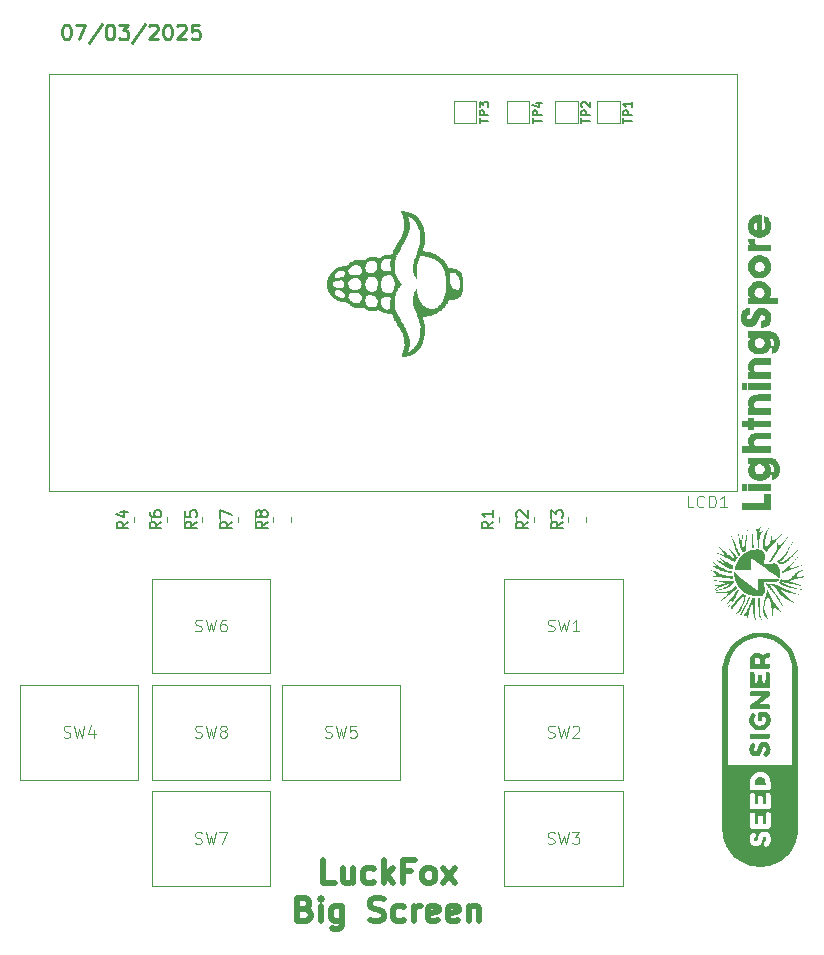
<source format=gbr>
%TF.GenerationSoftware,KiCad,Pcbnew,9.0.2*%
%TF.CreationDate,2025-07-03T12:37:51-06:00*%
%TF.ProjectId,seedsigner-luckfox-shipit,73656564-7369-4676-9e65-722d6c75636b,rev?*%
%TF.SameCoordinates,Original*%
%TF.FileFunction,Legend,Top*%
%TF.FilePolarity,Positive*%
%FSLAX46Y46*%
G04 Gerber Fmt 4.6, Leading zero omitted, Abs format (unit mm)*
G04 Created by KiCad (PCBNEW 9.0.2) date 2025-07-03 12:37:51*
%MOMM*%
%LPD*%
G01*
G04 APERTURE LIST*
%ADD10C,0.250000*%
%ADD11C,0.500000*%
%ADD12C,0.100000*%
%ADD13C,0.150000*%
%ADD14C,0.120000*%
%ADD15C,0.000000*%
G04 APERTURE END LIST*
D10*
X6700187Y-2084023D02*
X6819234Y-2084023D01*
X6819234Y-2084023D02*
X6938282Y-2143547D01*
X6938282Y-2143547D02*
X6997806Y-2203071D01*
X6997806Y-2203071D02*
X7057330Y-2322119D01*
X7057330Y-2322119D02*
X7116853Y-2560214D01*
X7116853Y-2560214D02*
X7116853Y-2857833D01*
X7116853Y-2857833D02*
X7057330Y-3095928D01*
X7057330Y-3095928D02*
X6997806Y-3214976D01*
X6997806Y-3214976D02*
X6938282Y-3274500D01*
X6938282Y-3274500D02*
X6819234Y-3334023D01*
X6819234Y-3334023D02*
X6700187Y-3334023D01*
X6700187Y-3334023D02*
X6581139Y-3274500D01*
X6581139Y-3274500D02*
X6521615Y-3214976D01*
X6521615Y-3214976D02*
X6462092Y-3095928D01*
X6462092Y-3095928D02*
X6402568Y-2857833D01*
X6402568Y-2857833D02*
X6402568Y-2560214D01*
X6402568Y-2560214D02*
X6462092Y-2322119D01*
X6462092Y-2322119D02*
X6521615Y-2203071D01*
X6521615Y-2203071D02*
X6581139Y-2143547D01*
X6581139Y-2143547D02*
X6700187Y-2084023D01*
X7533520Y-2084023D02*
X8366853Y-2084023D01*
X8366853Y-2084023D02*
X7831139Y-3334023D01*
X9735901Y-2024500D02*
X8664472Y-3631642D01*
X10390663Y-2084023D02*
X10509710Y-2084023D01*
X10509710Y-2084023D02*
X10628758Y-2143547D01*
X10628758Y-2143547D02*
X10688282Y-2203071D01*
X10688282Y-2203071D02*
X10747806Y-2322119D01*
X10747806Y-2322119D02*
X10807329Y-2560214D01*
X10807329Y-2560214D02*
X10807329Y-2857833D01*
X10807329Y-2857833D02*
X10747806Y-3095928D01*
X10747806Y-3095928D02*
X10688282Y-3214976D01*
X10688282Y-3214976D02*
X10628758Y-3274500D01*
X10628758Y-3274500D02*
X10509710Y-3334023D01*
X10509710Y-3334023D02*
X10390663Y-3334023D01*
X10390663Y-3334023D02*
X10271615Y-3274500D01*
X10271615Y-3274500D02*
X10212091Y-3214976D01*
X10212091Y-3214976D02*
X10152568Y-3095928D01*
X10152568Y-3095928D02*
X10093044Y-2857833D01*
X10093044Y-2857833D02*
X10093044Y-2560214D01*
X10093044Y-2560214D02*
X10152568Y-2322119D01*
X10152568Y-2322119D02*
X10212091Y-2203071D01*
X10212091Y-2203071D02*
X10271615Y-2143547D01*
X10271615Y-2143547D02*
X10390663Y-2084023D01*
X11223996Y-2084023D02*
X11997805Y-2084023D01*
X11997805Y-2084023D02*
X11581139Y-2560214D01*
X11581139Y-2560214D02*
X11759710Y-2560214D01*
X11759710Y-2560214D02*
X11878758Y-2619738D01*
X11878758Y-2619738D02*
X11938282Y-2679261D01*
X11938282Y-2679261D02*
X11997805Y-2798309D01*
X11997805Y-2798309D02*
X11997805Y-3095928D01*
X11997805Y-3095928D02*
X11938282Y-3214976D01*
X11938282Y-3214976D02*
X11878758Y-3274500D01*
X11878758Y-3274500D02*
X11759710Y-3334023D01*
X11759710Y-3334023D02*
X11402567Y-3334023D01*
X11402567Y-3334023D02*
X11283520Y-3274500D01*
X11283520Y-3274500D02*
X11223996Y-3214976D01*
X13426377Y-2024500D02*
X12354948Y-3631642D01*
X13783520Y-2203071D02*
X13843044Y-2143547D01*
X13843044Y-2143547D02*
X13962091Y-2084023D01*
X13962091Y-2084023D02*
X14259710Y-2084023D01*
X14259710Y-2084023D02*
X14378758Y-2143547D01*
X14378758Y-2143547D02*
X14438282Y-2203071D01*
X14438282Y-2203071D02*
X14497805Y-2322119D01*
X14497805Y-2322119D02*
X14497805Y-2441166D01*
X14497805Y-2441166D02*
X14438282Y-2619738D01*
X14438282Y-2619738D02*
X13723996Y-3334023D01*
X13723996Y-3334023D02*
X14497805Y-3334023D01*
X15271615Y-2084023D02*
X15390662Y-2084023D01*
X15390662Y-2084023D02*
X15509710Y-2143547D01*
X15509710Y-2143547D02*
X15569234Y-2203071D01*
X15569234Y-2203071D02*
X15628758Y-2322119D01*
X15628758Y-2322119D02*
X15688281Y-2560214D01*
X15688281Y-2560214D02*
X15688281Y-2857833D01*
X15688281Y-2857833D02*
X15628758Y-3095928D01*
X15628758Y-3095928D02*
X15569234Y-3214976D01*
X15569234Y-3214976D02*
X15509710Y-3274500D01*
X15509710Y-3274500D02*
X15390662Y-3334023D01*
X15390662Y-3334023D02*
X15271615Y-3334023D01*
X15271615Y-3334023D02*
X15152567Y-3274500D01*
X15152567Y-3274500D02*
X15093043Y-3214976D01*
X15093043Y-3214976D02*
X15033520Y-3095928D01*
X15033520Y-3095928D02*
X14973996Y-2857833D01*
X14973996Y-2857833D02*
X14973996Y-2560214D01*
X14973996Y-2560214D02*
X15033520Y-2322119D01*
X15033520Y-2322119D02*
X15093043Y-2203071D01*
X15093043Y-2203071D02*
X15152567Y-2143547D01*
X15152567Y-2143547D02*
X15271615Y-2084023D01*
X16164472Y-2203071D02*
X16223996Y-2143547D01*
X16223996Y-2143547D02*
X16343043Y-2084023D01*
X16343043Y-2084023D02*
X16640662Y-2084023D01*
X16640662Y-2084023D02*
X16759710Y-2143547D01*
X16759710Y-2143547D02*
X16819234Y-2203071D01*
X16819234Y-2203071D02*
X16878757Y-2322119D01*
X16878757Y-2322119D02*
X16878757Y-2441166D01*
X16878757Y-2441166D02*
X16819234Y-2619738D01*
X16819234Y-2619738D02*
X16104948Y-3334023D01*
X16104948Y-3334023D02*
X16878757Y-3334023D01*
X18009710Y-2084023D02*
X17414472Y-2084023D01*
X17414472Y-2084023D02*
X17354948Y-2679261D01*
X17354948Y-2679261D02*
X17414472Y-2619738D01*
X17414472Y-2619738D02*
X17533519Y-2560214D01*
X17533519Y-2560214D02*
X17831138Y-2560214D01*
X17831138Y-2560214D02*
X17950186Y-2619738D01*
X17950186Y-2619738D02*
X18009710Y-2679261D01*
X18009710Y-2679261D02*
X18069233Y-2798309D01*
X18069233Y-2798309D02*
X18069233Y-3095928D01*
X18069233Y-3095928D02*
X18009710Y-3214976D01*
X18009710Y-3214976D02*
X17950186Y-3274500D01*
X17950186Y-3274500D02*
X17831138Y-3334023D01*
X17831138Y-3334023D02*
X17533519Y-3334023D01*
X17533519Y-3334023D02*
X17414472Y-3274500D01*
X17414472Y-3274500D02*
X17354948Y-3214976D01*
D11*
X29476189Y-74789294D02*
X28523808Y-74789294D01*
X28523808Y-74789294D02*
X28523808Y-72789294D01*
X30999999Y-73455960D02*
X30999999Y-74789294D01*
X30142856Y-73455960D02*
X30142856Y-74503579D01*
X30142856Y-74503579D02*
X30238094Y-74694056D01*
X30238094Y-74694056D02*
X30428570Y-74789294D01*
X30428570Y-74789294D02*
X30714285Y-74789294D01*
X30714285Y-74789294D02*
X30904761Y-74694056D01*
X30904761Y-74694056D02*
X30999999Y-74598817D01*
X32809523Y-74694056D02*
X32619047Y-74789294D01*
X32619047Y-74789294D02*
X32238094Y-74789294D01*
X32238094Y-74789294D02*
X32047618Y-74694056D01*
X32047618Y-74694056D02*
X31952380Y-74598817D01*
X31952380Y-74598817D02*
X31857142Y-74408341D01*
X31857142Y-74408341D02*
X31857142Y-73836913D01*
X31857142Y-73836913D02*
X31952380Y-73646436D01*
X31952380Y-73646436D02*
X32047618Y-73551198D01*
X32047618Y-73551198D02*
X32238094Y-73455960D01*
X32238094Y-73455960D02*
X32619047Y-73455960D01*
X32619047Y-73455960D02*
X32809523Y-73551198D01*
X33666666Y-74789294D02*
X33666666Y-72789294D01*
X33857142Y-74027389D02*
X34428571Y-74789294D01*
X34428571Y-73455960D02*
X33666666Y-74217865D01*
X35952381Y-73741675D02*
X35285714Y-73741675D01*
X35285714Y-74789294D02*
X35285714Y-72789294D01*
X35285714Y-72789294D02*
X36238095Y-72789294D01*
X37285714Y-74789294D02*
X37095238Y-74694056D01*
X37095238Y-74694056D02*
X37000000Y-74598817D01*
X37000000Y-74598817D02*
X36904762Y-74408341D01*
X36904762Y-74408341D02*
X36904762Y-73836913D01*
X36904762Y-73836913D02*
X37000000Y-73646436D01*
X37000000Y-73646436D02*
X37095238Y-73551198D01*
X37095238Y-73551198D02*
X37285714Y-73455960D01*
X37285714Y-73455960D02*
X37571429Y-73455960D01*
X37571429Y-73455960D02*
X37761905Y-73551198D01*
X37761905Y-73551198D02*
X37857143Y-73646436D01*
X37857143Y-73646436D02*
X37952381Y-73836913D01*
X37952381Y-73836913D02*
X37952381Y-74408341D01*
X37952381Y-74408341D02*
X37857143Y-74598817D01*
X37857143Y-74598817D02*
X37761905Y-74694056D01*
X37761905Y-74694056D02*
X37571429Y-74789294D01*
X37571429Y-74789294D02*
X37285714Y-74789294D01*
X38619048Y-74789294D02*
X39666667Y-73455960D01*
X38619048Y-73455960D02*
X39666667Y-74789294D01*
X26952380Y-76961563D02*
X27238094Y-77056801D01*
X27238094Y-77056801D02*
X27333332Y-77152039D01*
X27333332Y-77152039D02*
X27428570Y-77342515D01*
X27428570Y-77342515D02*
X27428570Y-77628229D01*
X27428570Y-77628229D02*
X27333332Y-77818705D01*
X27333332Y-77818705D02*
X27238094Y-77913944D01*
X27238094Y-77913944D02*
X27047618Y-78009182D01*
X27047618Y-78009182D02*
X26285713Y-78009182D01*
X26285713Y-78009182D02*
X26285713Y-76009182D01*
X26285713Y-76009182D02*
X26952380Y-76009182D01*
X26952380Y-76009182D02*
X27142856Y-76104420D01*
X27142856Y-76104420D02*
X27238094Y-76199658D01*
X27238094Y-76199658D02*
X27333332Y-76390134D01*
X27333332Y-76390134D02*
X27333332Y-76580610D01*
X27333332Y-76580610D02*
X27238094Y-76771086D01*
X27238094Y-76771086D02*
X27142856Y-76866324D01*
X27142856Y-76866324D02*
X26952380Y-76961563D01*
X26952380Y-76961563D02*
X26285713Y-76961563D01*
X28285713Y-78009182D02*
X28285713Y-76675848D01*
X28285713Y-76009182D02*
X28190475Y-76104420D01*
X28190475Y-76104420D02*
X28285713Y-76199658D01*
X28285713Y-76199658D02*
X28380951Y-76104420D01*
X28380951Y-76104420D02*
X28285713Y-76009182D01*
X28285713Y-76009182D02*
X28285713Y-76199658D01*
X30095237Y-76675848D02*
X30095237Y-78294896D01*
X30095237Y-78294896D02*
X29999999Y-78485372D01*
X29999999Y-78485372D02*
X29904761Y-78580610D01*
X29904761Y-78580610D02*
X29714284Y-78675848D01*
X29714284Y-78675848D02*
X29428570Y-78675848D01*
X29428570Y-78675848D02*
X29238094Y-78580610D01*
X30095237Y-77913944D02*
X29904761Y-78009182D01*
X29904761Y-78009182D02*
X29523808Y-78009182D01*
X29523808Y-78009182D02*
X29333332Y-77913944D01*
X29333332Y-77913944D02*
X29238094Y-77818705D01*
X29238094Y-77818705D02*
X29142856Y-77628229D01*
X29142856Y-77628229D02*
X29142856Y-77056801D01*
X29142856Y-77056801D02*
X29238094Y-76866324D01*
X29238094Y-76866324D02*
X29333332Y-76771086D01*
X29333332Y-76771086D02*
X29523808Y-76675848D01*
X29523808Y-76675848D02*
X29904761Y-76675848D01*
X29904761Y-76675848D02*
X30095237Y-76771086D01*
X32476190Y-77913944D02*
X32761904Y-78009182D01*
X32761904Y-78009182D02*
X33238095Y-78009182D01*
X33238095Y-78009182D02*
X33428571Y-77913944D01*
X33428571Y-77913944D02*
X33523809Y-77818705D01*
X33523809Y-77818705D02*
X33619047Y-77628229D01*
X33619047Y-77628229D02*
X33619047Y-77437753D01*
X33619047Y-77437753D02*
X33523809Y-77247277D01*
X33523809Y-77247277D02*
X33428571Y-77152039D01*
X33428571Y-77152039D02*
X33238095Y-77056801D01*
X33238095Y-77056801D02*
X32857142Y-76961563D01*
X32857142Y-76961563D02*
X32666666Y-76866324D01*
X32666666Y-76866324D02*
X32571428Y-76771086D01*
X32571428Y-76771086D02*
X32476190Y-76580610D01*
X32476190Y-76580610D02*
X32476190Y-76390134D01*
X32476190Y-76390134D02*
X32571428Y-76199658D01*
X32571428Y-76199658D02*
X32666666Y-76104420D01*
X32666666Y-76104420D02*
X32857142Y-76009182D01*
X32857142Y-76009182D02*
X33333333Y-76009182D01*
X33333333Y-76009182D02*
X33619047Y-76104420D01*
X35333333Y-77913944D02*
X35142857Y-78009182D01*
X35142857Y-78009182D02*
X34761904Y-78009182D01*
X34761904Y-78009182D02*
X34571428Y-77913944D01*
X34571428Y-77913944D02*
X34476190Y-77818705D01*
X34476190Y-77818705D02*
X34380952Y-77628229D01*
X34380952Y-77628229D02*
X34380952Y-77056801D01*
X34380952Y-77056801D02*
X34476190Y-76866324D01*
X34476190Y-76866324D02*
X34571428Y-76771086D01*
X34571428Y-76771086D02*
X34761904Y-76675848D01*
X34761904Y-76675848D02*
X35142857Y-76675848D01*
X35142857Y-76675848D02*
X35333333Y-76771086D01*
X36190476Y-78009182D02*
X36190476Y-76675848D01*
X36190476Y-77056801D02*
X36285714Y-76866324D01*
X36285714Y-76866324D02*
X36380952Y-76771086D01*
X36380952Y-76771086D02*
X36571428Y-76675848D01*
X36571428Y-76675848D02*
X36761905Y-76675848D01*
X38190476Y-77913944D02*
X38000000Y-78009182D01*
X38000000Y-78009182D02*
X37619047Y-78009182D01*
X37619047Y-78009182D02*
X37428571Y-77913944D01*
X37428571Y-77913944D02*
X37333333Y-77723467D01*
X37333333Y-77723467D02*
X37333333Y-76961563D01*
X37333333Y-76961563D02*
X37428571Y-76771086D01*
X37428571Y-76771086D02*
X37619047Y-76675848D01*
X37619047Y-76675848D02*
X38000000Y-76675848D01*
X38000000Y-76675848D02*
X38190476Y-76771086D01*
X38190476Y-76771086D02*
X38285714Y-76961563D01*
X38285714Y-76961563D02*
X38285714Y-77152039D01*
X38285714Y-77152039D02*
X37333333Y-77342515D01*
X39904762Y-77913944D02*
X39714286Y-78009182D01*
X39714286Y-78009182D02*
X39333333Y-78009182D01*
X39333333Y-78009182D02*
X39142857Y-77913944D01*
X39142857Y-77913944D02*
X39047619Y-77723467D01*
X39047619Y-77723467D02*
X39047619Y-76961563D01*
X39047619Y-76961563D02*
X39142857Y-76771086D01*
X39142857Y-76771086D02*
X39333333Y-76675848D01*
X39333333Y-76675848D02*
X39714286Y-76675848D01*
X39714286Y-76675848D02*
X39904762Y-76771086D01*
X39904762Y-76771086D02*
X40000000Y-76961563D01*
X40000000Y-76961563D02*
X40000000Y-77152039D01*
X40000000Y-77152039D02*
X39047619Y-77342515D01*
X40857143Y-76675848D02*
X40857143Y-78009182D01*
X40857143Y-76866324D02*
X40952381Y-76771086D01*
X40952381Y-76771086D02*
X41142857Y-76675848D01*
X41142857Y-76675848D02*
X41428572Y-76675848D01*
X41428572Y-76675848D02*
X41619048Y-76771086D01*
X41619048Y-76771086D02*
X41714286Y-76961563D01*
X41714286Y-76961563D02*
X41714286Y-78009182D01*
D12*
X59833333Y-42957419D02*
X59357143Y-42957419D01*
X59357143Y-42957419D02*
X59357143Y-41957419D01*
X60738095Y-42862180D02*
X60690476Y-42909800D01*
X60690476Y-42909800D02*
X60547619Y-42957419D01*
X60547619Y-42957419D02*
X60452381Y-42957419D01*
X60452381Y-42957419D02*
X60309524Y-42909800D01*
X60309524Y-42909800D02*
X60214286Y-42814561D01*
X60214286Y-42814561D02*
X60166667Y-42719323D01*
X60166667Y-42719323D02*
X60119048Y-42528847D01*
X60119048Y-42528847D02*
X60119048Y-42385990D01*
X60119048Y-42385990D02*
X60166667Y-42195514D01*
X60166667Y-42195514D02*
X60214286Y-42100276D01*
X60214286Y-42100276D02*
X60309524Y-42005038D01*
X60309524Y-42005038D02*
X60452381Y-41957419D01*
X60452381Y-41957419D02*
X60547619Y-41957419D01*
X60547619Y-41957419D02*
X60690476Y-42005038D01*
X60690476Y-42005038D02*
X60738095Y-42052657D01*
X61166667Y-42957419D02*
X61166667Y-41957419D01*
X61166667Y-41957419D02*
X61404762Y-41957419D01*
X61404762Y-41957419D02*
X61547619Y-42005038D01*
X61547619Y-42005038D02*
X61642857Y-42100276D01*
X61642857Y-42100276D02*
X61690476Y-42195514D01*
X61690476Y-42195514D02*
X61738095Y-42385990D01*
X61738095Y-42385990D02*
X61738095Y-42528847D01*
X61738095Y-42528847D02*
X61690476Y-42719323D01*
X61690476Y-42719323D02*
X61642857Y-42814561D01*
X61642857Y-42814561D02*
X61547619Y-42909800D01*
X61547619Y-42909800D02*
X61404762Y-42957419D01*
X61404762Y-42957419D02*
X61166667Y-42957419D01*
X62690476Y-42957419D02*
X62119048Y-42957419D01*
X62404762Y-42957419D02*
X62404762Y-41957419D01*
X62404762Y-41957419D02*
X62309524Y-42100276D01*
X62309524Y-42100276D02*
X62214286Y-42195514D01*
X62214286Y-42195514D02*
X62119048Y-42243133D01*
X47516667Y-53409800D02*
X47659524Y-53457419D01*
X47659524Y-53457419D02*
X47897619Y-53457419D01*
X47897619Y-53457419D02*
X47992857Y-53409800D01*
X47992857Y-53409800D02*
X48040476Y-53362180D01*
X48040476Y-53362180D02*
X48088095Y-53266942D01*
X48088095Y-53266942D02*
X48088095Y-53171704D01*
X48088095Y-53171704D02*
X48040476Y-53076466D01*
X48040476Y-53076466D02*
X47992857Y-53028847D01*
X47992857Y-53028847D02*
X47897619Y-52981228D01*
X47897619Y-52981228D02*
X47707143Y-52933609D01*
X47707143Y-52933609D02*
X47611905Y-52885990D01*
X47611905Y-52885990D02*
X47564286Y-52838371D01*
X47564286Y-52838371D02*
X47516667Y-52743133D01*
X47516667Y-52743133D02*
X47516667Y-52647895D01*
X47516667Y-52647895D02*
X47564286Y-52552657D01*
X47564286Y-52552657D02*
X47611905Y-52505038D01*
X47611905Y-52505038D02*
X47707143Y-52457419D01*
X47707143Y-52457419D02*
X47945238Y-52457419D01*
X47945238Y-52457419D02*
X48088095Y-52505038D01*
X48421429Y-52457419D02*
X48659524Y-53457419D01*
X48659524Y-53457419D02*
X48850000Y-52743133D01*
X48850000Y-52743133D02*
X49040476Y-53457419D01*
X49040476Y-53457419D02*
X49278572Y-52457419D01*
X50183333Y-53457419D02*
X49611905Y-53457419D01*
X49897619Y-53457419D02*
X49897619Y-52457419D01*
X49897619Y-52457419D02*
X49802381Y-52600276D01*
X49802381Y-52600276D02*
X49707143Y-52695514D01*
X49707143Y-52695514D02*
X49611905Y-52743133D01*
D13*
X50337164Y-10446428D02*
X50337164Y-10017857D01*
X51087164Y-10232142D02*
X50337164Y-10232142D01*
X51087164Y-9767856D02*
X50337164Y-9767856D01*
X50337164Y-9767856D02*
X50337164Y-9482142D01*
X50337164Y-9482142D02*
X50372878Y-9410713D01*
X50372878Y-9410713D02*
X50408592Y-9374999D01*
X50408592Y-9374999D02*
X50480021Y-9339285D01*
X50480021Y-9339285D02*
X50587164Y-9339285D01*
X50587164Y-9339285D02*
X50658592Y-9374999D01*
X50658592Y-9374999D02*
X50694307Y-9410713D01*
X50694307Y-9410713D02*
X50730021Y-9482142D01*
X50730021Y-9482142D02*
X50730021Y-9767856D01*
X50408592Y-9053570D02*
X50372878Y-9017856D01*
X50372878Y-9017856D02*
X50337164Y-8946428D01*
X50337164Y-8946428D02*
X50337164Y-8767856D01*
X50337164Y-8767856D02*
X50372878Y-8696428D01*
X50372878Y-8696428D02*
X50408592Y-8660713D01*
X50408592Y-8660713D02*
X50480021Y-8624999D01*
X50480021Y-8624999D02*
X50551450Y-8624999D01*
X50551450Y-8624999D02*
X50658592Y-8660713D01*
X50658592Y-8660713D02*
X51087164Y-9089285D01*
X51087164Y-9089285D02*
X51087164Y-8624999D01*
X23804819Y-44166666D02*
X23328628Y-44499999D01*
X23804819Y-44738094D02*
X22804819Y-44738094D01*
X22804819Y-44738094D02*
X22804819Y-44357142D01*
X22804819Y-44357142D02*
X22852438Y-44261904D01*
X22852438Y-44261904D02*
X22900057Y-44214285D01*
X22900057Y-44214285D02*
X22995295Y-44166666D01*
X22995295Y-44166666D02*
X23138152Y-44166666D01*
X23138152Y-44166666D02*
X23233390Y-44214285D01*
X23233390Y-44214285D02*
X23281009Y-44261904D01*
X23281009Y-44261904D02*
X23328628Y-44357142D01*
X23328628Y-44357142D02*
X23328628Y-44738094D01*
X23233390Y-43595237D02*
X23185771Y-43690475D01*
X23185771Y-43690475D02*
X23138152Y-43738094D01*
X23138152Y-43738094D02*
X23042914Y-43785713D01*
X23042914Y-43785713D02*
X22995295Y-43785713D01*
X22995295Y-43785713D02*
X22900057Y-43738094D01*
X22900057Y-43738094D02*
X22852438Y-43690475D01*
X22852438Y-43690475D02*
X22804819Y-43595237D01*
X22804819Y-43595237D02*
X22804819Y-43404761D01*
X22804819Y-43404761D02*
X22852438Y-43309523D01*
X22852438Y-43309523D02*
X22900057Y-43261904D01*
X22900057Y-43261904D02*
X22995295Y-43214285D01*
X22995295Y-43214285D02*
X23042914Y-43214285D01*
X23042914Y-43214285D02*
X23138152Y-43261904D01*
X23138152Y-43261904D02*
X23185771Y-43309523D01*
X23185771Y-43309523D02*
X23233390Y-43404761D01*
X23233390Y-43404761D02*
X23233390Y-43595237D01*
X23233390Y-43595237D02*
X23281009Y-43690475D01*
X23281009Y-43690475D02*
X23328628Y-43738094D01*
X23328628Y-43738094D02*
X23423866Y-43785713D01*
X23423866Y-43785713D02*
X23614342Y-43785713D01*
X23614342Y-43785713D02*
X23709580Y-43738094D01*
X23709580Y-43738094D02*
X23757200Y-43690475D01*
X23757200Y-43690475D02*
X23804819Y-43595237D01*
X23804819Y-43595237D02*
X23804819Y-43404761D01*
X23804819Y-43404761D02*
X23757200Y-43309523D01*
X23757200Y-43309523D02*
X23709580Y-43261904D01*
X23709580Y-43261904D02*
X23614342Y-43214285D01*
X23614342Y-43214285D02*
X23423866Y-43214285D01*
X23423866Y-43214285D02*
X23328628Y-43261904D01*
X23328628Y-43261904D02*
X23281009Y-43309523D01*
X23281009Y-43309523D02*
X23233390Y-43404761D01*
D12*
X17666667Y-53409800D02*
X17809524Y-53457419D01*
X17809524Y-53457419D02*
X18047619Y-53457419D01*
X18047619Y-53457419D02*
X18142857Y-53409800D01*
X18142857Y-53409800D02*
X18190476Y-53362180D01*
X18190476Y-53362180D02*
X18238095Y-53266942D01*
X18238095Y-53266942D02*
X18238095Y-53171704D01*
X18238095Y-53171704D02*
X18190476Y-53076466D01*
X18190476Y-53076466D02*
X18142857Y-53028847D01*
X18142857Y-53028847D02*
X18047619Y-52981228D01*
X18047619Y-52981228D02*
X17857143Y-52933609D01*
X17857143Y-52933609D02*
X17761905Y-52885990D01*
X17761905Y-52885990D02*
X17714286Y-52838371D01*
X17714286Y-52838371D02*
X17666667Y-52743133D01*
X17666667Y-52743133D02*
X17666667Y-52647895D01*
X17666667Y-52647895D02*
X17714286Y-52552657D01*
X17714286Y-52552657D02*
X17761905Y-52505038D01*
X17761905Y-52505038D02*
X17857143Y-52457419D01*
X17857143Y-52457419D02*
X18095238Y-52457419D01*
X18095238Y-52457419D02*
X18238095Y-52505038D01*
X18571429Y-52457419D02*
X18809524Y-53457419D01*
X18809524Y-53457419D02*
X19000000Y-52743133D01*
X19000000Y-52743133D02*
X19190476Y-53457419D01*
X19190476Y-53457419D02*
X19428572Y-52457419D01*
X20238095Y-52457419D02*
X20047619Y-52457419D01*
X20047619Y-52457419D02*
X19952381Y-52505038D01*
X19952381Y-52505038D02*
X19904762Y-52552657D01*
X19904762Y-52552657D02*
X19809524Y-52695514D01*
X19809524Y-52695514D02*
X19761905Y-52885990D01*
X19761905Y-52885990D02*
X19761905Y-53266942D01*
X19761905Y-53266942D02*
X19809524Y-53362180D01*
X19809524Y-53362180D02*
X19857143Y-53409800D01*
X19857143Y-53409800D02*
X19952381Y-53457419D01*
X19952381Y-53457419D02*
X20142857Y-53457419D01*
X20142857Y-53457419D02*
X20238095Y-53409800D01*
X20238095Y-53409800D02*
X20285714Y-53362180D01*
X20285714Y-53362180D02*
X20333333Y-53266942D01*
X20333333Y-53266942D02*
X20333333Y-53028847D01*
X20333333Y-53028847D02*
X20285714Y-52933609D01*
X20285714Y-52933609D02*
X20238095Y-52885990D01*
X20238095Y-52885990D02*
X20142857Y-52838371D01*
X20142857Y-52838371D02*
X19952381Y-52838371D01*
X19952381Y-52838371D02*
X19857143Y-52885990D01*
X19857143Y-52885990D02*
X19809524Y-52933609D01*
X19809524Y-52933609D02*
X19761905Y-53028847D01*
X17666667Y-62409800D02*
X17809524Y-62457419D01*
X17809524Y-62457419D02*
X18047619Y-62457419D01*
X18047619Y-62457419D02*
X18142857Y-62409800D01*
X18142857Y-62409800D02*
X18190476Y-62362180D01*
X18190476Y-62362180D02*
X18238095Y-62266942D01*
X18238095Y-62266942D02*
X18238095Y-62171704D01*
X18238095Y-62171704D02*
X18190476Y-62076466D01*
X18190476Y-62076466D02*
X18142857Y-62028847D01*
X18142857Y-62028847D02*
X18047619Y-61981228D01*
X18047619Y-61981228D02*
X17857143Y-61933609D01*
X17857143Y-61933609D02*
X17761905Y-61885990D01*
X17761905Y-61885990D02*
X17714286Y-61838371D01*
X17714286Y-61838371D02*
X17666667Y-61743133D01*
X17666667Y-61743133D02*
X17666667Y-61647895D01*
X17666667Y-61647895D02*
X17714286Y-61552657D01*
X17714286Y-61552657D02*
X17761905Y-61505038D01*
X17761905Y-61505038D02*
X17857143Y-61457419D01*
X17857143Y-61457419D02*
X18095238Y-61457419D01*
X18095238Y-61457419D02*
X18238095Y-61505038D01*
X18571429Y-61457419D02*
X18809524Y-62457419D01*
X18809524Y-62457419D02*
X19000000Y-61743133D01*
X19000000Y-61743133D02*
X19190476Y-62457419D01*
X19190476Y-62457419D02*
X19428572Y-61457419D01*
X19952381Y-61885990D02*
X19857143Y-61838371D01*
X19857143Y-61838371D02*
X19809524Y-61790752D01*
X19809524Y-61790752D02*
X19761905Y-61695514D01*
X19761905Y-61695514D02*
X19761905Y-61647895D01*
X19761905Y-61647895D02*
X19809524Y-61552657D01*
X19809524Y-61552657D02*
X19857143Y-61505038D01*
X19857143Y-61505038D02*
X19952381Y-61457419D01*
X19952381Y-61457419D02*
X20142857Y-61457419D01*
X20142857Y-61457419D02*
X20238095Y-61505038D01*
X20238095Y-61505038D02*
X20285714Y-61552657D01*
X20285714Y-61552657D02*
X20333333Y-61647895D01*
X20333333Y-61647895D02*
X20333333Y-61695514D01*
X20333333Y-61695514D02*
X20285714Y-61790752D01*
X20285714Y-61790752D02*
X20238095Y-61838371D01*
X20238095Y-61838371D02*
X20142857Y-61885990D01*
X20142857Y-61885990D02*
X19952381Y-61885990D01*
X19952381Y-61885990D02*
X19857143Y-61933609D01*
X19857143Y-61933609D02*
X19809524Y-61981228D01*
X19809524Y-61981228D02*
X19761905Y-62076466D01*
X19761905Y-62076466D02*
X19761905Y-62266942D01*
X19761905Y-62266942D02*
X19809524Y-62362180D01*
X19809524Y-62362180D02*
X19857143Y-62409800D01*
X19857143Y-62409800D02*
X19952381Y-62457419D01*
X19952381Y-62457419D02*
X20142857Y-62457419D01*
X20142857Y-62457419D02*
X20238095Y-62409800D01*
X20238095Y-62409800D02*
X20285714Y-62362180D01*
X20285714Y-62362180D02*
X20333333Y-62266942D01*
X20333333Y-62266942D02*
X20333333Y-62076466D01*
X20333333Y-62076466D02*
X20285714Y-61981228D01*
X20285714Y-61981228D02*
X20238095Y-61933609D01*
X20238095Y-61933609D02*
X20142857Y-61885990D01*
D13*
X12004819Y-44166666D02*
X11528628Y-44499999D01*
X12004819Y-44738094D02*
X11004819Y-44738094D01*
X11004819Y-44738094D02*
X11004819Y-44357142D01*
X11004819Y-44357142D02*
X11052438Y-44261904D01*
X11052438Y-44261904D02*
X11100057Y-44214285D01*
X11100057Y-44214285D02*
X11195295Y-44166666D01*
X11195295Y-44166666D02*
X11338152Y-44166666D01*
X11338152Y-44166666D02*
X11433390Y-44214285D01*
X11433390Y-44214285D02*
X11481009Y-44261904D01*
X11481009Y-44261904D02*
X11528628Y-44357142D01*
X11528628Y-44357142D02*
X11528628Y-44738094D01*
X11338152Y-43309523D02*
X12004819Y-43309523D01*
X10957200Y-43547618D02*
X11671485Y-43785713D01*
X11671485Y-43785713D02*
X11671485Y-43166666D01*
X48804819Y-44166666D02*
X48328628Y-44499999D01*
X48804819Y-44738094D02*
X47804819Y-44738094D01*
X47804819Y-44738094D02*
X47804819Y-44357142D01*
X47804819Y-44357142D02*
X47852438Y-44261904D01*
X47852438Y-44261904D02*
X47900057Y-44214285D01*
X47900057Y-44214285D02*
X47995295Y-44166666D01*
X47995295Y-44166666D02*
X48138152Y-44166666D01*
X48138152Y-44166666D02*
X48233390Y-44214285D01*
X48233390Y-44214285D02*
X48281009Y-44261904D01*
X48281009Y-44261904D02*
X48328628Y-44357142D01*
X48328628Y-44357142D02*
X48328628Y-44738094D01*
X47804819Y-43833332D02*
X47804819Y-43214285D01*
X47804819Y-43214285D02*
X48185771Y-43547618D01*
X48185771Y-43547618D02*
X48185771Y-43404761D01*
X48185771Y-43404761D02*
X48233390Y-43309523D01*
X48233390Y-43309523D02*
X48281009Y-43261904D01*
X48281009Y-43261904D02*
X48376247Y-43214285D01*
X48376247Y-43214285D02*
X48614342Y-43214285D01*
X48614342Y-43214285D02*
X48709580Y-43261904D01*
X48709580Y-43261904D02*
X48757200Y-43309523D01*
X48757200Y-43309523D02*
X48804819Y-43404761D01*
X48804819Y-43404761D02*
X48804819Y-43690475D01*
X48804819Y-43690475D02*
X48757200Y-43785713D01*
X48757200Y-43785713D02*
X48709580Y-43833332D01*
X20804819Y-44166666D02*
X20328628Y-44499999D01*
X20804819Y-44738094D02*
X19804819Y-44738094D01*
X19804819Y-44738094D02*
X19804819Y-44357142D01*
X19804819Y-44357142D02*
X19852438Y-44261904D01*
X19852438Y-44261904D02*
X19900057Y-44214285D01*
X19900057Y-44214285D02*
X19995295Y-44166666D01*
X19995295Y-44166666D02*
X20138152Y-44166666D01*
X20138152Y-44166666D02*
X20233390Y-44214285D01*
X20233390Y-44214285D02*
X20281009Y-44261904D01*
X20281009Y-44261904D02*
X20328628Y-44357142D01*
X20328628Y-44357142D02*
X20328628Y-44738094D01*
X19804819Y-43833332D02*
X19804819Y-43166666D01*
X19804819Y-43166666D02*
X20804819Y-43595237D01*
D12*
X47516667Y-71409800D02*
X47659524Y-71457419D01*
X47659524Y-71457419D02*
X47897619Y-71457419D01*
X47897619Y-71457419D02*
X47992857Y-71409800D01*
X47992857Y-71409800D02*
X48040476Y-71362180D01*
X48040476Y-71362180D02*
X48088095Y-71266942D01*
X48088095Y-71266942D02*
X48088095Y-71171704D01*
X48088095Y-71171704D02*
X48040476Y-71076466D01*
X48040476Y-71076466D02*
X47992857Y-71028847D01*
X47992857Y-71028847D02*
X47897619Y-70981228D01*
X47897619Y-70981228D02*
X47707143Y-70933609D01*
X47707143Y-70933609D02*
X47611905Y-70885990D01*
X47611905Y-70885990D02*
X47564286Y-70838371D01*
X47564286Y-70838371D02*
X47516667Y-70743133D01*
X47516667Y-70743133D02*
X47516667Y-70647895D01*
X47516667Y-70647895D02*
X47564286Y-70552657D01*
X47564286Y-70552657D02*
X47611905Y-70505038D01*
X47611905Y-70505038D02*
X47707143Y-70457419D01*
X47707143Y-70457419D02*
X47945238Y-70457419D01*
X47945238Y-70457419D02*
X48088095Y-70505038D01*
X48421429Y-70457419D02*
X48659524Y-71457419D01*
X48659524Y-71457419D02*
X48850000Y-70743133D01*
X48850000Y-70743133D02*
X49040476Y-71457419D01*
X49040476Y-71457419D02*
X49278572Y-70457419D01*
X49564286Y-70457419D02*
X50183333Y-70457419D01*
X50183333Y-70457419D02*
X49850000Y-70838371D01*
X49850000Y-70838371D02*
X49992857Y-70838371D01*
X49992857Y-70838371D02*
X50088095Y-70885990D01*
X50088095Y-70885990D02*
X50135714Y-70933609D01*
X50135714Y-70933609D02*
X50183333Y-71028847D01*
X50183333Y-71028847D02*
X50183333Y-71266942D01*
X50183333Y-71266942D02*
X50135714Y-71362180D01*
X50135714Y-71362180D02*
X50088095Y-71409800D01*
X50088095Y-71409800D02*
X49992857Y-71457419D01*
X49992857Y-71457419D02*
X49707143Y-71457419D01*
X49707143Y-71457419D02*
X49611905Y-71409800D01*
X49611905Y-71409800D02*
X49564286Y-71362180D01*
D13*
X17804819Y-44166666D02*
X17328628Y-44499999D01*
X17804819Y-44738094D02*
X16804819Y-44738094D01*
X16804819Y-44738094D02*
X16804819Y-44357142D01*
X16804819Y-44357142D02*
X16852438Y-44261904D01*
X16852438Y-44261904D02*
X16900057Y-44214285D01*
X16900057Y-44214285D02*
X16995295Y-44166666D01*
X16995295Y-44166666D02*
X17138152Y-44166666D01*
X17138152Y-44166666D02*
X17233390Y-44214285D01*
X17233390Y-44214285D02*
X17281009Y-44261904D01*
X17281009Y-44261904D02*
X17328628Y-44357142D01*
X17328628Y-44357142D02*
X17328628Y-44738094D01*
X16804819Y-43261904D02*
X16804819Y-43738094D01*
X16804819Y-43738094D02*
X17281009Y-43785713D01*
X17281009Y-43785713D02*
X17233390Y-43738094D01*
X17233390Y-43738094D02*
X17185771Y-43642856D01*
X17185771Y-43642856D02*
X17185771Y-43404761D01*
X17185771Y-43404761D02*
X17233390Y-43309523D01*
X17233390Y-43309523D02*
X17281009Y-43261904D01*
X17281009Y-43261904D02*
X17376247Y-43214285D01*
X17376247Y-43214285D02*
X17614342Y-43214285D01*
X17614342Y-43214285D02*
X17709580Y-43261904D01*
X17709580Y-43261904D02*
X17757200Y-43309523D01*
X17757200Y-43309523D02*
X17804819Y-43404761D01*
X17804819Y-43404761D02*
X17804819Y-43642856D01*
X17804819Y-43642856D02*
X17757200Y-43738094D01*
X17757200Y-43738094D02*
X17709580Y-43785713D01*
D12*
X6516667Y-62409800D02*
X6659524Y-62457419D01*
X6659524Y-62457419D02*
X6897619Y-62457419D01*
X6897619Y-62457419D02*
X6992857Y-62409800D01*
X6992857Y-62409800D02*
X7040476Y-62362180D01*
X7040476Y-62362180D02*
X7088095Y-62266942D01*
X7088095Y-62266942D02*
X7088095Y-62171704D01*
X7088095Y-62171704D02*
X7040476Y-62076466D01*
X7040476Y-62076466D02*
X6992857Y-62028847D01*
X6992857Y-62028847D02*
X6897619Y-61981228D01*
X6897619Y-61981228D02*
X6707143Y-61933609D01*
X6707143Y-61933609D02*
X6611905Y-61885990D01*
X6611905Y-61885990D02*
X6564286Y-61838371D01*
X6564286Y-61838371D02*
X6516667Y-61743133D01*
X6516667Y-61743133D02*
X6516667Y-61647895D01*
X6516667Y-61647895D02*
X6564286Y-61552657D01*
X6564286Y-61552657D02*
X6611905Y-61505038D01*
X6611905Y-61505038D02*
X6707143Y-61457419D01*
X6707143Y-61457419D02*
X6945238Y-61457419D01*
X6945238Y-61457419D02*
X7088095Y-61505038D01*
X7421429Y-61457419D02*
X7659524Y-62457419D01*
X7659524Y-62457419D02*
X7850000Y-61743133D01*
X7850000Y-61743133D02*
X8040476Y-62457419D01*
X8040476Y-62457419D02*
X8278572Y-61457419D01*
X9088095Y-61790752D02*
X9088095Y-62457419D01*
X8850000Y-61409800D02*
X8611905Y-62124085D01*
X8611905Y-62124085D02*
X9230952Y-62124085D01*
X28666667Y-62409800D02*
X28809524Y-62457419D01*
X28809524Y-62457419D02*
X29047619Y-62457419D01*
X29047619Y-62457419D02*
X29142857Y-62409800D01*
X29142857Y-62409800D02*
X29190476Y-62362180D01*
X29190476Y-62362180D02*
X29238095Y-62266942D01*
X29238095Y-62266942D02*
X29238095Y-62171704D01*
X29238095Y-62171704D02*
X29190476Y-62076466D01*
X29190476Y-62076466D02*
X29142857Y-62028847D01*
X29142857Y-62028847D02*
X29047619Y-61981228D01*
X29047619Y-61981228D02*
X28857143Y-61933609D01*
X28857143Y-61933609D02*
X28761905Y-61885990D01*
X28761905Y-61885990D02*
X28714286Y-61838371D01*
X28714286Y-61838371D02*
X28666667Y-61743133D01*
X28666667Y-61743133D02*
X28666667Y-61647895D01*
X28666667Y-61647895D02*
X28714286Y-61552657D01*
X28714286Y-61552657D02*
X28761905Y-61505038D01*
X28761905Y-61505038D02*
X28857143Y-61457419D01*
X28857143Y-61457419D02*
X29095238Y-61457419D01*
X29095238Y-61457419D02*
X29238095Y-61505038D01*
X29571429Y-61457419D02*
X29809524Y-62457419D01*
X29809524Y-62457419D02*
X30000000Y-61743133D01*
X30000000Y-61743133D02*
X30190476Y-62457419D01*
X30190476Y-62457419D02*
X30428572Y-61457419D01*
X31285714Y-61457419D02*
X30809524Y-61457419D01*
X30809524Y-61457419D02*
X30761905Y-61933609D01*
X30761905Y-61933609D02*
X30809524Y-61885990D01*
X30809524Y-61885990D02*
X30904762Y-61838371D01*
X30904762Y-61838371D02*
X31142857Y-61838371D01*
X31142857Y-61838371D02*
X31238095Y-61885990D01*
X31238095Y-61885990D02*
X31285714Y-61933609D01*
X31285714Y-61933609D02*
X31333333Y-62028847D01*
X31333333Y-62028847D02*
X31333333Y-62266942D01*
X31333333Y-62266942D02*
X31285714Y-62362180D01*
X31285714Y-62362180D02*
X31238095Y-62409800D01*
X31238095Y-62409800D02*
X31142857Y-62457419D01*
X31142857Y-62457419D02*
X30904762Y-62457419D01*
X30904762Y-62457419D02*
X30809524Y-62409800D01*
X30809524Y-62409800D02*
X30761905Y-62362180D01*
D13*
X42904819Y-44166666D02*
X42428628Y-44499999D01*
X42904819Y-44738094D02*
X41904819Y-44738094D01*
X41904819Y-44738094D02*
X41904819Y-44357142D01*
X41904819Y-44357142D02*
X41952438Y-44261904D01*
X41952438Y-44261904D02*
X42000057Y-44214285D01*
X42000057Y-44214285D02*
X42095295Y-44166666D01*
X42095295Y-44166666D02*
X42238152Y-44166666D01*
X42238152Y-44166666D02*
X42333390Y-44214285D01*
X42333390Y-44214285D02*
X42381009Y-44261904D01*
X42381009Y-44261904D02*
X42428628Y-44357142D01*
X42428628Y-44357142D02*
X42428628Y-44738094D01*
X42904819Y-43214285D02*
X42904819Y-43785713D01*
X42904819Y-43499999D02*
X41904819Y-43499999D01*
X41904819Y-43499999D02*
X42047676Y-43595237D01*
X42047676Y-43595237D02*
X42142914Y-43690475D01*
X42142914Y-43690475D02*
X42190533Y-43785713D01*
X53887164Y-10446428D02*
X53887164Y-10017857D01*
X54637164Y-10232142D02*
X53887164Y-10232142D01*
X54637164Y-9767856D02*
X53887164Y-9767856D01*
X53887164Y-9767856D02*
X53887164Y-9482142D01*
X53887164Y-9482142D02*
X53922878Y-9410713D01*
X53922878Y-9410713D02*
X53958592Y-9374999D01*
X53958592Y-9374999D02*
X54030021Y-9339285D01*
X54030021Y-9339285D02*
X54137164Y-9339285D01*
X54137164Y-9339285D02*
X54208592Y-9374999D01*
X54208592Y-9374999D02*
X54244307Y-9410713D01*
X54244307Y-9410713D02*
X54280021Y-9482142D01*
X54280021Y-9482142D02*
X54280021Y-9767856D01*
X54637164Y-8624999D02*
X54637164Y-9053570D01*
X54637164Y-8839285D02*
X53887164Y-8839285D01*
X53887164Y-8839285D02*
X53994307Y-8910713D01*
X53994307Y-8910713D02*
X54065735Y-8982142D01*
X54065735Y-8982142D02*
X54101450Y-9053570D01*
X45854819Y-44166666D02*
X45378628Y-44499999D01*
X45854819Y-44738094D02*
X44854819Y-44738094D01*
X44854819Y-44738094D02*
X44854819Y-44357142D01*
X44854819Y-44357142D02*
X44902438Y-44261904D01*
X44902438Y-44261904D02*
X44950057Y-44214285D01*
X44950057Y-44214285D02*
X45045295Y-44166666D01*
X45045295Y-44166666D02*
X45188152Y-44166666D01*
X45188152Y-44166666D02*
X45283390Y-44214285D01*
X45283390Y-44214285D02*
X45331009Y-44261904D01*
X45331009Y-44261904D02*
X45378628Y-44357142D01*
X45378628Y-44357142D02*
X45378628Y-44738094D01*
X44950057Y-43785713D02*
X44902438Y-43738094D01*
X44902438Y-43738094D02*
X44854819Y-43642856D01*
X44854819Y-43642856D02*
X44854819Y-43404761D01*
X44854819Y-43404761D02*
X44902438Y-43309523D01*
X44902438Y-43309523D02*
X44950057Y-43261904D01*
X44950057Y-43261904D02*
X45045295Y-43214285D01*
X45045295Y-43214285D02*
X45140533Y-43214285D01*
X45140533Y-43214285D02*
X45283390Y-43261904D01*
X45283390Y-43261904D02*
X45854819Y-43833332D01*
X45854819Y-43833332D02*
X45854819Y-43214285D01*
X14804819Y-44166666D02*
X14328628Y-44499999D01*
X14804819Y-44738094D02*
X13804819Y-44738094D01*
X13804819Y-44738094D02*
X13804819Y-44357142D01*
X13804819Y-44357142D02*
X13852438Y-44261904D01*
X13852438Y-44261904D02*
X13900057Y-44214285D01*
X13900057Y-44214285D02*
X13995295Y-44166666D01*
X13995295Y-44166666D02*
X14138152Y-44166666D01*
X14138152Y-44166666D02*
X14233390Y-44214285D01*
X14233390Y-44214285D02*
X14281009Y-44261904D01*
X14281009Y-44261904D02*
X14328628Y-44357142D01*
X14328628Y-44357142D02*
X14328628Y-44738094D01*
X13804819Y-43309523D02*
X13804819Y-43499999D01*
X13804819Y-43499999D02*
X13852438Y-43595237D01*
X13852438Y-43595237D02*
X13900057Y-43642856D01*
X13900057Y-43642856D02*
X14042914Y-43738094D01*
X14042914Y-43738094D02*
X14233390Y-43785713D01*
X14233390Y-43785713D02*
X14614342Y-43785713D01*
X14614342Y-43785713D02*
X14709580Y-43738094D01*
X14709580Y-43738094D02*
X14757200Y-43690475D01*
X14757200Y-43690475D02*
X14804819Y-43595237D01*
X14804819Y-43595237D02*
X14804819Y-43404761D01*
X14804819Y-43404761D02*
X14757200Y-43309523D01*
X14757200Y-43309523D02*
X14709580Y-43261904D01*
X14709580Y-43261904D02*
X14614342Y-43214285D01*
X14614342Y-43214285D02*
X14376247Y-43214285D01*
X14376247Y-43214285D02*
X14281009Y-43261904D01*
X14281009Y-43261904D02*
X14233390Y-43309523D01*
X14233390Y-43309523D02*
X14185771Y-43404761D01*
X14185771Y-43404761D02*
X14185771Y-43595237D01*
X14185771Y-43595237D02*
X14233390Y-43690475D01*
X14233390Y-43690475D02*
X14281009Y-43738094D01*
X14281009Y-43738094D02*
X14376247Y-43785713D01*
D12*
X17666667Y-71409800D02*
X17809524Y-71457419D01*
X17809524Y-71457419D02*
X18047619Y-71457419D01*
X18047619Y-71457419D02*
X18142857Y-71409800D01*
X18142857Y-71409800D02*
X18190476Y-71362180D01*
X18190476Y-71362180D02*
X18238095Y-71266942D01*
X18238095Y-71266942D02*
X18238095Y-71171704D01*
X18238095Y-71171704D02*
X18190476Y-71076466D01*
X18190476Y-71076466D02*
X18142857Y-71028847D01*
X18142857Y-71028847D02*
X18047619Y-70981228D01*
X18047619Y-70981228D02*
X17857143Y-70933609D01*
X17857143Y-70933609D02*
X17761905Y-70885990D01*
X17761905Y-70885990D02*
X17714286Y-70838371D01*
X17714286Y-70838371D02*
X17666667Y-70743133D01*
X17666667Y-70743133D02*
X17666667Y-70647895D01*
X17666667Y-70647895D02*
X17714286Y-70552657D01*
X17714286Y-70552657D02*
X17761905Y-70505038D01*
X17761905Y-70505038D02*
X17857143Y-70457419D01*
X17857143Y-70457419D02*
X18095238Y-70457419D01*
X18095238Y-70457419D02*
X18238095Y-70505038D01*
X18571429Y-70457419D02*
X18809524Y-71457419D01*
X18809524Y-71457419D02*
X19000000Y-70743133D01*
X19000000Y-70743133D02*
X19190476Y-71457419D01*
X19190476Y-71457419D02*
X19428572Y-70457419D01*
X19714286Y-70457419D02*
X20380952Y-70457419D01*
X20380952Y-70457419D02*
X19952381Y-71457419D01*
X47516667Y-62409800D02*
X47659524Y-62457419D01*
X47659524Y-62457419D02*
X47897619Y-62457419D01*
X47897619Y-62457419D02*
X47992857Y-62409800D01*
X47992857Y-62409800D02*
X48040476Y-62362180D01*
X48040476Y-62362180D02*
X48088095Y-62266942D01*
X48088095Y-62266942D02*
X48088095Y-62171704D01*
X48088095Y-62171704D02*
X48040476Y-62076466D01*
X48040476Y-62076466D02*
X47992857Y-62028847D01*
X47992857Y-62028847D02*
X47897619Y-61981228D01*
X47897619Y-61981228D02*
X47707143Y-61933609D01*
X47707143Y-61933609D02*
X47611905Y-61885990D01*
X47611905Y-61885990D02*
X47564286Y-61838371D01*
X47564286Y-61838371D02*
X47516667Y-61743133D01*
X47516667Y-61743133D02*
X47516667Y-61647895D01*
X47516667Y-61647895D02*
X47564286Y-61552657D01*
X47564286Y-61552657D02*
X47611905Y-61505038D01*
X47611905Y-61505038D02*
X47707143Y-61457419D01*
X47707143Y-61457419D02*
X47945238Y-61457419D01*
X47945238Y-61457419D02*
X48088095Y-61505038D01*
X48421429Y-61457419D02*
X48659524Y-62457419D01*
X48659524Y-62457419D02*
X48850000Y-61743133D01*
X48850000Y-61743133D02*
X49040476Y-62457419D01*
X49040476Y-62457419D02*
X49278572Y-61457419D01*
X49611905Y-61552657D02*
X49659524Y-61505038D01*
X49659524Y-61505038D02*
X49754762Y-61457419D01*
X49754762Y-61457419D02*
X49992857Y-61457419D01*
X49992857Y-61457419D02*
X50088095Y-61505038D01*
X50088095Y-61505038D02*
X50135714Y-61552657D01*
X50135714Y-61552657D02*
X50183333Y-61647895D01*
X50183333Y-61647895D02*
X50183333Y-61743133D01*
X50183333Y-61743133D02*
X50135714Y-61885990D01*
X50135714Y-61885990D02*
X49564286Y-62457419D01*
X49564286Y-62457419D02*
X50183333Y-62457419D01*
D13*
X41737164Y-10446428D02*
X41737164Y-10017857D01*
X42487164Y-10232142D02*
X41737164Y-10232142D01*
X42487164Y-9767856D02*
X41737164Y-9767856D01*
X41737164Y-9767856D02*
X41737164Y-9482142D01*
X41737164Y-9482142D02*
X41772878Y-9410713D01*
X41772878Y-9410713D02*
X41808592Y-9374999D01*
X41808592Y-9374999D02*
X41880021Y-9339285D01*
X41880021Y-9339285D02*
X41987164Y-9339285D01*
X41987164Y-9339285D02*
X42058592Y-9374999D01*
X42058592Y-9374999D02*
X42094307Y-9410713D01*
X42094307Y-9410713D02*
X42130021Y-9482142D01*
X42130021Y-9482142D02*
X42130021Y-9767856D01*
X41737164Y-9089285D02*
X41737164Y-8624999D01*
X41737164Y-8624999D02*
X42022878Y-8874999D01*
X42022878Y-8874999D02*
X42022878Y-8767856D01*
X42022878Y-8767856D02*
X42058592Y-8696428D01*
X42058592Y-8696428D02*
X42094307Y-8660713D01*
X42094307Y-8660713D02*
X42165735Y-8624999D01*
X42165735Y-8624999D02*
X42344307Y-8624999D01*
X42344307Y-8624999D02*
X42415735Y-8660713D01*
X42415735Y-8660713D02*
X42451450Y-8696428D01*
X42451450Y-8696428D02*
X42487164Y-8767856D01*
X42487164Y-8767856D02*
X42487164Y-8982142D01*
X42487164Y-8982142D02*
X42451450Y-9053570D01*
X42451450Y-9053570D02*
X42415735Y-9089285D01*
X46237164Y-10446428D02*
X46237164Y-10017857D01*
X46987164Y-10232142D02*
X46237164Y-10232142D01*
X46987164Y-9767856D02*
X46237164Y-9767856D01*
X46237164Y-9767856D02*
X46237164Y-9482142D01*
X46237164Y-9482142D02*
X46272878Y-9410713D01*
X46272878Y-9410713D02*
X46308592Y-9374999D01*
X46308592Y-9374999D02*
X46380021Y-9339285D01*
X46380021Y-9339285D02*
X46487164Y-9339285D01*
X46487164Y-9339285D02*
X46558592Y-9374999D01*
X46558592Y-9374999D02*
X46594307Y-9410713D01*
X46594307Y-9410713D02*
X46630021Y-9482142D01*
X46630021Y-9482142D02*
X46630021Y-9767856D01*
X46487164Y-8696428D02*
X46987164Y-8696428D01*
X46201450Y-8874999D02*
X46737164Y-9053570D01*
X46737164Y-9053570D02*
X46737164Y-8589285D01*
%TO.C,LCD1*%
D12*
X63550000Y-41600000D02*
X5300000Y-41600000D01*
X5300000Y-6300000D01*
X63550000Y-6300000D01*
X63550000Y-41600000D01*
%TO.C,SW1*%
X43850000Y-49000000D02*
X43850000Y-57000000D01*
X43850000Y-57000000D02*
X53850000Y-57000000D01*
X53850000Y-49000000D02*
X43850000Y-49000000D01*
X53850000Y-57000000D02*
X53850000Y-49000000D01*
D14*
%TO.C,TP2*%
X48150000Y-8550000D02*
X50050000Y-8550000D01*
X48150000Y-10450000D02*
X48150000Y-8550000D01*
X50050000Y-8550000D02*
X50050000Y-10450000D01*
X50050000Y-10450000D02*
X48150000Y-10450000D01*
%TO.C,R8*%
X24265000Y-44227064D02*
X24265000Y-43772936D01*
X25735000Y-44227064D02*
X25735000Y-43772936D01*
D12*
%TO.C,SW6*%
X14000000Y-49000000D02*
X14000000Y-57000000D01*
X14000000Y-57000000D02*
X24000000Y-57000000D01*
X24000000Y-49000000D02*
X14000000Y-49000000D01*
X24000000Y-57000000D02*
X24000000Y-49000000D01*
%TO.C,SW8*%
X14000000Y-58000000D02*
X14000000Y-66000000D01*
X14000000Y-66000000D02*
X24000000Y-66000000D01*
X24000000Y-58000000D02*
X14000000Y-58000000D01*
X24000000Y-66000000D02*
X24000000Y-58000000D01*
D14*
%TO.C,R4*%
X12465000Y-44227064D02*
X12465000Y-43772936D01*
X13935000Y-44227064D02*
X13935000Y-43772936D01*
%TO.C,R3*%
X49265000Y-44227064D02*
X49265000Y-43772936D01*
X50735000Y-44227064D02*
X50735000Y-43772936D01*
%TO.C,R7*%
X21265000Y-44227064D02*
X21265000Y-43772936D01*
X22735000Y-44227064D02*
X22735000Y-43772936D01*
D15*
%TO.C,LOGO1*%
G36*
X65330666Y-67479333D02*
G01*
X65321259Y-67488741D01*
X65311852Y-67479333D01*
X65321259Y-67469926D01*
X65330666Y-67479333D01*
G37*
G36*
X65681360Y-62126985D02*
G01*
X65861407Y-62128354D01*
X66012643Y-62130584D01*
X66133190Y-62133629D01*
X66221172Y-62137447D01*
X66274712Y-62141992D01*
X66290636Y-62145555D01*
X66319145Y-62177212D01*
X66344181Y-62232176D01*
X66360455Y-62296166D01*
X66363679Y-62342889D01*
X66357336Y-62387656D01*
X66344598Y-62441022D01*
X66336207Y-62464933D01*
X66323912Y-62484772D01*
X66304428Y-62500885D01*
X66274471Y-62513619D01*
X66230758Y-62523320D01*
X66170004Y-62530336D01*
X66088925Y-62535013D01*
X65984238Y-62537698D01*
X65852659Y-62538737D01*
X65690902Y-62538478D01*
X65495685Y-62537266D01*
X65437175Y-62536824D01*
X64687609Y-62531037D01*
X64651656Y-62486619D01*
X64624981Y-62429301D01*
X64614079Y-62352826D01*
X64618805Y-62272134D01*
X64639012Y-62202165D01*
X64654699Y-62176093D01*
X64693694Y-62126518D01*
X65474380Y-62126518D01*
X65681360Y-62126985D01*
G37*
G36*
X65565367Y-65780651D02*
G01*
X65592488Y-65791143D01*
X65594074Y-65795808D01*
X65608648Y-65808247D01*
X65631703Y-65804815D01*
X65662940Y-65803625D01*
X65669333Y-65816090D01*
X65676258Y-65830297D01*
X65681134Y-65827508D01*
X65702042Y-65829783D01*
X65739737Y-65849386D01*
X65783468Y-65878692D01*
X65822484Y-65910073D01*
X65846036Y-65935903D01*
X65848065Y-65945940D01*
X65853474Y-65967138D01*
X65871197Y-65981827D01*
X65891845Y-65997344D01*
X65889973Y-66001798D01*
X65888253Y-66015436D01*
X65904150Y-66046205D01*
X65921052Y-66082024D01*
X65920263Y-66102650D01*
X65922029Y-66114249D01*
X65929605Y-66115259D01*
X65941096Y-66130681D01*
X65948261Y-66178423D01*
X65951372Y-66260702D01*
X65951555Y-66294000D01*
X65951555Y-66472741D01*
X65089818Y-66472741D01*
X65082886Y-66298704D01*
X65081333Y-66222148D01*
X65082920Y-66161300D01*
X65087280Y-66124823D01*
X65090539Y-66118356D01*
X65097072Y-66100209D01*
X65094764Y-66095283D01*
X65095138Y-66067984D01*
X65110506Y-66029480D01*
X65132427Y-65996632D01*
X65149600Y-65985744D01*
X65169367Y-65970929D01*
X65187491Y-65942407D01*
X65218502Y-65905272D01*
X65266622Y-65871020D01*
X65274484Y-65866964D01*
X65322166Y-65841989D01*
X65355733Y-65821293D01*
X65359296Y-65818495D01*
X65392363Y-65808012D01*
X65401629Y-65809654D01*
X65422701Y-65806719D01*
X65424740Y-65800491D01*
X65441576Y-65789555D01*
X65484166Y-65781318D01*
X65509407Y-65779241D01*
X65565367Y-65780651D01*
G37*
G36*
X66243801Y-55257333D02*
G01*
X66288236Y-55302235D01*
X66327117Y-55365692D01*
X66354760Y-55438392D01*
X66365478Y-55511024D01*
X66365481Y-55512129D01*
X66359874Y-55553589D01*
X66339916Y-55589806D01*
X66300904Y-55624378D01*
X66238134Y-55660905D01*
X66146901Y-55702985D01*
X66078720Y-55731505D01*
X65876625Y-55814148D01*
X65876460Y-56007000D01*
X65876296Y-56199852D01*
X66042822Y-56199852D01*
X66169660Y-56204860D01*
X66260683Y-56219961D01*
X66316357Y-56245270D01*
X66335487Y-56271980D01*
X66353102Y-56367080D01*
X66353372Y-56461021D01*
X66346916Y-56499970D01*
X66340183Y-56527098D01*
X66332211Y-56549533D01*
X66319631Y-56567723D01*
X66299076Y-56582110D01*
X66267179Y-56593141D01*
X66220573Y-56601261D01*
X66155890Y-56606916D01*
X66069762Y-56610549D01*
X65958823Y-56612607D01*
X65819705Y-56613535D01*
X65649040Y-56613777D01*
X65486141Y-56613778D01*
X65462370Y-56613778D01*
X64708067Y-56613778D01*
X64661885Y-56567596D01*
X64645925Y-56550661D01*
X64634144Y-56532648D01*
X64625908Y-56507957D01*
X64620583Y-56470989D01*
X64617533Y-56416147D01*
X64616125Y-56337832D01*
X64615724Y-56230445D01*
X64615703Y-56160027D01*
X64616437Y-56021560D01*
X64616469Y-56020177D01*
X65029629Y-56020177D01*
X65029629Y-56199852D01*
X65462370Y-56199852D01*
X65462370Y-56028658D01*
X65457964Y-55910895D01*
X65444585Y-55827828D01*
X65433297Y-55796197D01*
X65385227Y-55733753D01*
X65318329Y-55696147D01*
X65242082Y-55683559D01*
X65165965Y-55696169D01*
X65099457Y-55734156D01*
X65056246Y-55789030D01*
X65040350Y-55844619D01*
X65031505Y-55935258D01*
X65029629Y-56020177D01*
X64616469Y-56020177D01*
X64618917Y-55914514D01*
X64623566Y-55832700D01*
X64630804Y-55769934D01*
X64641054Y-55720029D01*
X64647102Y-55699032D01*
X64707427Y-55566771D01*
X64795701Y-55454399D01*
X64906289Y-55365278D01*
X65033558Y-55302773D01*
X65171873Y-55270246D01*
X65315601Y-55271061D01*
X65353644Y-55277244D01*
X65465445Y-55305718D01*
X65557289Y-55345952D01*
X65641111Y-55401300D01*
X65697555Y-55443838D01*
X65932120Y-55342067D01*
X66020984Y-55304521D01*
X66099495Y-55273223D01*
X66160218Y-55251002D01*
X66195720Y-55240687D01*
X66199498Y-55240296D01*
X66243801Y-55257333D01*
G37*
G36*
X65927545Y-62823824D02*
G01*
X66029449Y-62850557D01*
X66049475Y-62859201D01*
X66159012Y-62931268D01*
X66248796Y-63030772D01*
X66316593Y-63151849D01*
X66360172Y-63288634D01*
X66377299Y-63435263D01*
X66365741Y-63585870D01*
X66351111Y-63651450D01*
X66310388Y-63761133D01*
X66252384Y-63862359D01*
X66182536Y-63949139D01*
X66106279Y-64015487D01*
X66029046Y-64055416D01*
X65976202Y-64064444D01*
X65925097Y-64054400D01*
X65871363Y-64020459D01*
X65839459Y-63992098D01*
X65787378Y-63934080D01*
X65763718Y-63881207D01*
X65769023Y-63826582D01*
X65803836Y-63763307D01*
X65863187Y-63690634D01*
X65937786Y-63596092D01*
X65981102Y-63512601D01*
X65995481Y-63434327D01*
X65989158Y-63377584D01*
X65961814Y-63301747D01*
X65917084Y-63253433D01*
X65877804Y-63233589D01*
X65815004Y-63221457D01*
X65763805Y-63240188D01*
X65719508Y-63292441D01*
X65696572Y-63336022D01*
X65671339Y-63395488D01*
X65654667Y-63444869D01*
X65650702Y-63466090D01*
X65641827Y-63517688D01*
X65618662Y-63591150D01*
X65585758Y-63675769D01*
X65547664Y-63760836D01*
X65508933Y-63835642D01*
X65474113Y-63889479D01*
X65467380Y-63897501D01*
X65374185Y-63974424D01*
X65264752Y-64022340D01*
X65145742Y-64042103D01*
X65023814Y-64034566D01*
X64905632Y-64000583D01*
X64797854Y-63941006D01*
X64707143Y-63856688D01*
X64663666Y-63794555D01*
X64613154Y-63673829D01*
X64587976Y-63535474D01*
X64587291Y-63388896D01*
X64610260Y-63243500D01*
X64656041Y-63108690D01*
X64723792Y-62993872D01*
X64736696Y-62977889D01*
X64797098Y-62931755D01*
X64867761Y-62918358D01*
X64942151Y-62936763D01*
X65013737Y-62986030D01*
X65046783Y-63022383D01*
X65079928Y-63088603D01*
X65079470Y-63162726D01*
X65045151Y-63248109D01*
X65027064Y-63278220D01*
X64986071Y-63363724D01*
X64970316Y-63447264D01*
X64978441Y-63522142D01*
X65009089Y-63581659D01*
X65060900Y-63619115D01*
X65097934Y-63627885D01*
X65144661Y-63624097D01*
X65184100Y-63599684D01*
X65218914Y-63550649D01*
X65251766Y-63472993D01*
X65285321Y-63362721D01*
X65292466Y-63335963D01*
X65331650Y-63195107D01*
X65368156Y-63086142D01*
X65405217Y-63003797D01*
X65446067Y-62942798D01*
X65493936Y-62897875D01*
X65552057Y-62863756D01*
X65592570Y-62846519D01*
X65693839Y-62821381D01*
X65810586Y-62813958D01*
X65927545Y-62823824D01*
G37*
G36*
X65756579Y-60301481D02*
G01*
X66103064Y-60301481D01*
X66182923Y-60381444D01*
X66250717Y-60459751D01*
X66300026Y-60544320D01*
X66336718Y-60646912D01*
X66356809Y-60729895D01*
X66379888Y-60903220D01*
X66375721Y-61069446D01*
X66354521Y-61183809D01*
X66291175Y-61348428D01*
X66195374Y-61497509D01*
X66070470Y-61627089D01*
X65919812Y-61733209D01*
X65865224Y-61762301D01*
X65718385Y-61834889D01*
X65471861Y-61834889D01*
X65370795Y-61834563D01*
X65298089Y-61832515D01*
X65244472Y-61827139D01*
X65200675Y-61816832D01*
X65157428Y-61799987D01*
X65105461Y-61774999D01*
X65094557Y-61769559D01*
X64943535Y-61674760D01*
X64815372Y-61555086D01*
X64712707Y-61415486D01*
X64638175Y-61260907D01*
X64594412Y-61096298D01*
X64584056Y-60926605D01*
X64594002Y-60830157D01*
X64621120Y-60712808D01*
X64660848Y-60602432D01*
X64709518Y-60505671D01*
X64763460Y-60429169D01*
X64819006Y-60379570D01*
X64850481Y-60365754D01*
X64901656Y-60368934D01*
X64963742Y-60394865D01*
X65026774Y-60436213D01*
X65080786Y-60485640D01*
X65115814Y-60535812D01*
X65123703Y-60566873D01*
X65115509Y-60601937D01*
X65094095Y-60657602D01*
X65066184Y-60717537D01*
X65014973Y-60844374D01*
X64996378Y-60960951D01*
X65009574Y-61074265D01*
X65019975Y-61109775D01*
X65078012Y-61229714D01*
X65162111Y-61323882D01*
X65268777Y-61389804D01*
X65394518Y-61425003D01*
X65472086Y-61430370D01*
X65603625Y-61412378D01*
X65724010Y-61360940D01*
X65827403Y-61279859D01*
X65907966Y-61172943D01*
X65928415Y-61132926D01*
X65955376Y-61066450D01*
X65967132Y-61009579D01*
X65966820Y-60942821D01*
X65964174Y-60910633D01*
X65953948Y-60822479D01*
X65939088Y-60765557D01*
X65913653Y-60733494D01*
X65871700Y-60719916D01*
X65807290Y-60718447D01*
X65785817Y-60719277D01*
X65659926Y-60724815D01*
X65650518Y-60869759D01*
X65643343Y-60941902D01*
X65632964Y-61000232D01*
X65621426Y-61033794D01*
X65619474Y-61036270D01*
X65587916Y-61048675D01*
X65532515Y-61055636D01*
X65466647Y-61057158D01*
X65403690Y-61053243D01*
X65357021Y-61043896D01*
X65342896Y-61036200D01*
X65333558Y-61008207D01*
X65326874Y-60945075D01*
X65322795Y-60846028D01*
X65321273Y-60710290D01*
X65321259Y-60693989D01*
X65320825Y-60568712D01*
X65322510Y-60473272D01*
X65330791Y-60403631D01*
X65350146Y-60355752D01*
X65385052Y-60325598D01*
X65439989Y-60309130D01*
X65519434Y-60302312D01*
X65627864Y-60301106D01*
X65756579Y-60301481D01*
G37*
G36*
X66202073Y-56894915D02*
G01*
X66271831Y-56909957D01*
X66318444Y-56935527D01*
X66329217Y-56947691D01*
X66337746Y-56963616D01*
X66344318Y-56987554D01*
X66349220Y-57023756D01*
X66352741Y-57076473D01*
X66355167Y-57149958D01*
X66356785Y-57248462D01*
X66357884Y-57376235D01*
X66358721Y-57531494D01*
X66359117Y-57674629D01*
X66358947Y-57806951D01*
X66358260Y-57923385D01*
X66357104Y-58018856D01*
X66355527Y-58088288D01*
X66353580Y-58126607D01*
X66352967Y-58131109D01*
X66332720Y-58174525D01*
X66306033Y-58206368D01*
X66294169Y-58215249D01*
X66277647Y-58222542D01*
X66252809Y-58228440D01*
X66215997Y-58233133D01*
X66163553Y-58236815D01*
X66091820Y-58239677D01*
X65997139Y-58241911D01*
X65875852Y-58243710D01*
X65724302Y-58245265D01*
X65538830Y-58246769D01*
X65536055Y-58246790D01*
X65331542Y-58248082D01*
X65161360Y-58248387D01*
X65022215Y-58247402D01*
X64910813Y-58244825D01*
X64823860Y-58240353D01*
X64758065Y-58233683D01*
X64710132Y-58224512D01*
X64676770Y-58212538D01*
X64654684Y-58197457D01*
X64640580Y-58178967D01*
X64633692Y-58163827D01*
X64629100Y-58133287D01*
X64624958Y-58070042D01*
X64621409Y-57979017D01*
X64618598Y-57865138D01*
X64616666Y-57733327D01*
X64615756Y-57588509D01*
X64615703Y-57543886D01*
X64615806Y-57381745D01*
X64616287Y-57253031D01*
X64617406Y-57153541D01*
X64619420Y-57079072D01*
X64622591Y-57025423D01*
X64627177Y-56988390D01*
X64633436Y-56963770D01*
X64641628Y-56947362D01*
X64652013Y-56934962D01*
X64653333Y-56933629D01*
X64703376Y-56905771D01*
X64774687Y-56891861D01*
X64853618Y-56891816D01*
X64926521Y-56905553D01*
X64979748Y-56932991D01*
X64982592Y-56935624D01*
X64994716Y-56949605D01*
X65004036Y-56968219D01*
X65011006Y-56996388D01*
X65016082Y-57039037D01*
X65019718Y-57101086D01*
X65022369Y-57187459D01*
X65024490Y-57303079D01*
X65025909Y-57404485D01*
X65031596Y-57836741D01*
X65271633Y-57836741D01*
X65277631Y-57537621D01*
X65280863Y-57409476D01*
X65286429Y-57314119D01*
X65296925Y-57246709D01*
X65314948Y-57202405D01*
X65343095Y-57176366D01*
X65383962Y-57163751D01*
X65440146Y-57159720D01*
X65480505Y-57159407D01*
X65548486Y-57160118D01*
X65598812Y-57165557D01*
X65634337Y-57180681D01*
X65657916Y-57210449D01*
X65672404Y-57259817D01*
X65680655Y-57333745D01*
X65685523Y-57437189D01*
X65688148Y-57520026D01*
X65697555Y-57827333D01*
X65942148Y-57827333D01*
X65951555Y-57388340D01*
X65954756Y-57248048D01*
X65957885Y-57140624D01*
X65961413Y-57061310D01*
X65965808Y-57005351D01*
X65971539Y-56967987D01*
X65979076Y-56944462D01*
X65988889Y-56930018D01*
X65997485Y-56922673D01*
X66050961Y-56900715D01*
X66123803Y-56891648D01*
X66202073Y-56894915D01*
G37*
G36*
X65837477Y-58517429D02*
G01*
X65987972Y-58518624D01*
X66109825Y-58520813D01*
X66200619Y-58523958D01*
X66257939Y-58528018D01*
X66277067Y-58531464D01*
X66318105Y-58565726D01*
X66346787Y-58627193D01*
X66360299Y-58706669D01*
X66356472Y-58790792D01*
X66352219Y-58818910D01*
X66346434Y-58841935D01*
X66335206Y-58863737D01*
X66314621Y-58888188D01*
X66280768Y-58919157D01*
X66229732Y-58960515D01*
X66157603Y-59016135D01*
X66060466Y-59089885D01*
X66033393Y-59110413D01*
X65972493Y-59156463D01*
X65890326Y-59218398D01*
X65795749Y-59289550D01*
X65697619Y-59363255D01*
X65650518Y-59398584D01*
X65566082Y-59462614D01*
X65492769Y-59519595D01*
X65435691Y-59565442D01*
X65399957Y-59596070D01*
X65390247Y-59606577D01*
X65406308Y-59612230D01*
X65456483Y-59616957D01*
X65537267Y-59620612D01*
X65645152Y-59623046D01*
X65776631Y-59624112D01*
X65807991Y-59624148D01*
X65977289Y-59625231D01*
X66109993Y-59628473D01*
X66205822Y-59633859D01*
X66264499Y-59641378D01*
X66279871Y-59645957D01*
X66324831Y-59685780D01*
X66352653Y-59751131D01*
X66361306Y-59833075D01*
X66348763Y-59922675D01*
X66345424Y-59934571D01*
X66337788Y-59959342D01*
X66328749Y-59979809D01*
X66314909Y-59996381D01*
X66292871Y-60009471D01*
X66259236Y-60019488D01*
X66210605Y-60026843D01*
X66143581Y-60031948D01*
X66054765Y-60035212D01*
X65940759Y-60037047D01*
X65798164Y-60037862D01*
X65623582Y-60038070D01*
X65489081Y-60038074D01*
X65296764Y-60037971D01*
X65138533Y-60037567D01*
X65010847Y-60036718D01*
X64910161Y-60035280D01*
X64832933Y-60033109D01*
X64775620Y-60030062D01*
X64734680Y-60025995D01*
X64706569Y-60020764D01*
X64687745Y-60014224D01*
X64674665Y-60006234D01*
X64673047Y-60004956D01*
X64640267Y-59957496D01*
X64620972Y-59885551D01*
X64617339Y-59800527D01*
X64623782Y-59746913D01*
X64628175Y-59727319D01*
X64635400Y-59708518D01*
X64648207Y-59688180D01*
X64669352Y-59663975D01*
X64701585Y-59633571D01*
X64747660Y-59594639D01*
X64810329Y-59544848D01*
X64892347Y-59481868D01*
X64996464Y-59403369D01*
X65125435Y-59307019D01*
X65274222Y-59196283D01*
X65622296Y-58937407D01*
X65157263Y-58928000D01*
X65002011Y-58924850D01*
X64880294Y-58921360D01*
X64788038Y-58915944D01*
X64721168Y-58907018D01*
X64675611Y-58892997D01*
X64647293Y-58872298D01*
X64632138Y-58843335D01*
X64626074Y-58804524D01*
X64625026Y-58754281D01*
X64625111Y-58721037D01*
X64624436Y-58673998D01*
X64624572Y-58635067D01*
X64628757Y-58603459D01*
X64640228Y-58578386D01*
X64662225Y-58559062D01*
X64697986Y-58544700D01*
X64750750Y-58534513D01*
X64823754Y-58527716D01*
X64920238Y-58523520D01*
X65043440Y-58521140D01*
X65196597Y-58519789D01*
X65382950Y-58518680D01*
X65460226Y-58518179D01*
X65660756Y-58517267D01*
X65837477Y-58517429D01*
G37*
G36*
X65654598Y-53575688D02*
G01*
X65814777Y-53581254D01*
X65958093Y-53590947D01*
X66075518Y-53604770D01*
X66102074Y-53609297D01*
X66389919Y-53679122D01*
X66681561Y-53780901D01*
X66968364Y-53911071D01*
X67241693Y-54066070D01*
X67298945Y-54103006D01*
X67416137Y-54187302D01*
X67544782Y-54291542D01*
X67677047Y-54408395D01*
X67805096Y-54530530D01*
X67921094Y-54650613D01*
X68017206Y-54761314D01*
X68055321Y-54810806D01*
X68226197Y-55070591D01*
X68371268Y-55343904D01*
X68487998Y-55624633D01*
X68573848Y-55906664D01*
X68626281Y-56183884D01*
X68626707Y-56187241D01*
X68638020Y-56263786D01*
X68649414Y-56318449D01*
X68659472Y-56345275D01*
X68664371Y-56345380D01*
X68665227Y-56362560D01*
X68666052Y-56415795D01*
X68666847Y-56503506D01*
X68667611Y-56624117D01*
X68668343Y-56776054D01*
X68669044Y-56957738D01*
X68669713Y-57167594D01*
X68670350Y-57404046D01*
X68670954Y-57665517D01*
X68671526Y-57950431D01*
X68672065Y-58257212D01*
X68672570Y-58584283D01*
X68673043Y-58930068D01*
X68673481Y-59292991D01*
X68673885Y-59671475D01*
X68674255Y-60063945D01*
X68674590Y-60468824D01*
X68674891Y-60884535D01*
X68675156Y-61309502D01*
X68675386Y-61742150D01*
X68675580Y-62180901D01*
X68675739Y-62624179D01*
X68675861Y-63070409D01*
X68675946Y-63518014D01*
X68675995Y-63965417D01*
X68676006Y-64411042D01*
X68675980Y-64853314D01*
X68675917Y-65290655D01*
X68675816Y-65721489D01*
X68675676Y-66144240D01*
X68675498Y-66557333D01*
X68675281Y-66959189D01*
X68675026Y-67348234D01*
X68674731Y-67722891D01*
X68674396Y-68081583D01*
X68674022Y-68422735D01*
X68673607Y-68744770D01*
X68673152Y-69046111D01*
X68672657Y-69325183D01*
X68672120Y-69580409D01*
X68671543Y-69810213D01*
X68670924Y-70013018D01*
X68670263Y-70187249D01*
X68669560Y-70331328D01*
X68668814Y-70443680D01*
X68668027Y-70522729D01*
X68667196Y-70566897D01*
X68666857Y-70574370D01*
X68648151Y-70729939D01*
X68615044Y-70905572D01*
X68570531Y-71090201D01*
X68517605Y-71272758D01*
X68459261Y-71442174D01*
X68398494Y-71587382D01*
X68385651Y-71613871D01*
X68212698Y-71920550D01*
X68013836Y-72199952D01*
X67789189Y-72451971D01*
X67538879Y-72676501D01*
X67263032Y-72873437D01*
X66961768Y-73042674D01*
X66635213Y-73184107D01*
X66488421Y-73235895D01*
X66316651Y-73286601D01*
X66144253Y-73324263D01*
X66008000Y-73343777D01*
X65961006Y-73350507D01*
X65756693Y-73366963D01*
X65631244Y-73372443D01*
X65312642Y-73371264D01*
X65014762Y-73344651D01*
X64907333Y-73324449D01*
X64729157Y-73290944D01*
X64447378Y-73208480D01*
X64160979Y-73095600D01*
X64112399Y-73073803D01*
X63940585Y-72984799D01*
X63757821Y-72871371D01*
X63573634Y-72740666D01*
X63397550Y-72599830D01*
X63239097Y-72456010D01*
X63116953Y-72327054D01*
X63029771Y-72225273D01*
X62962103Y-72143934D01*
X62908315Y-72075487D01*
X62862773Y-72012381D01*
X62819844Y-71947066D01*
X62773894Y-71871990D01*
X62771852Y-71868562D01*
X62759888Y-71848477D01*
X62666936Y-71684597D01*
X62634016Y-71618592D01*
X64897926Y-71618592D01*
X64907333Y-71628000D01*
X64916740Y-71618592D01*
X64907333Y-71609185D01*
X64897926Y-71618592D01*
X62634016Y-71618592D01*
X62591979Y-71534308D01*
X62528293Y-71382832D01*
X62469151Y-71215389D01*
X62462601Y-71195259D01*
X62426405Y-71082938D01*
X62426066Y-71081866D01*
X64609695Y-71081866D01*
X64613297Y-71162757D01*
X64621340Y-71230109D01*
X64633834Y-71273745D01*
X64639110Y-71281382D01*
X64643844Y-71306831D01*
X64640616Y-71319395D01*
X64643005Y-71342386D01*
X64652430Y-71345778D01*
X64665536Y-71357186D01*
X64662740Y-71364592D01*
X64665687Y-71381714D01*
X64674173Y-71383407D01*
X64688266Y-71390338D01*
X64685491Y-71395150D01*
X64689575Y-71413902D01*
X64715281Y-71441561D01*
X64739467Y-71466021D01*
X64740084Y-71476839D01*
X64739787Y-71476855D01*
X64733097Y-71486183D01*
X64748613Y-71506909D01*
X64776649Y-71530463D01*
X64807514Y-71548276D01*
X64825582Y-71552741D01*
X64854441Y-71565821D01*
X64860296Y-71582073D01*
X64868659Y-71602083D01*
X64877413Y-71600827D01*
X64904469Y-71597009D01*
X64933341Y-71606372D01*
X64946886Y-71622255D01*
X64945424Y-71627253D01*
X64954363Y-71634532D01*
X64985958Y-71631961D01*
X65018181Y-71630354D01*
X65024815Y-71639383D01*
X65036314Y-71647998D01*
X65076544Y-71654069D01*
X65133111Y-71656222D01*
X65192365Y-71653835D01*
X65231305Y-71647596D01*
X65241407Y-71639383D01*
X65249082Y-71630219D01*
X65280833Y-71632070D01*
X65317142Y-71634834D01*
X65330666Y-71628411D01*
X65345838Y-71611728D01*
X65380152Y-71592980D01*
X65416803Y-71579728D01*
X65438990Y-71579535D01*
X65439077Y-71579620D01*
X65454527Y-71572599D01*
X65481037Y-71546485D01*
X65508317Y-71513173D01*
X65526076Y-71484554D01*
X65528222Y-71476597D01*
X65540041Y-71456190D01*
X65561148Y-71432460D01*
X65586845Y-71396642D01*
X65594074Y-71372656D01*
X65604347Y-71348488D01*
X65612298Y-71345778D01*
X65622650Y-71331986D01*
X65619693Y-71317555D01*
X65619698Y-71293349D01*
X65627929Y-71289333D01*
X65638789Y-71274266D01*
X65636386Y-71248761D01*
X65634346Y-71220522D01*
X65645800Y-71220565D01*
X65658302Y-71217461D01*
X65655207Y-71192343D01*
X65653159Y-71164084D01*
X65664615Y-71164121D01*
X65677117Y-71161017D01*
X65674022Y-71135899D01*
X65671199Y-71107880D01*
X65687076Y-71109930D01*
X65687196Y-71110004D01*
X65701956Y-71111891D01*
X65702037Y-71086066D01*
X65698072Y-71065909D01*
X65693911Y-71022199D01*
X65704877Y-71007111D01*
X65717620Y-70993769D01*
X65715742Y-70983592D01*
X65718897Y-70953040D01*
X65738245Y-70909043D01*
X65742078Y-70902545D01*
X65771973Y-70863892D01*
X65808095Y-70848471D01*
X65851067Y-70846867D01*
X65928617Y-70863655D01*
X65966433Y-70890285D01*
X65991660Y-70918694D01*
X65996985Y-70931757D01*
X65996289Y-70931852D01*
X65994981Y-70943638D01*
X66002202Y-70955370D01*
X66011249Y-70986286D01*
X66015197Y-71036596D01*
X66013497Y-71088342D01*
X66007220Y-71120000D01*
X66005772Y-71143518D01*
X65993794Y-71157185D01*
X65989185Y-71157629D01*
X65974337Y-71168006D01*
X65974850Y-71171741D01*
X65965049Y-71191622D01*
X65935066Y-71228188D01*
X65904294Y-71260484D01*
X65863181Y-71303914D01*
X65835927Y-71337570D01*
X65829259Y-71350540D01*
X65816128Y-71374611D01*
X65810444Y-71379390D01*
X65796169Y-71408472D01*
X65792125Y-71456138D01*
X65797756Y-71504924D01*
X65812506Y-71537363D01*
X65815544Y-71539786D01*
X65830851Y-71562821D01*
X65828523Y-71572747D01*
X65835600Y-71591158D01*
X65866239Y-71608938D01*
X65906334Y-71632391D01*
X65925787Y-71655832D01*
X65943492Y-71675155D01*
X65953527Y-71673818D01*
X65969388Y-71677251D01*
X65970370Y-71683334D01*
X65986118Y-71699519D01*
X66008000Y-71703259D01*
X66038598Y-71697158D01*
X66045629Y-71688723D01*
X66060704Y-71671742D01*
X66098500Y-71646573D01*
X66115729Y-71636982D01*
X66172688Y-71601911D01*
X66222075Y-71563215D01*
X66254472Y-71528945D01*
X66262000Y-71511915D01*
X66273179Y-71490413D01*
X66300337Y-71455242D01*
X66302808Y-71452377D01*
X66327519Y-71417657D01*
X66333389Y-71395534D01*
X66332598Y-71394425D01*
X66336229Y-71384363D01*
X66344641Y-71383407D01*
X66358720Y-71372245D01*
X66355926Y-71364353D01*
X66355692Y-71336200D01*
X66370644Y-71292418D01*
X66373630Y-71286203D01*
X66394466Y-71228679D01*
X66403111Y-71173554D01*
X66408831Y-71135190D01*
X66421926Y-71120000D01*
X66434362Y-71103460D01*
X66440578Y-71062790D01*
X66440740Y-71054148D01*
X66436015Y-71010622D01*
X66424395Y-70988865D01*
X66421926Y-70988296D01*
X66407517Y-70972270D01*
X66403111Y-70943625D01*
X66396846Y-70897240D01*
X66381299Y-70837908D01*
X66376323Y-70823029D01*
X66362233Y-70774060D01*
X66358698Y-70741359D01*
X66360644Y-70735997D01*
X66357104Y-70725854D01*
X66348692Y-70724889D01*
X66334527Y-70713852D01*
X66337259Y-70706074D01*
X66335767Y-70688736D01*
X66328962Y-70687259D01*
X66311291Y-70672038D01*
X66309037Y-70659037D01*
X66298877Y-70633999D01*
X66290222Y-70630815D01*
X66273354Y-70615653D01*
X66271407Y-70603659D01*
X66257304Y-70572600D01*
X66233897Y-70550231D01*
X66210227Y-70525763D01*
X66209805Y-70510540D01*
X66207339Y-70504798D01*
X66191029Y-70509476D01*
X66158382Y-70507481D01*
X66147298Y-70491764D01*
X66129605Y-70471190D01*
X66118917Y-70472107D01*
X66103227Y-70468398D01*
X66102074Y-70461481D01*
X66090613Y-70449212D01*
X66083259Y-70452074D01*
X66065949Y-70449958D01*
X66064444Y-70442666D01*
X66052983Y-70430397D01*
X66045629Y-70433259D01*
X66014485Y-70435404D01*
X66004092Y-70430844D01*
X65956707Y-70414978D01*
X65885398Y-70405908D01*
X65803291Y-70403861D01*
X65723514Y-70409062D01*
X65659194Y-70421739D01*
X65650518Y-70424739D01*
X65627000Y-70426080D01*
X65613582Y-70438353D01*
X65612889Y-70444679D01*
X65599127Y-70457056D01*
X65583689Y-70454302D01*
X65564243Y-70452812D01*
X65567961Y-70464894D01*
X65568598Y-70478720D01*
X65549146Y-70474302D01*
X65527078Y-70470934D01*
X65526760Y-70477930D01*
X65520006Y-70498788D01*
X65491643Y-70533596D01*
X65471292Y-70553430D01*
X65425062Y-70600673D01*
X65404670Y-70638133D01*
X65403698Y-70673148D01*
X65391720Y-70686815D01*
X65387111Y-70687259D01*
X65371824Y-70703017D01*
X65368296Y-70724889D01*
X65361147Y-70755473D01*
X65351243Y-70762518D01*
X65341564Y-70777502D01*
X65344030Y-70800148D01*
X65344559Y-70830123D01*
X65335470Y-70837778D01*
X65325095Y-70853483D01*
X65326596Y-70887611D01*
X65328563Y-70922253D01*
X65315208Y-70924253D01*
X65314863Y-70924305D01*
X65301970Y-70926493D01*
X65303548Y-70960134D01*
X65305664Y-70971472D01*
X65310786Y-71011141D01*
X65302462Y-71020885D01*
X65293230Y-71016638D01*
X65277441Y-71013658D01*
X65278314Y-71038774D01*
X65281244Y-71051342D01*
X65284563Y-71089945D01*
X65273470Y-71101185D01*
X65261899Y-71112691D01*
X65264815Y-71120000D01*
X65261868Y-71137122D01*
X65253382Y-71138815D01*
X65239555Y-71145989D01*
X65242522Y-71151016D01*
X65239031Y-71170381D01*
X65214556Y-71198053D01*
X65155591Y-71229592D01*
X65096943Y-71228451D01*
X65048143Y-71196567D01*
X65026017Y-71159767D01*
X65007441Y-71088439D01*
X65004707Y-71017383D01*
X65017752Y-70960829D01*
X65026948Y-70945963D01*
X65042400Y-70920780D01*
X65039037Y-70913037D01*
X65038475Y-70901487D01*
X65057450Y-70875851D01*
X65087566Y-70851648D01*
X65107188Y-70848606D01*
X65115069Y-70843200D01*
X65110883Y-70826261D01*
X65108004Y-70804380D01*
X65116675Y-70805212D01*
X65128324Y-70796469D01*
X65133844Y-70758455D01*
X65133984Y-70744322D01*
X65129556Y-70701330D01*
X65119575Y-70682231D01*
X65115802Y-70682814D01*
X65106899Y-70678066D01*
X65110883Y-70661146D01*
X65114224Y-70639097D01*
X65107188Y-70638801D01*
X65085708Y-70634604D01*
X65058953Y-70612841D01*
X65039932Y-70586647D01*
X65039649Y-70570622D01*
X65030834Y-70560610D01*
X64995814Y-70549768D01*
X64991406Y-70548851D01*
X64954553Y-70536252D01*
X64943105Y-70521227D01*
X64943742Y-70519901D01*
X64937839Y-70510115D01*
X64916766Y-70512467D01*
X64886107Y-70511743D01*
X64879111Y-70500120D01*
X64867196Y-70499110D01*
X64836540Y-70520106D01*
X64808555Y-70544800D01*
X64765693Y-70582875D01*
X64733173Y-70607173D01*
X64722778Y-70611837D01*
X64715245Y-70623408D01*
X64717424Y-70627965D01*
X64713102Y-70651496D01*
X64689352Y-70684653D01*
X64665777Y-70719212D01*
X64662891Y-70743947D01*
X64660064Y-70761043D01*
X64652430Y-70762518D01*
X64638486Y-70776001D01*
X64640616Y-70788901D01*
X64643378Y-70819020D01*
X64639524Y-70826501D01*
X64625450Y-70859755D01*
X64615781Y-70920187D01*
X64610526Y-70997617D01*
X64609695Y-71081866D01*
X62426066Y-71081866D01*
X62399563Y-70998074D01*
X62379830Y-70932325D01*
X62364962Y-70877351D01*
X62352715Y-70824809D01*
X62340844Y-70766360D01*
X62327105Y-70693662D01*
X62325910Y-70687259D01*
X62323003Y-70670318D01*
X62320267Y-70650816D01*
X62317696Y-70627607D01*
X62315283Y-70599543D01*
X62313022Y-70565475D01*
X62310907Y-70524257D01*
X62308933Y-70474740D01*
X62307092Y-70415776D01*
X62305380Y-70346219D01*
X62303789Y-70264920D01*
X62302313Y-70170731D01*
X62300947Y-70062505D01*
X62299685Y-69939095D01*
X62298519Y-69799351D01*
X62297445Y-69642128D01*
X62296455Y-69466276D01*
X62296430Y-69460962D01*
X64636155Y-69460962D01*
X64636726Y-69651130D01*
X64638474Y-69806229D01*
X64641380Y-69925722D01*
X64645429Y-70009075D01*
X64650603Y-70055752D01*
X64655229Y-70066370D01*
X64666115Y-70077758D01*
X64663544Y-70083885D01*
X64667611Y-70106433D01*
X64693558Y-70127881D01*
X64709778Y-70133559D01*
X64733122Y-70141995D01*
X64748483Y-70148579D01*
X64773173Y-70151306D01*
X64831324Y-70153581D01*
X64918769Y-70155364D01*
X65031342Y-70156612D01*
X65164878Y-70157286D01*
X65315208Y-70157343D01*
X65478168Y-70156743D01*
X65538723Y-70156362D01*
X65728153Y-70154969D01*
X65883550Y-70153568D01*
X66008514Y-70151967D01*
X66106639Y-70149971D01*
X66181524Y-70147389D01*
X66236766Y-70144027D01*
X66275962Y-70139692D01*
X66302708Y-70134192D01*
X66320603Y-70127332D01*
X66333244Y-70118921D01*
X66339425Y-70113407D01*
X66350659Y-70101561D01*
X66359581Y-70086859D01*
X66366486Y-70065104D01*
X66371668Y-70032095D01*
X66375421Y-69983636D01*
X66378041Y-69915527D01*
X66379821Y-69823569D01*
X66381057Y-69703564D01*
X66382043Y-69551314D01*
X66382316Y-69501926D01*
X66382715Y-69355785D01*
X66382334Y-69219415D01*
X66381244Y-69098031D01*
X66379521Y-68996847D01*
X66377237Y-68921077D01*
X66374465Y-68875934D01*
X66373416Y-68868452D01*
X66359445Y-68830018D01*
X66331491Y-68804499D01*
X66282743Y-68789014D01*
X66206393Y-68780685D01*
X66160658Y-68778483D01*
X66093824Y-68779515D01*
X66049390Y-68791354D01*
X66013574Y-68817090D01*
X65982719Y-68848916D01*
X65969127Y-68869378D01*
X65969101Y-68870260D01*
X65969467Y-68891395D01*
X65969791Y-68944667D01*
X65970058Y-69024585D01*
X65970252Y-69125657D01*
X65970356Y-69242389D01*
X65970370Y-69304370D01*
X65970370Y-69727704D01*
X65852778Y-69727738D01*
X65735185Y-69727772D01*
X65741020Y-69488725D01*
X65741953Y-69360816D01*
X65737592Y-69269973D01*
X65727926Y-69216005D01*
X65724409Y-69207738D01*
X65710252Y-69166265D01*
X65710633Y-69141010D01*
X65706107Y-69114262D01*
X65685465Y-69084366D01*
X65660057Y-69064104D01*
X65642679Y-69064481D01*
X65632158Y-69062038D01*
X65631703Y-69057342D01*
X65614646Y-69048282D01*
X65570222Y-69043712D01*
X65523518Y-69044045D01*
X65433768Y-69048710D01*
X65375427Y-69054202D01*
X65342281Y-69062131D01*
X65328117Y-69074107D01*
X65326723Y-69091741D01*
X65327221Y-69094916D01*
X65325621Y-69118957D01*
X65317814Y-69119872D01*
X65315774Y-69126038D01*
X65313022Y-69134355D01*
X65309513Y-69180490D01*
X65307484Y-69252316D01*
X65307129Y-69343871D01*
X65308026Y-69419021D01*
X65313607Y-69727704D01*
X65070068Y-69727704D01*
X65068026Y-69341547D01*
X65066533Y-69221763D01*
X65063555Y-69112276D01*
X65059400Y-69019607D01*
X65054371Y-68950279D01*
X65048776Y-68910817D01*
X65047672Y-68907228D01*
X65037622Y-68865765D01*
X65040034Y-68841793D01*
X65034003Y-68822802D01*
X64997553Y-68804754D01*
X64937877Y-68789857D01*
X64862163Y-68780319D01*
X64834515Y-68778708D01*
X64765887Y-68778643D01*
X64721212Y-68787542D01*
X64687274Y-68808502D01*
X64680143Y-68814846D01*
X64636219Y-68855554D01*
X64636155Y-69460962D01*
X62296430Y-69460962D01*
X62295545Y-69270649D01*
X62294707Y-69054098D01*
X62293936Y-68815476D01*
X62293225Y-68553635D01*
X62292971Y-68442858D01*
X64636069Y-68442858D01*
X64681924Y-68482729D01*
X64693971Y-68492466D01*
X64707963Y-68500470D01*
X64727446Y-68506909D01*
X64755972Y-68511948D01*
X64797090Y-68515756D01*
X64854348Y-68518499D01*
X64931296Y-68520344D01*
X65031483Y-68521458D01*
X65158459Y-68522008D01*
X65315774Y-68522161D01*
X65506975Y-68522083D01*
X65518408Y-68522076D01*
X65715127Y-68521530D01*
X65887666Y-68520203D01*
X66033777Y-68518147D01*
X66151216Y-68515414D01*
X66237735Y-68512057D01*
X66291090Y-68508126D01*
X66309037Y-68503739D01*
X66322889Y-68490094D01*
X66329981Y-68490629D01*
X66348394Y-68478404D01*
X66358629Y-68449439D01*
X66368099Y-68410537D01*
X66376025Y-68393851D01*
X66378352Y-68373329D01*
X66380334Y-68319807D01*
X66381915Y-68237915D01*
X66383035Y-68132280D01*
X66383637Y-68007531D01*
X66383662Y-67868298D01*
X66383469Y-67801863D01*
X66382525Y-67632306D01*
X66381028Y-67496702D01*
X66378807Y-67391376D01*
X66375688Y-67312653D01*
X66371498Y-67256859D01*
X66366065Y-67220317D01*
X66359216Y-67199354D01*
X66354862Y-67193211D01*
X66304008Y-67163898D01*
X66231476Y-67147419D01*
X66150309Y-67143958D01*
X66073549Y-67153702D01*
X66014237Y-67176834D01*
X65999973Y-67188168D01*
X65992571Y-67214448D01*
X65986113Y-67276252D01*
X65980721Y-67371484D01*
X65976516Y-67498045D01*
X65973802Y-67640164D01*
X65967826Y-68072000D01*
X65744592Y-68072000D01*
X65742364Y-67832111D01*
X65741689Y-67740464D01*
X65741446Y-67662663D01*
X65741636Y-67606328D01*
X65742259Y-67579075D01*
X65742364Y-67578111D01*
X65730087Y-67564697D01*
X65723738Y-67564000D01*
X65711164Y-67548639D01*
X65714149Y-67519116D01*
X65712061Y-67470797D01*
X65697373Y-67450960D01*
X65674625Y-67436617D01*
X65669333Y-67438565D01*
X65653638Y-67439581D01*
X65614029Y-67429480D01*
X65592098Y-67422192D01*
X65525201Y-67406563D01*
X65500000Y-67406845D01*
X65468604Y-67407196D01*
X65465098Y-67408029D01*
X65414919Y-67416241D01*
X65381989Y-67416045D01*
X65356422Y-67422200D01*
X65353767Y-67434891D01*
X65343960Y-67456973D01*
X65333628Y-67459663D01*
X65324025Y-67467070D01*
X65317251Y-67491611D01*
X65312971Y-67537895D01*
X65310848Y-67610529D01*
X65310545Y-67714125D01*
X65310903Y-67770963D01*
X65313440Y-68081407D01*
X65190349Y-68075098D01*
X65067259Y-68068789D01*
X65067259Y-67690631D01*
X65066927Y-67559352D01*
X65065606Y-67459767D01*
X65062809Y-67385946D01*
X65058050Y-67331957D01*
X65050842Y-67291868D01*
X65040698Y-67259747D01*
X65029903Y-67235305D01*
X65005818Y-67191532D01*
X64979268Y-67165631D01*
X64939806Y-67152532D01*
X64876983Y-67147164D01*
X64846185Y-67146134D01*
X64750229Y-67152366D01*
X64683494Y-67176704D01*
X64658874Y-67199342D01*
X64652030Y-67220332D01*
X64646542Y-67264457D01*
X64642316Y-67334308D01*
X64639261Y-67432478D01*
X64637284Y-67561558D01*
X64636291Y-67724142D01*
X64636131Y-67836546D01*
X64636069Y-68442858D01*
X62292971Y-68442858D01*
X62292568Y-68267427D01*
X62291960Y-67955705D01*
X62291394Y-67617321D01*
X62290864Y-67251127D01*
X62290363Y-66855976D01*
X62290163Y-66677736D01*
X64639201Y-66677736D01*
X64640836Y-66759799D01*
X64645003Y-66815097D01*
X64651964Y-66847234D01*
X64661976Y-66859820D01*
X64674119Y-66857226D01*
X64689810Y-66860935D01*
X64690963Y-66867852D01*
X64702424Y-66880121D01*
X64709778Y-66877259D01*
X64727231Y-66876024D01*
X64728592Y-66880852D01*
X64746751Y-66884133D01*
X64798606Y-66887171D01*
X64880222Y-66889888D01*
X64987665Y-66892208D01*
X65117002Y-66894052D01*
X65264300Y-66895343D01*
X65425623Y-66896003D01*
X65500000Y-66896074D01*
X65666246Y-66895705D01*
X65820196Y-66894651D01*
X65957917Y-66892992D01*
X66075474Y-66890808D01*
X66168933Y-66888179D01*
X66234361Y-66885186D01*
X66267824Y-66881907D01*
X66271407Y-66880395D01*
X66285028Y-66870507D01*
X66293750Y-66872163D01*
X66323762Y-66866582D01*
X66347694Y-66850213D01*
X66358895Y-66835464D01*
X66367215Y-66811512D01*
X66373106Y-66773105D01*
X66377019Y-66714986D01*
X66379407Y-66631900D01*
X66380721Y-66518593D01*
X66381054Y-66462283D01*
X66380698Y-66312987D01*
X66377823Y-66196771D01*
X66372181Y-66109153D01*
X66363522Y-66045652D01*
X66356232Y-66015431D01*
X66342597Y-65964740D01*
X66337122Y-65932796D01*
X66338541Y-65927111D01*
X66338306Y-65913223D01*
X66323341Y-65878781D01*
X66299668Y-65834622D01*
X66273312Y-65791582D01*
X66250296Y-65760496D01*
X66241518Y-65752576D01*
X66224469Y-65726307D01*
X66226008Y-65713257D01*
X66220697Y-65683251D01*
X66202800Y-65662014D01*
X66179830Y-65645308D01*
X66179785Y-65654166D01*
X66184396Y-65663704D01*
X66181010Y-65666869D01*
X66157764Y-65646545D01*
X66126859Y-65614723D01*
X66081026Y-65569556D01*
X66040403Y-65536419D01*
X66022111Y-65525943D01*
X65994354Y-65508130D01*
X65989185Y-65497000D01*
X65973233Y-65479991D01*
X65942148Y-65467829D01*
X65906899Y-65452336D01*
X65895111Y-65436457D01*
X65883563Y-65425554D01*
X65876296Y-65428518D01*
X65858944Y-65427362D01*
X65857481Y-65420812D01*
X65843735Y-65409508D01*
X65829259Y-65412307D01*
X65805052Y-65412302D01*
X65801037Y-65404071D01*
X65785970Y-65393210D01*
X65760465Y-65395614D01*
X65732328Y-65398150D01*
X65733819Y-65383691D01*
X65734300Y-65369407D01*
X65704713Y-65372007D01*
X65699132Y-65373359D01*
X65663651Y-65377047D01*
X65650518Y-65369162D01*
X65633193Y-65361547D01*
X65587150Y-65355813D01*
X65521293Y-65352929D01*
X65500000Y-65352764D01*
X65430102Y-65354652D01*
X65377466Y-65359668D01*
X65350994Y-65366842D01*
X65349481Y-65369162D01*
X65334014Y-65377249D01*
X65300868Y-65373359D01*
X65267531Y-65368862D01*
X65264695Y-65381119D01*
X65266180Y-65383691D01*
X65266701Y-65398581D01*
X65239508Y-65395607D01*
X65211503Y-65393598D01*
X65210700Y-65404066D01*
X65206987Y-65414989D01*
X65182504Y-65410451D01*
X65149960Y-65407880D01*
X65142518Y-65418953D01*
X65131066Y-65431369D01*
X65123703Y-65428518D01*
X65106376Y-65430238D01*
X65104889Y-65437219D01*
X65089474Y-65458478D01*
X65053148Y-65480432D01*
X65019394Y-65502426D01*
X64972254Y-65541665D01*
X64919542Y-65590484D01*
X64869073Y-65641218D01*
X64828659Y-65686203D01*
X64806115Y-65717772D01*
X64803852Y-65724975D01*
X64788925Y-65744088D01*
X64775737Y-65750932D01*
X64756266Y-65768097D01*
X64757318Y-65777408D01*
X64751503Y-65797969D01*
X64733692Y-65812494D01*
X64713043Y-65828011D01*
X64714915Y-65832465D01*
X64716301Y-65846189D01*
X64699612Y-65878579D01*
X64698640Y-65880074D01*
X64681132Y-65912793D01*
X64681267Y-65927087D01*
X64681695Y-65927111D01*
X64684547Y-65938587D01*
X64677016Y-65950629D01*
X64669026Y-65961371D01*
X64662844Y-65973967D01*
X64658115Y-65993250D01*
X64654482Y-66024056D01*
X64651589Y-66071216D01*
X64649078Y-66139566D01*
X64646594Y-66233939D01*
X64643781Y-66359168D01*
X64642485Y-66418879D01*
X64639837Y-66565298D01*
X64639201Y-66677736D01*
X62290163Y-66677736D01*
X62289887Y-66430719D01*
X62289428Y-65974210D01*
X62288980Y-65485300D01*
X62288538Y-64962841D01*
X62288362Y-64741778D01*
X62771852Y-64741778D01*
X68191155Y-64741778D01*
X68185749Y-60475518D01*
X68180343Y-56209259D01*
X68130811Y-56011704D01*
X68035239Y-55705177D01*
X67907738Y-55417309D01*
X67749988Y-55149835D01*
X67563671Y-54904492D01*
X67350467Y-54683015D01*
X67112058Y-54487142D01*
X66850123Y-54318607D01*
X66566344Y-54179147D01*
X66262402Y-54070498D01*
X66247093Y-54066018D01*
X65943963Y-53997424D01*
X65637045Y-53965073D01*
X65329661Y-53968256D01*
X65025131Y-54006263D01*
X64726778Y-54078385D01*
X64437923Y-54183913D01*
X64161888Y-54322138D01*
X63901995Y-54492351D01*
X63773239Y-54594189D01*
X63544224Y-54811423D01*
X63340671Y-55054351D01*
X63164715Y-55319140D01*
X63018492Y-55601956D01*
X62904136Y-55898966D01*
X62823784Y-56206335D01*
X62800185Y-56340963D01*
X62796961Y-56366339D01*
X62793987Y-56398583D01*
X62791253Y-56439181D01*
X62788749Y-56489616D01*
X62786466Y-56551372D01*
X62784394Y-56625934D01*
X62782523Y-56714787D01*
X62780843Y-56819413D01*
X62779345Y-56941299D01*
X62778019Y-57081927D01*
X62776855Y-57242782D01*
X62775844Y-57425348D01*
X62774975Y-57631110D01*
X62774238Y-57861552D01*
X62773625Y-58118158D01*
X62773126Y-58402412D01*
X62772729Y-58715799D01*
X62772427Y-59059803D01*
X62772209Y-59435908D01*
X62772065Y-59845599D01*
X62771985Y-60290359D01*
X62771962Y-60635444D01*
X62771852Y-64741778D01*
X62288362Y-64741778D01*
X62288095Y-64405687D01*
X62287645Y-63812688D01*
X62287390Y-63467074D01*
X62286994Y-62864520D01*
X62286705Y-62283624D01*
X62286521Y-61725187D01*
X62286440Y-61190009D01*
X62286462Y-60678888D01*
X62286585Y-60192627D01*
X62286808Y-59732023D01*
X62287129Y-59297878D01*
X62287547Y-58890991D01*
X62288060Y-58512162D01*
X62288667Y-58162191D01*
X62289368Y-57841877D01*
X62290159Y-57552022D01*
X62291040Y-57293424D01*
X62292010Y-57066884D01*
X62293068Y-56873202D01*
X62294211Y-56713177D01*
X62295438Y-56587610D01*
X62296749Y-56497300D01*
X62298141Y-56443047D01*
X62299561Y-56425629D01*
X62310778Y-56408528D01*
X62324428Y-56363373D01*
X62337807Y-56299389D01*
X62339543Y-56289222D01*
X62415874Y-55938693D01*
X62525227Y-55605058D01*
X62666718Y-55289683D01*
X62839457Y-54993935D01*
X63042560Y-54719180D01*
X63275139Y-54466784D01*
X63536306Y-54238111D01*
X63787852Y-54058384D01*
X63983760Y-53944434D01*
X64204996Y-53838083D01*
X64439355Y-53744181D01*
X64674635Y-53667578D01*
X64898633Y-53613126D01*
X64916740Y-53609678D01*
X65025814Y-53594648D01*
X65163164Y-53583731D01*
X65319764Y-53576930D01*
X65486584Y-53574248D01*
X65654598Y-53575688D01*
G37*
D12*
%TO.C,SW3*%
X43850000Y-67000000D02*
X43850000Y-75000000D01*
X43850000Y-75000000D02*
X53850000Y-75000000D01*
X53850000Y-67000000D02*
X43850000Y-67000000D01*
X53850000Y-75000000D02*
X53850000Y-67000000D01*
D14*
%TO.C,R5*%
X18265000Y-44227064D02*
X18265000Y-43772936D01*
X19735000Y-44227064D02*
X19735000Y-43772936D01*
D15*
%TO.C,ART1*%
G36*
X66021792Y-49391419D02*
G01*
X66062607Y-49394855D01*
X66118196Y-49400126D01*
X66163328Y-49404487D01*
X66213575Y-49410112D01*
X66274217Y-49418088D01*
X66337791Y-49427377D01*
X66396835Y-49436937D01*
X66399607Y-49437416D01*
X66487737Y-49450389D01*
X66575731Y-49459139D01*
X66644973Y-49462589D01*
X66694522Y-49463975D01*
X66730619Y-49466287D01*
X66757991Y-49470292D01*
X66781359Y-49476758D01*
X66805450Y-49486453D01*
X66813095Y-49489909D01*
X66837944Y-49500918D01*
X66876189Y-49517379D01*
X66924410Y-49537843D01*
X66979189Y-49560862D01*
X67037106Y-49584985D01*
X67053918Y-49591947D01*
X67115779Y-49618071D01*
X67178804Y-49645648D01*
X67238631Y-49672701D01*
X67290898Y-49697253D01*
X67331245Y-49717328D01*
X67335635Y-49719638D01*
X67382970Y-49744783D01*
X67433676Y-49771747D01*
X67480407Y-49796621D01*
X67504988Y-49809720D01*
X67552002Y-49833391D01*
X67614538Y-49862660D01*
X67691048Y-49896885D01*
X67779984Y-49935424D01*
X67879797Y-49977635D01*
X67988940Y-50022875D01*
X68105864Y-50070502D01*
X68229020Y-50119873D01*
X68356862Y-50170347D01*
X68487840Y-50221281D01*
X68607907Y-50267283D01*
X68673764Y-50292386D01*
X68724283Y-50311814D01*
X68761142Y-50326278D01*
X68786019Y-50336490D01*
X68800593Y-50343161D01*
X68806541Y-50347001D01*
X68805542Y-50348723D01*
X68800864Y-50349052D01*
X68787495Y-50347185D01*
X68758826Y-50341925D01*
X68717310Y-50333780D01*
X68665397Y-50323262D01*
X68605539Y-50310880D01*
X68540189Y-50297144D01*
X68471797Y-50282564D01*
X68402815Y-50267650D01*
X68335694Y-50252912D01*
X68294383Y-50243703D01*
X68167309Y-50214879D01*
X68055790Y-50188850D01*
X67957536Y-50164974D01*
X67870254Y-50142609D01*
X67791652Y-50121114D01*
X67719439Y-50099845D01*
X67651323Y-50078163D01*
X67585013Y-50055423D01*
X67518216Y-50030985D01*
X67471950Y-50013303D01*
X67392855Y-49982894D01*
X67329500Y-49959151D01*
X67280858Y-49941720D01*
X67245904Y-49930252D01*
X67223610Y-49924394D01*
X67212951Y-49923794D01*
X67212087Y-49924312D01*
X67217667Y-49931149D01*
X67235092Y-49949257D01*
X67263050Y-49977364D01*
X67300231Y-50014199D01*
X67345323Y-50058492D01*
X67397015Y-50108971D01*
X67453997Y-50164366D01*
X67514956Y-50223406D01*
X67578584Y-50284820D01*
X67643567Y-50347338D01*
X67708595Y-50409687D01*
X67772358Y-50470598D01*
X67833544Y-50528800D01*
X67890842Y-50583020D01*
X67917245Y-50607886D01*
X67967503Y-50654767D01*
X68022508Y-50705455D01*
X68079830Y-50757764D01*
X68137039Y-50809512D01*
X68191705Y-50858512D01*
X68241397Y-50902582D01*
X68283686Y-50939537D01*
X68316142Y-50967192D01*
X68326273Y-50975523D01*
X68352477Y-50996789D01*
X68373600Y-51014101D01*
X68385149Y-51023778D01*
X68385260Y-51023875D01*
X68383966Y-51025531D01*
X68368492Y-51019729D01*
X68340772Y-51007411D01*
X68302745Y-50989518D01*
X68256347Y-50966992D01*
X68203515Y-50940773D01*
X68146187Y-50911803D01*
X68086298Y-50881022D01*
X68025787Y-50849373D01*
X68021753Y-50847242D01*
X67860411Y-50759891D01*
X67715796Y-50677214D01*
X67587195Y-50598762D01*
X67473899Y-50524087D01*
X67375195Y-50452741D01*
X67299285Y-50391883D01*
X67244331Y-50339555D01*
X67184103Y-50271513D01*
X67119652Y-50189086D01*
X67052028Y-50093598D01*
X66998353Y-50011847D01*
X66947548Y-49933612D01*
X66902658Y-49868766D01*
X66861060Y-49814651D01*
X66820128Y-49768612D01*
X66777239Y-49727991D01*
X66729767Y-49690135D01*
X66675089Y-49652385D01*
X66610580Y-49612085D01*
X66592875Y-49601460D01*
X66550451Y-49576846D01*
X66503572Y-49550809D01*
X66454946Y-49524720D01*
X66407281Y-49499950D01*
X66363283Y-49477871D01*
X66325661Y-49459854D01*
X66297122Y-49447270D01*
X66280374Y-49441492D01*
X66277257Y-49441594D01*
X66281088Y-49449711D01*
X66293818Y-49469402D01*
X66313448Y-49497700D01*
X66337628Y-49531163D01*
X66433389Y-49662408D01*
X66527428Y-49793248D01*
X66618676Y-49922113D01*
X66706064Y-50047433D01*
X66788523Y-50167639D01*
X66864986Y-50281162D01*
X66934382Y-50386430D01*
X66995645Y-50481876D01*
X67047704Y-50565928D01*
X67084445Y-50628157D01*
X67108011Y-50670142D01*
X67136408Y-50722130D01*
X67168879Y-50782633D01*
X67204668Y-50850162D01*
X67243017Y-50923228D01*
X67283171Y-51000343D01*
X67324372Y-51080018D01*
X67365864Y-51160764D01*
X67406890Y-51241093D01*
X67446693Y-51319515D01*
X67484517Y-51394543D01*
X67519604Y-51464686D01*
X67551199Y-51528458D01*
X67578544Y-51584368D01*
X67600883Y-51630928D01*
X67617458Y-51666650D01*
X67627514Y-51690045D01*
X67630294Y-51699623D01*
X67628540Y-51698569D01*
X67621989Y-51688680D01*
X67607435Y-51665190D01*
X67586116Y-51630150D01*
X67559271Y-51585607D01*
X67528138Y-51533611D01*
X67493957Y-51476211D01*
X67485693Y-51462290D01*
X67391086Y-51304244D01*
X67297155Y-51150112D01*
X67204905Y-51001448D01*
X67115336Y-50859810D01*
X67029452Y-50726753D01*
X66948255Y-50603833D01*
X66872747Y-50492607D01*
X66803931Y-50394631D01*
X66753902Y-50326211D01*
X66721488Y-50284486D01*
X66679790Y-50233269D01*
X66631975Y-50176310D01*
X66581208Y-50117357D01*
X66530657Y-50060161D01*
X66508287Y-50035406D01*
X66463024Y-49985348D01*
X66413243Y-49929644D01*
X66360366Y-49869940D01*
X66305813Y-49807882D01*
X66251004Y-49745116D01*
X66197359Y-49683288D01*
X66146298Y-49624044D01*
X66099242Y-49569031D01*
X66057611Y-49519893D01*
X66022825Y-49478279D01*
X65996304Y-49445832D01*
X65979470Y-49424200D01*
X65974270Y-49416490D01*
X65968772Y-49406233D01*
X65965955Y-49398577D01*
X65967832Y-49393396D01*
X65976420Y-49390562D01*
X65993735Y-49389945D01*
X66021792Y-49391419D01*
G37*
G36*
X69262943Y-48218674D02*
G01*
X69249121Y-48225650D01*
X69223075Y-48237256D01*
X69187129Y-48252424D01*
X69175886Y-48257050D01*
X69108254Y-48285935D01*
X69037111Y-48318427D01*
X68966336Y-48352587D01*
X68899811Y-48386479D01*
X68841415Y-48418165D01*
X68795030Y-48445707D01*
X68785116Y-48452150D01*
X68718840Y-48501759D01*
X68666549Y-48552387D01*
X68628867Y-48602873D01*
X68606419Y-48652058D01*
X68599830Y-48698782D01*
X68609723Y-48741884D01*
X68619618Y-48759640D01*
X68649495Y-48793342D01*
X68688193Y-48816966D01*
X68738341Y-48831616D01*
X68802571Y-48838395D01*
X68807836Y-48838610D01*
X68837155Y-48839386D01*
X68863147Y-48838980D01*
X68889002Y-48836852D01*
X68917906Y-48832469D01*
X68953049Y-48825291D01*
X68997618Y-48814785D01*
X69054801Y-48800412D01*
X69092819Y-48790655D01*
X69150067Y-48776114D01*
X69201191Y-48763514D01*
X69243652Y-48753449D01*
X69274913Y-48746513D01*
X69292434Y-48743301D01*
X69295263Y-48743290D01*
X69290794Y-48750703D01*
X69275644Y-48767383D01*
X69252583Y-48790372D01*
X69239325Y-48802961D01*
X69185820Y-48848107D01*
X69131105Y-48883272D01*
X69071577Y-48909870D01*
X69003632Y-48929316D01*
X68923664Y-48943027D01*
X68866905Y-48949228D01*
X68731346Y-48964004D01*
X68606709Y-48982389D01*
X68494827Y-49004034D01*
X68397538Y-49028590D01*
X68325789Y-49052203D01*
X68297020Y-49064094D01*
X68256503Y-49082253D01*
X68208652Y-49104633D01*
X68157881Y-49129188D01*
X68131860Y-49142102D01*
X67996601Y-49209886D01*
X68118229Y-49244211D01*
X68174776Y-49260768D01*
X68242849Y-49281663D01*
X68319106Y-49305787D01*
X68400206Y-49332032D01*
X68482810Y-49359287D01*
X68563577Y-49386445D01*
X68639164Y-49412396D01*
X68706233Y-49436030D01*
X68761442Y-49456239D01*
X68789660Y-49467122D01*
X68862410Y-49497446D01*
X68931224Y-49528726D01*
X68993245Y-49559498D01*
X69045613Y-49588300D01*
X69085470Y-49613670D01*
X69103184Y-49627512D01*
X69121222Y-49645067D01*
X69126423Y-49653874D01*
X69121360Y-49653946D01*
X69092370Y-49645072D01*
X69049027Y-49632513D01*
X68994567Y-49617157D01*
X68932226Y-49599891D01*
X68865243Y-49581603D01*
X68796853Y-49563179D01*
X68730294Y-49545506D01*
X68668804Y-49529472D01*
X68643766Y-49523058D01*
X68529908Y-49494818D01*
X68428972Y-49471493D01*
X68336644Y-49452223D01*
X68248611Y-49436151D01*
X68160561Y-49422420D01*
X68089911Y-49412885D01*
X67997767Y-49400069D01*
X67893353Y-49383652D01*
X67781997Y-49364576D01*
X67669026Y-49343782D01*
X67559770Y-49322210D01*
X67476976Y-49304664D01*
X67433143Y-49295249D01*
X67396207Y-49287733D01*
X67369513Y-49282763D01*
X67356405Y-49280989D01*
X67355652Y-49281110D01*
X67360897Y-49287404D01*
X67379783Y-49300979D01*
X67409970Y-49320463D01*
X67449116Y-49344479D01*
X67494881Y-49371656D01*
X67544924Y-49400618D01*
X67596905Y-49429992D01*
X67648482Y-49458404D01*
X67697315Y-49484480D01*
X67735492Y-49504069D01*
X67769640Y-49521030D01*
X67801902Y-49536631D01*
X67833472Y-49551247D01*
X67865546Y-49565254D01*
X67899320Y-49579027D01*
X67935989Y-49592942D01*
X67976750Y-49607374D01*
X68022798Y-49622698D01*
X68075328Y-49639290D01*
X68135537Y-49657527D01*
X68204620Y-49677782D01*
X68283773Y-49700431D01*
X68374191Y-49725851D01*
X68477070Y-49754416D01*
X68593606Y-49786501D01*
X68724994Y-49822483D01*
X68872431Y-49862737D01*
X68912344Y-49873623D01*
X68968056Y-49889127D01*
X69006497Y-49900583D01*
X69028076Y-49908161D01*
X69033200Y-49912033D01*
X69022278Y-49912370D01*
X68998676Y-49909739D01*
X68786308Y-49880557D01*
X68591718Y-49851799D01*
X68414520Y-49823390D01*
X68254325Y-49795250D01*
X68110743Y-49767304D01*
X67983387Y-49739473D01*
X67871867Y-49711680D01*
X67775795Y-49683849D01*
X67694783Y-49655902D01*
X67667152Y-49644940D01*
X67502617Y-49569823D01*
X67352411Y-49486381D01*
X67214066Y-49393233D01*
X67203143Y-49385100D01*
X67160697Y-49353224D01*
X67131326Y-49329938D01*
X67113813Y-49312604D01*
X67106942Y-49298582D01*
X67109497Y-49285235D01*
X67120262Y-49269922D01*
X67138018Y-49250005D01*
X67139902Y-49247914D01*
X67163535Y-49217357D01*
X67190560Y-49175628D01*
X67217453Y-49128360D01*
X67230120Y-49103659D01*
X67277826Y-49006688D01*
X67330354Y-49033250D01*
X67391504Y-49060242D01*
X67454107Y-49079185D01*
X67522724Y-49090997D01*
X67601915Y-49096595D01*
X67649159Y-49097355D01*
X67708395Y-49096792D01*
X67754600Y-49094567D01*
X67792883Y-49090189D01*
X67828351Y-49083167D01*
X67847397Y-49078302D01*
X67883150Y-49068161D01*
X67914722Y-49057697D01*
X67943859Y-49045597D01*
X67972310Y-49030546D01*
X68001820Y-49011232D01*
X68034136Y-48986340D01*
X68071005Y-48954558D01*
X68114175Y-48914571D01*
X68165391Y-48865066D01*
X68226401Y-48804730D01*
X68272802Y-48758416D01*
X68353797Y-48677917D01*
X68423911Y-48609418D01*
X68484636Y-48551605D01*
X68537461Y-48503162D01*
X68583878Y-48462775D01*
X68625377Y-48429128D01*
X68663448Y-48400908D01*
X68699583Y-48376797D01*
X68718609Y-48365147D01*
X68745100Y-48350302D01*
X68772478Y-48337233D01*
X68803292Y-48325167D01*
X68840091Y-48313332D01*
X68885421Y-48300954D01*
X68941832Y-48287260D01*
X69011872Y-48271479D01*
X69066834Y-48259537D01*
X69121924Y-48247677D01*
X69172163Y-48236852D01*
X69214359Y-48227751D01*
X69245319Y-48221062D01*
X69261852Y-48217475D01*
X69262218Y-48217395D01*
X69262943Y-48218674D01*
G37*
G36*
X65665612Y-26041755D02*
G01*
X65723185Y-26044294D01*
X65767772Y-26047846D01*
X65804559Y-26053146D01*
X65838733Y-26060924D01*
X65872522Y-26070961D01*
X65982629Y-26115517D01*
X66083896Y-26175283D01*
X66175187Y-26249010D01*
X66255369Y-26335448D01*
X66323305Y-26433346D01*
X66377861Y-26541453D01*
X66417901Y-26658519D01*
X66422611Y-26676879D01*
X66427206Y-26703204D01*
X66431628Y-26741927D01*
X66435653Y-26788949D01*
X66439058Y-26840169D01*
X66441618Y-26891488D01*
X66443111Y-26938807D01*
X66443311Y-26978026D01*
X66441997Y-27005045D01*
X66440896Y-27011950D01*
X66437897Y-27027178D01*
X66433037Y-27054756D01*
X66427298Y-27089080D01*
X66426540Y-27093739D01*
X66399318Y-27209896D01*
X66357337Y-27317082D01*
X66301597Y-27414240D01*
X66233096Y-27500312D01*
X66152832Y-27574241D01*
X66061804Y-27634970D01*
X65961010Y-27681442D01*
X65851449Y-27712599D01*
X65839901Y-27714860D01*
X65797295Y-27721664D01*
X65745446Y-27728206D01*
X65693270Y-27733407D01*
X65674866Y-27734832D01*
X65581717Y-27741304D01*
X65581717Y-27441546D01*
X65581717Y-27141787D01*
X65647603Y-27135783D01*
X65715482Y-27126099D01*
X65769377Y-27110029D01*
X65812754Y-27086263D01*
X65840079Y-27062992D01*
X65870509Y-27025136D01*
X65889446Y-26982121D01*
X65898436Y-26929534D01*
X65899700Y-26892756D01*
X65891557Y-26831175D01*
X65867974Y-26777777D01*
X65829932Y-26734352D01*
X65802146Y-26714743D01*
X65775728Y-26700901D01*
X65751004Y-26693162D01*
X65720732Y-26689875D01*
X65690769Y-26689338D01*
X65651558Y-26690443D01*
X65623305Y-26694817D01*
X65598871Y-26704053D01*
X65580957Y-26713826D01*
X65540325Y-26742576D01*
X65503353Y-26779742D01*
X65468617Y-26827432D01*
X65434695Y-26887750D01*
X65400162Y-26962801D01*
X65381039Y-27009488D01*
X65352729Y-27077182D01*
X65320525Y-27147915D01*
X65286535Y-27217488D01*
X65252866Y-27281706D01*
X65221626Y-27336370D01*
X65199951Y-27370180D01*
X65160493Y-27421280D01*
X65112457Y-27474258D01*
X65060328Y-27524775D01*
X65008589Y-27568489D01*
X64961721Y-27601060D01*
X64961109Y-27601423D01*
X64927603Y-27619054D01*
X64884739Y-27638585D01*
X64840489Y-27656440D01*
X64829816Y-27660339D01*
X64798914Y-27671036D01*
X64773226Y-27678635D01*
X64748559Y-27683662D01*
X64720720Y-27686643D01*
X64685517Y-27688107D01*
X64638756Y-27688578D01*
X64604794Y-27688605D01*
X64548447Y-27688349D01*
X64506095Y-27687327D01*
X64473562Y-27685067D01*
X64446672Y-27681099D01*
X64421247Y-27674952D01*
X64393112Y-27666154D01*
X64386691Y-27664000D01*
X64284854Y-27620225D01*
X64189919Y-27560689D01*
X64103629Y-27487059D01*
X64027729Y-27401001D01*
X63963962Y-27304183D01*
X63923249Y-27221035D01*
X63900008Y-27161636D01*
X63882957Y-27106737D01*
X63871280Y-27051630D01*
X63864161Y-26991606D01*
X63860784Y-26921957D01*
X63860224Y-26857460D01*
X63861614Y-26777923D01*
X63865889Y-26711911D01*
X63873998Y-26654876D01*
X63886892Y-26602270D01*
X63905521Y-26549545D01*
X63930835Y-26492154D01*
X63940906Y-26471235D01*
X63999411Y-26371438D01*
X64070809Y-26283984D01*
X64154001Y-26209609D01*
X64247891Y-26149053D01*
X64351382Y-26103052D01*
X64463378Y-26072345D01*
X64552540Y-26059774D01*
X64636601Y-26052453D01*
X64636601Y-26344643D01*
X64636601Y-26636832D01*
X64582007Y-26641782D01*
X64522272Y-26653367D01*
X64474806Y-26676890D01*
X64437147Y-26713642D01*
X64432163Y-26720417D01*
X64417586Y-26743497D01*
X64408831Y-26765854D01*
X64404079Y-26794010D01*
X64401729Y-26829532D01*
X64403795Y-26889518D01*
X64416817Y-26937061D01*
X64441881Y-26974982D01*
X64466124Y-26996537D01*
X64519267Y-27026377D01*
X64573854Y-27038106D01*
X64629759Y-27031714D01*
X64670970Y-27015780D01*
X64701746Y-26997389D01*
X64729649Y-26973375D01*
X64756102Y-26941612D01*
X64782530Y-26899970D01*
X64810360Y-26846321D01*
X64841015Y-26778537D01*
X64860010Y-26733460D01*
X64890976Y-26662476D01*
X64926603Y-26587273D01*
X64964441Y-26512610D01*
X65002043Y-26443243D01*
X65036960Y-26383931D01*
X65051777Y-26360834D01*
X65117134Y-26272938D01*
X65186554Y-26200734D01*
X65262780Y-26141790D01*
X65348555Y-26093671D01*
X65357483Y-26089490D01*
X65406632Y-26068982D01*
X65453900Y-26054541D01*
X65503723Y-26045481D01*
X65560538Y-26041114D01*
X65628781Y-26040753D01*
X65665612Y-26041755D01*
G37*
G36*
X63223710Y-49102612D02*
G01*
X63232709Y-49125911D01*
X63244453Y-49157899D01*
X63257436Y-49194299D01*
X63270152Y-49230837D01*
X63281093Y-49263236D01*
X63288754Y-49287222D01*
X63291628Y-49298508D01*
X63284872Y-49305436D01*
X63267210Y-49319724D01*
X63243918Y-49337207D01*
X63222350Y-49354515D01*
X63190792Y-49381931D01*
X63152187Y-49416796D01*
X63109480Y-49456447D01*
X63065614Y-49498225D01*
X63063487Y-49500280D01*
X62984850Y-49573495D01*
X62912191Y-49634660D01*
X62841327Y-49686798D01*
X62768079Y-49732931D01*
X62688264Y-49776083D01*
X62668154Y-49786093D01*
X62525217Y-49848856D01*
X62376439Y-49899278D01*
X62218621Y-49938291D01*
X62048564Y-49966825D01*
X62046619Y-49967083D01*
X61983028Y-49975815D01*
X61911582Y-49986121D01*
X61840670Y-49996765D01*
X61778679Y-50006509D01*
X61773989Y-50007273D01*
X61713834Y-50016786D01*
X61671452Y-50022766D01*
X61646852Y-50025212D01*
X61640049Y-50024124D01*
X61651051Y-50019500D01*
X61675380Y-50012530D01*
X61695029Y-50006727D01*
X61728990Y-49996098D01*
X61774335Y-49981585D01*
X61828140Y-49964128D01*
X61887478Y-49944670D01*
X61928480Y-49931111D01*
X62083907Y-49877982D01*
X62227024Y-49825879D01*
X62357145Y-49775119D01*
X62473585Y-49726019D01*
X62575661Y-49678895D01*
X62662688Y-49634064D01*
X62733980Y-49591843D01*
X62788853Y-49552550D01*
X62826623Y-49516500D01*
X62827967Y-49514890D01*
X62849219Y-49483885D01*
X62854806Y-49461612D01*
X62844978Y-49448025D01*
X62819984Y-49443077D01*
X62780075Y-49446722D01*
X62725501Y-49458914D01*
X62656511Y-49479608D01*
X62573355Y-49508756D01*
X62476284Y-49546314D01*
X62365548Y-49592234D01*
X62332880Y-49606258D01*
X62241027Y-49646536D01*
X62145759Y-49689358D01*
X62051619Y-49732625D01*
X61963149Y-49774239D01*
X61884893Y-49812100D01*
X61853551Y-49827691D01*
X61789083Y-49859687D01*
X61732842Y-49886749D01*
X61686169Y-49908296D01*
X61650403Y-49923745D01*
X61626885Y-49932517D01*
X61616955Y-49934030D01*
X61620766Y-49928683D01*
X61702146Y-49859482D01*
X61770538Y-49801218D01*
X61826845Y-49753109D01*
X61871971Y-49714373D01*
X61906820Y-49684228D01*
X61932296Y-49661892D01*
X61949301Y-49646581D01*
X61958741Y-49637516D01*
X61961519Y-49633912D01*
X61961477Y-49633832D01*
X61952277Y-49631183D01*
X61927607Y-49625022D01*
X61889713Y-49615885D01*
X61840844Y-49604307D01*
X61783249Y-49590825D01*
X61719173Y-49575974D01*
X61705082Y-49572727D01*
X61631823Y-49555826D01*
X61574897Y-49542537D01*
X61532920Y-49532418D01*
X61504507Y-49525028D01*
X61488273Y-49519926D01*
X61482835Y-49516669D01*
X61486808Y-49514815D01*
X61498807Y-49513924D01*
X61517448Y-49513552D01*
X61519535Y-49513528D01*
X61582618Y-49512298D01*
X61658874Y-49510003D01*
X61744275Y-49506832D01*
X61834796Y-49502975D01*
X61926412Y-49498620D01*
X62015097Y-49493956D01*
X62096826Y-49489174D01*
X62167572Y-49484462D01*
X62212824Y-49480933D01*
X62312965Y-49471330D01*
X62395409Y-49461118D01*
X62460627Y-49450194D01*
X62509090Y-49438453D01*
X62541270Y-49425791D01*
X62557637Y-49412102D01*
X62560072Y-49403849D01*
X62551067Y-49388028D01*
X62524106Y-49369990D01*
X62479271Y-49349756D01*
X62416641Y-49327351D01*
X62336298Y-49302799D01*
X62238323Y-49276121D01*
X62122796Y-49247342D01*
X61989798Y-49216484D01*
X61839410Y-49183571D01*
X61674025Y-49149098D01*
X61608745Y-49135693D01*
X61550159Y-49123496D01*
X61500371Y-49112958D01*
X61461481Y-49104530D01*
X61435592Y-49098663D01*
X61424805Y-49095807D01*
X61424805Y-49095607D01*
X61437338Y-49096547D01*
X61463743Y-49099594D01*
X61499904Y-49104248D01*
X61533857Y-49108898D01*
X61651342Y-49124797D01*
X61773522Y-49140224D01*
X61898145Y-49154963D01*
X62022957Y-49168796D01*
X62145704Y-49181509D01*
X62264135Y-49192885D01*
X62375995Y-49202710D01*
X62479032Y-49210766D01*
X62570993Y-49216838D01*
X62649625Y-49220711D01*
X62712674Y-49222167D01*
X62716176Y-49222173D01*
X62819718Y-49217567D01*
X62919125Y-49204234D01*
X63011176Y-49182932D01*
X63092651Y-49154422D01*
X63160329Y-49119462D01*
X63165163Y-49116335D01*
X63190730Y-49101159D01*
X63210302Y-49092604D01*
X63218963Y-49092277D01*
X63223710Y-49102612D01*
G37*
G36*
X65384061Y-28047951D02*
G01*
X65543259Y-28047998D01*
X65685440Y-28048161D01*
X65811762Y-28048478D01*
X65923384Y-28048986D01*
X66021464Y-28049722D01*
X66107159Y-28050722D01*
X66181628Y-28052025D01*
X66246030Y-28053667D01*
X66301522Y-28055685D01*
X66349262Y-28058118D01*
X66390409Y-28061001D01*
X66426122Y-28064372D01*
X66457557Y-28068268D01*
X66485874Y-28072726D01*
X66512230Y-28077784D01*
X66537785Y-28083479D01*
X66545009Y-28085206D01*
X66613864Y-28106281D01*
X66686595Y-28136104D01*
X66756740Y-28171595D01*
X66817838Y-28209677D01*
X66838303Y-28224951D01*
X66898817Y-28281504D01*
X66957740Y-28352409D01*
X67012740Y-28433855D01*
X67061485Y-28522035D01*
X67101643Y-28613138D01*
X67130592Y-28702254D01*
X67158453Y-28841982D01*
X67170705Y-28985901D01*
X67167075Y-29129163D01*
X67158777Y-29202075D01*
X67132602Y-29330727D01*
X67093476Y-29450233D01*
X67042236Y-29559600D01*
X66979717Y-29657832D01*
X66906756Y-29743936D01*
X66824188Y-29816915D01*
X66732848Y-29875776D01*
X66633573Y-29919525D01*
X66533650Y-29946001D01*
X66490483Y-29954004D01*
X66490483Y-29637156D01*
X66490483Y-29320308D01*
X66531111Y-29301211D01*
X66584793Y-29266158D01*
X66627759Y-29216932D01*
X66659420Y-29154455D01*
X66679186Y-29079646D01*
X66681139Y-29067066D01*
X66685633Y-28980180D01*
X66674666Y-28898803D01*
X66649482Y-28824490D01*
X66611329Y-28758793D01*
X66561451Y-28703263D01*
X66501093Y-28659453D01*
X66431503Y-28628915D01*
X66353924Y-28613201D01*
X66315472Y-28611378D01*
X66271506Y-28611378D01*
X66298008Y-28650000D01*
X66334970Y-28711073D01*
X66369817Y-28781653D01*
X66398541Y-28853171D01*
X66410460Y-28890446D01*
X66421535Y-28944382D01*
X66428591Y-29010255D01*
X66431558Y-29082262D01*
X66430368Y-29154600D01*
X66424951Y-29221464D01*
X66415238Y-29277053D01*
X66415061Y-29277766D01*
X66378247Y-29389120D01*
X66325250Y-29497295D01*
X66258039Y-29600011D01*
X66178583Y-29694990D01*
X66088852Y-29779952D01*
X65990815Y-29852619D01*
X65886441Y-29910712D01*
X65856603Y-29923949D01*
X65725896Y-29969447D01*
X65593634Y-29997575D01*
X65461219Y-30008586D01*
X65450418Y-30008104D01*
X65330050Y-30002732D01*
X65201530Y-29980267D01*
X65077057Y-29941444D01*
X64958033Y-29886515D01*
X64845859Y-29815734D01*
X64741934Y-29729353D01*
X64733321Y-29721101D01*
X64651836Y-29633078D01*
X64586541Y-29541729D01*
X64535448Y-29443811D01*
X64496572Y-29336081D01*
X64495709Y-29333129D01*
X64472219Y-29220432D01*
X64465907Y-29105463D01*
X64476367Y-28990545D01*
X64476670Y-28989272D01*
X65022240Y-28989272D01*
X65023667Y-29069958D01*
X65040525Y-29148451D01*
X65072069Y-29222601D01*
X65117550Y-29290256D01*
X65176224Y-29349267D01*
X65247345Y-29397482D01*
X65269517Y-29408817D01*
X65300329Y-29423214D01*
X65324537Y-29432851D01*
X65347210Y-29438683D01*
X65373419Y-29441664D01*
X65408235Y-29442751D01*
X65450418Y-29442898D01*
X65496947Y-29442714D01*
X65530309Y-29441515D01*
X65555508Y-29438332D01*
X65577554Y-29432195D01*
X65601451Y-29422135D01*
X65630490Y-29408031D01*
X65707256Y-29360777D01*
X65770449Y-29301490D01*
X65820404Y-29229840D01*
X65831154Y-29209371D01*
X65853626Y-29154000D01*
X65869284Y-29095076D01*
X65876710Y-29039165D01*
X65875909Y-29002147D01*
X65873117Y-28979107D01*
X65869284Y-28948221D01*
X65867799Y-28936416D01*
X65854346Y-28883474D01*
X65828399Y-28826495D01*
X65792970Y-28770921D01*
X65751070Y-28722196D01*
X65747141Y-28718386D01*
X65677524Y-28663442D01*
X65602512Y-28624740D01*
X65524157Y-28601943D01*
X65444510Y-28594714D01*
X65365623Y-28602715D01*
X65289549Y-28625610D01*
X65218338Y-28663060D01*
X65154043Y-28714728D01*
X65098716Y-28780278D01*
X65068663Y-28829923D01*
X65036990Y-28908544D01*
X65022240Y-28989272D01*
X64476670Y-28989272D01*
X64503191Y-28877999D01*
X64545972Y-28770147D01*
X64604304Y-28669312D01*
X64614666Y-28654523D01*
X64631322Y-28630623D01*
X64642583Y-28613103D01*
X64645689Y-28606813D01*
X64637319Y-28604712D01*
X64615076Y-28603131D01*
X64583262Y-28602335D01*
X64572988Y-28602290D01*
X64500286Y-28602290D01*
X64500286Y-28325117D01*
X64500286Y-28047943D01*
X65384061Y-28047951D01*
G37*
G36*
X65542926Y-38744215D02*
G01*
X65685987Y-38744511D01*
X65818217Y-38744994D01*
X65938737Y-38745656D01*
X66046667Y-38746488D01*
X66141128Y-38747482D01*
X66221240Y-38748630D01*
X66286124Y-38749922D01*
X66334900Y-38751352D01*
X66366690Y-38752910D01*
X66373653Y-38753485D01*
X66495216Y-38771824D01*
X66607830Y-38801395D01*
X66709503Y-38841483D01*
X66798245Y-38891371D01*
X66838303Y-38920694D01*
X66910174Y-38988746D01*
X66976107Y-39071613D01*
X67034691Y-39166510D01*
X67084518Y-39270650D01*
X67124178Y-39381247D01*
X67152261Y-39495513D01*
X67162615Y-39561765D01*
X67166691Y-39607282D01*
X67169340Y-39662151D01*
X67170498Y-39720489D01*
X67170098Y-39776415D01*
X67168075Y-39824047D01*
X67165797Y-39848265D01*
X67141134Y-39988167D01*
X67104995Y-40114570D01*
X67056944Y-40228409D01*
X66996544Y-40330623D01*
X66923361Y-40422148D01*
X66877622Y-40468159D01*
X66794969Y-40533817D01*
X66701127Y-40586545D01*
X66595020Y-40626877D01*
X66515474Y-40647460D01*
X66490483Y-40652869D01*
X66490483Y-40334674D01*
X66490483Y-40016480D01*
X66531111Y-39997382D01*
X66584793Y-39962330D01*
X66627759Y-39913104D01*
X66659420Y-39850626D01*
X66679186Y-39775817D01*
X66681139Y-39763238D01*
X66685206Y-39682426D01*
X66675242Y-39603697D01*
X66652441Y-39529761D01*
X66617997Y-39463329D01*
X66573103Y-39407112D01*
X66518952Y-39363820D01*
X66500713Y-39353571D01*
X66449808Y-39332728D01*
X66391783Y-39316918D01*
X66335751Y-39308405D01*
X66315472Y-39307549D01*
X66271506Y-39307549D01*
X66298008Y-39346172D01*
X66356274Y-39445989D01*
X66398073Y-39552064D01*
X66423828Y-39665684D01*
X66432908Y-39757388D01*
X66430438Y-39872915D01*
X66411118Y-39984904D01*
X66374574Y-40094647D01*
X66320431Y-40203434D01*
X66288615Y-40254880D01*
X66209289Y-40359848D01*
X66118778Y-40451516D01*
X66018607Y-40529578D01*
X65910304Y-40593724D01*
X65795393Y-40643645D01*
X65675402Y-40679034D01*
X65551858Y-40699582D01*
X65450418Y-40703942D01*
X65426285Y-40704979D01*
X65300211Y-40694919D01*
X65175163Y-40669091D01*
X65052665Y-40627189D01*
X64934245Y-40568902D01*
X64884793Y-40538617D01*
X64821805Y-40493144D01*
X64757601Y-40438936D01*
X64697162Y-40380653D01*
X64645469Y-40322956D01*
X64622856Y-40293560D01*
X64559546Y-40190513D01*
X64512539Y-40082018D01*
X64481851Y-39969811D01*
X64467496Y-39855627D01*
X64469490Y-39741198D01*
X64478552Y-39685444D01*
X65022240Y-39685444D01*
X65023667Y-39766130D01*
X65040525Y-39844623D01*
X65072069Y-39918772D01*
X65117550Y-39986428D01*
X65176224Y-40045438D01*
X65247345Y-40093654D01*
X65269517Y-40104989D01*
X65300329Y-40119386D01*
X65324537Y-40129023D01*
X65347210Y-40134854D01*
X65373419Y-40137836D01*
X65408235Y-40138923D01*
X65450418Y-40139070D01*
X65496947Y-40138886D01*
X65530309Y-40137687D01*
X65555508Y-40134504D01*
X65577554Y-40128367D01*
X65601451Y-40118307D01*
X65630490Y-40104203D01*
X65707256Y-40056948D01*
X65770449Y-39997662D01*
X65820404Y-39926011D01*
X65831154Y-39905542D01*
X65853626Y-39850172D01*
X65869284Y-39791248D01*
X65876710Y-39735337D01*
X65875909Y-39698319D01*
X65873117Y-39675279D01*
X65869284Y-39644393D01*
X65867799Y-39632587D01*
X65854346Y-39579646D01*
X65828399Y-39522667D01*
X65792970Y-39467093D01*
X65751070Y-39418368D01*
X65747141Y-39414558D01*
X65677454Y-39359539D01*
X65602404Y-39320780D01*
X65524035Y-39297945D01*
X65444392Y-39290699D01*
X65365521Y-39298705D01*
X65289466Y-39321626D01*
X65218273Y-39359127D01*
X65153986Y-39410871D01*
X65098652Y-39476522D01*
X65068663Y-39526095D01*
X65036990Y-39604716D01*
X65022240Y-39685444D01*
X64478552Y-39685444D01*
X64487847Y-39628261D01*
X64522583Y-39518550D01*
X64573713Y-39413800D01*
X64614666Y-39350695D01*
X64631322Y-39326795D01*
X64642583Y-39309275D01*
X64645689Y-39302985D01*
X64637319Y-39300884D01*
X64615076Y-39299302D01*
X64583262Y-39298507D01*
X64572988Y-39298462D01*
X64500286Y-39298462D01*
X64500286Y-39021288D01*
X64500286Y-38744115D01*
X65389914Y-38744115D01*
X65542926Y-38744215D01*
G37*
G36*
X66092733Y-49893440D02*
G01*
X66104408Y-49915907D01*
X66122518Y-49951330D01*
X66146226Y-49998055D01*
X66174694Y-50054427D01*
X66207083Y-50118792D01*
X66242556Y-50189497D01*
X66266747Y-50237823D01*
X66306521Y-50316831D01*
X66346243Y-50394769D01*
X66384663Y-50469252D01*
X66420530Y-50537891D01*
X66452591Y-50598298D01*
X66479597Y-50648086D01*
X66500297Y-50684867D01*
X66506259Y-50694953D01*
X66554760Y-50773082D01*
X66613173Y-50863479D01*
X66680117Y-50964170D01*
X66754207Y-51073185D01*
X66834062Y-51188550D01*
X66918299Y-51308294D01*
X67005534Y-51430444D01*
X67094386Y-51553029D01*
X67183471Y-51674076D01*
X67271406Y-51791614D01*
X67321089Y-51857076D01*
X67326364Y-51865892D01*
X67318283Y-51862816D01*
X67317460Y-51862346D01*
X67303176Y-51852840D01*
X67277198Y-51834335D01*
X67242268Y-51808874D01*
X67201125Y-51778501D01*
X67156511Y-51745263D01*
X67111165Y-51711202D01*
X67067830Y-51678364D01*
X67029245Y-51648794D01*
X66998152Y-51624535D01*
X66990304Y-51618286D01*
X66954044Y-51587999D01*
X66911339Y-51550495D01*
X66868563Y-51511444D01*
X66844168Y-51488329D01*
X66801525Y-51448547D01*
X66768170Y-51421229D01*
X66741598Y-51405010D01*
X66719305Y-51398523D01*
X66698784Y-51400403D01*
X66689087Y-51403769D01*
X66665681Y-51420010D01*
X66647196Y-51448214D01*
X66633039Y-51489986D01*
X66622622Y-51546932D01*
X66616955Y-51600002D01*
X66604813Y-51732827D01*
X66592198Y-51848320D01*
X66579006Y-51947321D01*
X66565128Y-52030669D01*
X66557925Y-52066619D01*
X66544783Y-52124295D01*
X66531148Y-52177575D01*
X66517884Y-52223594D01*
X66505858Y-52259483D01*
X66495934Y-52282374D01*
X66490806Y-52289067D01*
X66488699Y-52281578D01*
X66486413Y-52258171D01*
X66484067Y-52221100D01*
X66481782Y-52172620D01*
X66479676Y-52114984D01*
X66477869Y-52050448D01*
X66477659Y-52041527D01*
X66473613Y-51879913D01*
X66469280Y-51735455D01*
X66464599Y-51607137D01*
X66459508Y-51493939D01*
X66453949Y-51394845D01*
X66447859Y-51308837D01*
X66441178Y-51234898D01*
X66433845Y-51172010D01*
X66425800Y-51119155D01*
X66421100Y-51094240D01*
X66413150Y-51060844D01*
X66400806Y-51016106D01*
X66384827Y-50962250D01*
X66365969Y-50901500D01*
X66344990Y-50836080D01*
X66322647Y-50768213D01*
X66299698Y-50700124D01*
X66276900Y-50634038D01*
X66255011Y-50572176D01*
X66234788Y-50516765D01*
X66216988Y-50470027D01*
X66202370Y-50434187D01*
X66191689Y-50411468D01*
X66186047Y-50404074D01*
X66178850Y-50411211D01*
X66165405Y-50431762D01*
X66147453Y-50462814D01*
X66126737Y-50501458D01*
X66120370Y-50513846D01*
X66048017Y-50666182D01*
X65986241Y-50817533D01*
X65935615Y-50965916D01*
X65896714Y-51109347D01*
X65870110Y-51245842D01*
X65856376Y-51373418D01*
X65854514Y-51433861D01*
X65862160Y-51563998D01*
X65885598Y-51702985D01*
X65924800Y-51850723D01*
X65979739Y-52007112D01*
X66050385Y-52172056D01*
X66089083Y-52252659D01*
X66111615Y-52298498D01*
X66130708Y-52338118D01*
X66145136Y-52368910D01*
X66153673Y-52388265D01*
X66155391Y-52393775D01*
X66144907Y-52387928D01*
X66124422Y-52372205D01*
X66097034Y-52349330D01*
X66065839Y-52322028D01*
X66033936Y-52293024D01*
X66004420Y-52265041D01*
X65980390Y-52240805D01*
X65975414Y-52235444D01*
X65905661Y-52151023D01*
X65852574Y-52068836D01*
X65815104Y-51987052D01*
X65796002Y-51922173D01*
X65774400Y-51809656D01*
X65760343Y-51695369D01*
X65753984Y-51577697D01*
X65755475Y-51455024D01*
X65764968Y-51325737D01*
X65782616Y-51188220D01*
X65808569Y-51040858D01*
X65842980Y-50882035D01*
X65886002Y-50710138D01*
X65922712Y-50576244D01*
X65937397Y-50522894D01*
X65951081Y-50470536D01*
X65962568Y-50423941D01*
X65970660Y-50387878D01*
X65972866Y-50376408D01*
X65982060Y-50339224D01*
X65996978Y-50294702D01*
X66014671Y-50251476D01*
X66017858Y-50244637D01*
X66054807Y-50152439D01*
X66076510Y-50060752D01*
X66084448Y-49966522D01*
X66085405Y-49930708D01*
X66086590Y-49903010D01*
X66087807Y-49887502D01*
X66088332Y-49885584D01*
X66092733Y-49893440D01*
G37*
G36*
X65507564Y-18154909D02*
G01*
X65553018Y-18157348D01*
X65591995Y-18160073D01*
X65620857Y-18162785D01*
X65635968Y-18165182D01*
X65637063Y-18165623D01*
X65638503Y-18175448D01*
X65639841Y-18202358D01*
X65641063Y-18245263D01*
X65642158Y-18303072D01*
X65643111Y-18374696D01*
X65643912Y-18459044D01*
X65644546Y-18555026D01*
X65645002Y-18661553D01*
X65645266Y-18777534D01*
X65645331Y-18874490D01*
X65645390Y-18985808D01*
X65645561Y-19091704D01*
X65645834Y-19190796D01*
X65646200Y-19281701D01*
X65646651Y-19363037D01*
X65647176Y-19433422D01*
X65647767Y-19491472D01*
X65648415Y-19535805D01*
X65649110Y-19565039D01*
X65649843Y-19577791D01*
X65650013Y-19578247D01*
X65659750Y-19574140D01*
X65680656Y-19563399D01*
X65706810Y-19549120D01*
X65763344Y-19510646D01*
X65817247Y-19461466D01*
X65863592Y-19406705D01*
X65897453Y-19351487D01*
X65898077Y-19350185D01*
X65921074Y-19295554D01*
X65935722Y-19243230D01*
X65943090Y-19187245D01*
X65944248Y-19121636D01*
X65943465Y-19097204D01*
X65937109Y-19026741D01*
X65923023Y-18967471D01*
X65899028Y-18913281D01*
X65862944Y-18858057D01*
X65853971Y-18846203D01*
X65817997Y-18799574D01*
X65817997Y-18511880D01*
X65818191Y-18441648D01*
X65818741Y-18377618D01*
X65819599Y-18321951D01*
X65820717Y-18276810D01*
X65822046Y-18244357D01*
X65823540Y-18226755D01*
X65824393Y-18224186D01*
X65834768Y-18227970D01*
X65857608Y-18238169D01*
X65889130Y-18253054D01*
X65912998Y-18264676D01*
X66022355Y-18328486D01*
X66122278Y-18406815D01*
X66211291Y-18497844D01*
X66287923Y-18599756D01*
X66350699Y-18710730D01*
X66398147Y-18828949D01*
X66413853Y-18883041D01*
X66426236Y-18944428D01*
X66435368Y-19016408D01*
X66440915Y-19092961D01*
X66442541Y-19168064D01*
X66439911Y-19235696D01*
X66435604Y-19273811D01*
X66407302Y-19401892D01*
X66363653Y-19524710D01*
X66305852Y-19639913D01*
X66235093Y-19745148D01*
X66152569Y-19838064D01*
X66145834Y-19844571D01*
X66042185Y-19931623D01*
X65929499Y-20003156D01*
X65806977Y-20059618D01*
X65703876Y-20093539D01*
X65668920Y-20102832D01*
X65638690Y-20109514D01*
X65608941Y-20114014D01*
X65575431Y-20116763D01*
X65533918Y-20118188D01*
X65480158Y-20118721D01*
X65454490Y-20118779D01*
X65394828Y-20118627D01*
X65349099Y-20117732D01*
X65313065Y-20115671D01*
X65282486Y-20112021D01*
X65253124Y-20106361D01*
X65222435Y-20098691D01*
X65220740Y-20098267D01*
X65204580Y-20093864D01*
X65074881Y-20049045D01*
X64955246Y-19989389D01*
X64846444Y-19915677D01*
X64749241Y-19828690D01*
X64664407Y-19729210D01*
X64592708Y-19618016D01*
X64534912Y-19495891D01*
X64493667Y-19370772D01*
X64479295Y-19298669D01*
X64470703Y-19215992D01*
X64468452Y-19144442D01*
X64973108Y-19144442D01*
X64978497Y-19211696D01*
X64990480Y-19269874D01*
X64991261Y-19272453D01*
X65009762Y-19318847D01*
X65036678Y-19369382D01*
X65068543Y-19418697D01*
X65101889Y-19461428D01*
X65133250Y-19492210D01*
X65133372Y-19492306D01*
X65163534Y-19515011D01*
X65191279Y-19534147D01*
X65212496Y-19547008D01*
X65222435Y-19550984D01*
X65223422Y-19542194D01*
X65224341Y-19517013D01*
X65225173Y-19477225D01*
X65225896Y-19424615D01*
X65226491Y-19360968D01*
X65226937Y-19288067D01*
X65227213Y-19207697D01*
X65227299Y-19128492D01*
X65227299Y-18706000D01*
X65183250Y-18733103D01*
X65122002Y-18780029D01*
X65067658Y-18839531D01*
X65023389Y-18907175D01*
X64992367Y-18978528D01*
X64983070Y-19012988D01*
X64974553Y-19075682D01*
X64973108Y-19144442D01*
X64468452Y-19144442D01*
X64467959Y-19128754D01*
X64471127Y-19042968D01*
X64480275Y-18964647D01*
X64488766Y-18923319D01*
X64530749Y-18790776D01*
X64587413Y-18668333D01*
X64657912Y-18556782D01*
X64741401Y-18456912D01*
X64837035Y-18369513D01*
X64943967Y-18295378D01*
X65061352Y-18235294D01*
X65188344Y-18190054D01*
X65300898Y-18164262D01*
X65350036Y-18157121D01*
X65398997Y-18153497D01*
X65454257Y-18153096D01*
X65507564Y-18154909D01*
G37*
G36*
X64445353Y-44748205D02*
G01*
X64443895Y-44768038D01*
X64440461Y-44801088D01*
X64435168Y-44846886D01*
X64428133Y-44904964D01*
X64422443Y-44950984D01*
X64405361Y-45094587D01*
X64388935Y-45244671D01*
X64373347Y-45398871D01*
X64358780Y-45554824D01*
X64345416Y-45710165D01*
X64333439Y-45862529D01*
X64323030Y-46009551D01*
X64314374Y-46148866D01*
X64307652Y-46278111D01*
X64303047Y-46394921D01*
X64300743Y-46496930D01*
X64300513Y-46528835D01*
X64300358Y-46593591D01*
X64220841Y-46639549D01*
X64179133Y-46664373D01*
X64136178Y-46691118D01*
X64099142Y-46715284D01*
X64087835Y-46723050D01*
X64060831Y-46740426D01*
X64039417Y-46751297D01*
X64027822Y-46753557D01*
X64027332Y-46753195D01*
X64020598Y-46741867D01*
X64007788Y-46716603D01*
X63990148Y-46680102D01*
X63968924Y-46635064D01*
X63945363Y-46584186D01*
X63920712Y-46530168D01*
X63896216Y-46475710D01*
X63873122Y-46423509D01*
X63852676Y-46376266D01*
X63846076Y-46360687D01*
X63822444Y-46302372D01*
X63803176Y-46249116D01*
X63787055Y-46196461D01*
X63772869Y-46139951D01*
X63759403Y-46075129D01*
X63745444Y-45997540D01*
X63742633Y-45980972D01*
X63730742Y-45905674D01*
X63717872Y-45815914D01*
X63704451Y-45715350D01*
X63690909Y-45607640D01*
X63677673Y-45496442D01*
X63665173Y-45385415D01*
X63653838Y-45278216D01*
X63644096Y-45178504D01*
X63636376Y-45089938D01*
X63633084Y-45046405D01*
X63631788Y-45023906D01*
X63632065Y-45013569D01*
X63634214Y-45016450D01*
X63638534Y-45033605D01*
X63645326Y-45066090D01*
X63654888Y-45114964D01*
X63659850Y-45140884D01*
X63686539Y-45275843D01*
X63711898Y-45393633D01*
X63736147Y-45495196D01*
X63759505Y-45581472D01*
X63772969Y-45625624D01*
X63790192Y-45673176D01*
X63808542Y-45713269D01*
X63826529Y-45743429D01*
X63842665Y-45761180D01*
X63855462Y-45764049D01*
X63856064Y-45763711D01*
X63869453Y-45747951D01*
X63885398Y-45716940D01*
X63902890Y-45673245D01*
X63920918Y-45619436D01*
X63938473Y-45558082D01*
X63941547Y-45546270D01*
X63953108Y-45498513D01*
X63966629Y-45438362D01*
X63981348Y-45369647D01*
X63996497Y-45296198D01*
X64011314Y-45221844D01*
X64025032Y-45150415D01*
X64036887Y-45085740D01*
X64046113Y-45031650D01*
X64051375Y-44996422D01*
X64055478Y-44971362D01*
X64059349Y-44957623D01*
X64061616Y-44957292D01*
X64061626Y-44968787D01*
X64059880Y-44996000D01*
X64056583Y-45036581D01*
X64051940Y-45088180D01*
X64046158Y-45148447D01*
X64039439Y-45215030D01*
X64037421Y-45234466D01*
X64024801Y-45356332D01*
X64014102Y-45462411D01*
X64005145Y-45554968D01*
X63997747Y-45636269D01*
X63991730Y-45708579D01*
X63986911Y-45774166D01*
X63983112Y-45835295D01*
X63980151Y-45894231D01*
X63977849Y-45953240D01*
X63976398Y-46000608D01*
X63974769Y-46069396D01*
X63974224Y-46123167D01*
X63974878Y-46165053D01*
X63976846Y-46198186D01*
X63980243Y-46225699D01*
X63985186Y-46250724D01*
X63985689Y-46252872D01*
X64002974Y-46310883D01*
X64024969Y-46361777D01*
X64049706Y-46401576D01*
X64069547Y-46422288D01*
X64096124Y-46438823D01*
X64115129Y-46439281D01*
X64128466Y-46423096D01*
X64135161Y-46402737D01*
X64139454Y-46383088D01*
X64146667Y-46347150D01*
X64156504Y-46296521D01*
X64168669Y-46232799D01*
X64182864Y-46157585D01*
X64198793Y-46072476D01*
X64216159Y-45979071D01*
X64234667Y-45878969D01*
X64254019Y-45773769D01*
X64273920Y-45665070D01*
X64294072Y-45554470D01*
X64314179Y-45443569D01*
X64333944Y-45333964D01*
X64350474Y-45241789D01*
X64372009Y-45121583D01*
X64390524Y-45018811D01*
X64406137Y-44933004D01*
X64418964Y-44863695D01*
X64429119Y-44810414D01*
X64436720Y-44772693D01*
X64441882Y-44750064D01*
X64444721Y-44742057D01*
X64445353Y-44748205D01*
G37*
G36*
X66243589Y-44647352D02*
G01*
X66242590Y-44651091D01*
X66238644Y-44663342D01*
X66229889Y-44690236D01*
X66217181Y-44729148D01*
X66201380Y-44777452D01*
X66183342Y-44832523D01*
X66172809Y-44864651D01*
X66116875Y-45039779D01*
X66064856Y-45211799D01*
X66017405Y-45378304D01*
X65975173Y-45536883D01*
X65938811Y-45685126D01*
X65908972Y-45820625D01*
X65895072Y-45891557D01*
X65886373Y-45944409D01*
X65878852Y-46001598D01*
X65872720Y-46059942D01*
X65868193Y-46116262D01*
X65865483Y-46167377D01*
X65864804Y-46210104D01*
X65866370Y-46241266D01*
X65870394Y-46257679D01*
X65870477Y-46257800D01*
X65878364Y-46263362D01*
X65894105Y-46265355D01*
X65921234Y-46263875D01*
X65955135Y-46260049D01*
X66037083Y-46245900D01*
X66103812Y-46225545D01*
X66157454Y-46198184D01*
X66191295Y-46171735D01*
X66207646Y-46154528D01*
X66223359Y-46133510D01*
X66238869Y-46107406D01*
X66254606Y-46074942D01*
X66271003Y-46034842D01*
X66288492Y-45985833D01*
X66307506Y-45926638D01*
X66328477Y-45855984D01*
X66351836Y-45772596D01*
X66378016Y-45675200D01*
X66407449Y-45562519D01*
X66437262Y-45446261D01*
X66454297Y-45380029D01*
X66469595Y-45321772D01*
X66482683Y-45273194D01*
X66493088Y-45235994D01*
X66500339Y-45211876D01*
X66503962Y-45202541D01*
X66504121Y-45205439D01*
X66500819Y-45231742D01*
X66495824Y-45270172D01*
X66489907Y-45314847D01*
X66485680Y-45346297D01*
X66474710Y-45440216D01*
X66468122Y-45526068D01*
X66465859Y-45602286D01*
X66467863Y-45667302D01*
X66474077Y-45719548D01*
X66484444Y-45757457D01*
X66498907Y-45779461D01*
X66501598Y-45781402D01*
X66521321Y-45783386D01*
X66554331Y-45772999D01*
X66600606Y-45750253D01*
X66660130Y-45715159D01*
X66732881Y-45667728D01*
X66818842Y-45607973D01*
X66917992Y-45535904D01*
X66940322Y-45519330D01*
X66978692Y-45490432D01*
X67025644Y-45454558D01*
X67078709Y-45413643D01*
X67135417Y-45369622D01*
X67193300Y-45324429D01*
X67249889Y-45279999D01*
X67302715Y-45238267D01*
X67349309Y-45201168D01*
X67387201Y-45170637D01*
X67413923Y-45148608D01*
X67419696Y-45143683D01*
X67433282Y-45132944D01*
X67435688Y-45133408D01*
X67428279Y-45143127D01*
X67412421Y-45160152D01*
X67398392Y-45174059D01*
X67380323Y-45192117D01*
X67351542Y-45221638D01*
X67313759Y-45260820D01*
X67268686Y-45307858D01*
X67218033Y-45360949D01*
X67163509Y-45418289D01*
X67106826Y-45478075D01*
X67049694Y-45538503D01*
X66993823Y-45597769D01*
X66940924Y-45654069D01*
X66892707Y-45705600D01*
X66850882Y-45750558D01*
X66821409Y-45782505D01*
X66683137Y-45934736D01*
X66558385Y-46075280D01*
X66446958Y-46204373D01*
X66348659Y-46322255D01*
X66263294Y-46429165D01*
X66190667Y-46525340D01*
X66130584Y-46611020D01*
X66085365Y-46682209D01*
X66062082Y-46720492D01*
X66045876Y-46744865D01*
X66035032Y-46757323D01*
X66027835Y-46759863D01*
X66022846Y-46754962D01*
X65979779Y-46687638D01*
X65931718Y-46623058D01*
X65881615Y-46564641D01*
X65832422Y-46515805D01*
X65787093Y-46479970D01*
X65783189Y-46477426D01*
X65768323Y-46459145D01*
X65754159Y-46425216D01*
X65741149Y-46378167D01*
X65729745Y-46320525D01*
X65720399Y-46254815D01*
X65713562Y-46183566D01*
X65709687Y-46109302D01*
X65708970Y-46062416D01*
X65717364Y-45899504D01*
X65742668Y-45731863D01*
X65784946Y-45559268D01*
X65844262Y-45381492D01*
X65920680Y-45198310D01*
X65997096Y-45042087D01*
X66022924Y-44993739D01*
X66051506Y-44942408D01*
X66081696Y-44889919D01*
X66112348Y-44838098D01*
X66142316Y-44788769D01*
X66170454Y-44743759D01*
X66195617Y-44704891D01*
X66216657Y-44673991D01*
X66232430Y-44652885D01*
X66241789Y-44643397D01*
X66243589Y-44647352D01*
G37*
G36*
X65380069Y-46516956D02*
G01*
X65436993Y-46519906D01*
X65480885Y-46524819D01*
X65490841Y-46526667D01*
X65584347Y-46555111D01*
X65669070Y-46599295D01*
X65746046Y-46659780D01*
X65758715Y-46672001D01*
X65818882Y-46739466D01*
X65863518Y-46808513D01*
X65894866Y-46883642D01*
X65915172Y-46969350D01*
X65918776Y-46992892D01*
X65922700Y-47030849D01*
X65923246Y-47068369D01*
X65919940Y-47108583D01*
X65912308Y-47154615D01*
X65899877Y-47209596D01*
X65882171Y-47276651D01*
X65868338Y-47325659D01*
X65850846Y-47389800D01*
X65832236Y-47463381D01*
X65814567Y-47537946D01*
X65799901Y-47605041D01*
X65798048Y-47614132D01*
X65787178Y-47669186D01*
X65779958Y-47709098D01*
X65776118Y-47736476D01*
X65775386Y-47753926D01*
X65777494Y-47764055D01*
X65781965Y-47769329D01*
X65799111Y-47774021D01*
X65831841Y-47776401D01*
X65877737Y-47776653D01*
X65934379Y-47774957D01*
X65999348Y-47771497D01*
X66070224Y-47766454D01*
X66144590Y-47760010D01*
X66220025Y-47752349D01*
X66294110Y-47743652D01*
X66364427Y-47734101D01*
X66428556Y-47723879D01*
X66458676Y-47718354D01*
X66553223Y-47703828D01*
X66641573Y-47697670D01*
X66719815Y-47700065D01*
X66752407Y-47704271D01*
X66837830Y-47727351D01*
X66914355Y-47766081D01*
X66981748Y-47820132D01*
X67039771Y-47889176D01*
X67088191Y-47972883D01*
X67126771Y-48070925D01*
X67155276Y-48182974D01*
X67171399Y-48288908D01*
X67176428Y-48351767D01*
X67179233Y-48426139D01*
X67179864Y-48506420D01*
X67178371Y-48587004D01*
X67174806Y-48662287D01*
X67169218Y-48726664D01*
X67167312Y-48741866D01*
X67159339Y-48792824D01*
X67149986Y-48840811D01*
X67140060Y-48882673D01*
X67130373Y-48915256D01*
X67121734Y-48935406D01*
X67116323Y-48940465D01*
X67108063Y-48935196D01*
X67086145Y-48919860D01*
X67051544Y-48895168D01*
X67005239Y-48861831D01*
X66948205Y-48820558D01*
X66881422Y-48772061D01*
X66805864Y-48717049D01*
X66722510Y-48656233D01*
X66632336Y-48590323D01*
X66536320Y-48520029D01*
X66435438Y-48446062D01*
X66351886Y-48384720D01*
X66168637Y-48250113D01*
X65999494Y-48125879D01*
X65843920Y-48011627D01*
X65701377Y-47906962D01*
X65571329Y-47811493D01*
X65453237Y-47724825D01*
X65346566Y-47646567D01*
X65250777Y-47576325D01*
X65165333Y-47513706D01*
X65089698Y-47458318D01*
X65023334Y-47409766D01*
X64965704Y-47367659D01*
X64916271Y-47331604D01*
X64874497Y-47301207D01*
X64839846Y-47276075D01*
X64811780Y-47255816D01*
X64789762Y-47240036D01*
X64773255Y-47228343D01*
X64761722Y-47220344D01*
X64754625Y-47215645D01*
X64751427Y-47213855D01*
X64751217Y-47213811D01*
X64750177Y-47222625D01*
X64749200Y-47247974D01*
X64748305Y-47288217D01*
X64747510Y-47341714D01*
X64746832Y-47406823D01*
X64746291Y-47481906D01*
X64745905Y-47565320D01*
X64745691Y-47655426D01*
X64745653Y-47713632D01*
X64745653Y-48213453D01*
X64035645Y-48213453D01*
X63325637Y-48213453D01*
X63331829Y-48166779D01*
X63345111Y-48092961D01*
X63366294Y-48007950D01*
X63393951Y-47916151D01*
X63426654Y-47821971D01*
X63462974Y-47729813D01*
X63500813Y-47645474D01*
X63587603Y-47485662D01*
X63690244Y-47332789D01*
X63807158Y-47188647D01*
X63936764Y-47055029D01*
X64077484Y-46933726D01*
X64215831Y-46834264D01*
X64372544Y-46742176D01*
X64539522Y-46663994D01*
X64714259Y-46600694D01*
X64894252Y-46553249D01*
X64981932Y-46536368D01*
X65035646Y-46529084D01*
X65099585Y-46523322D01*
X65169873Y-46519154D01*
X65242633Y-46516654D01*
X65313991Y-46515897D01*
X65380069Y-46516956D01*
G37*
G36*
X62457013Y-45911787D02*
G01*
X62473213Y-45929983D01*
X62496847Y-45957379D01*
X62525835Y-45991575D01*
X62542935Y-46011968D01*
X62625587Y-46110295D01*
X62713629Y-46213935D01*
X62805379Y-46320972D01*
X62899159Y-46429494D01*
X62993288Y-46537586D01*
X63086084Y-46643333D01*
X63175870Y-46744823D01*
X63260963Y-46840141D01*
X63339684Y-46927373D01*
X63410353Y-47004605D01*
X63471289Y-47069923D01*
X63476598Y-47075531D01*
X63511520Y-47112757D01*
X63541585Y-47145554D01*
X63564738Y-47171618D01*
X63578920Y-47188642D01*
X63582433Y-47194124D01*
X63577427Y-47204278D01*
X63564151Y-47224970D01*
X63545216Y-47252183D01*
X63540102Y-47259262D01*
X63513452Y-47297497D01*
X63483304Y-47343310D01*
X63452489Y-47392134D01*
X63423839Y-47439401D01*
X63400184Y-47480542D01*
X63385288Y-47509013D01*
X63372588Y-47529516D01*
X63360136Y-47540422D01*
X63357588Y-47540966D01*
X63341491Y-47537096D01*
X63310139Y-47525793D01*
X63264646Y-47507522D01*
X63206127Y-47482746D01*
X63135696Y-47451929D01*
X63054470Y-47415535D01*
X63037174Y-47407694D01*
X63005222Y-47392841D01*
X62960980Y-47371764D01*
X62905919Y-47345197D01*
X62841513Y-47313870D01*
X62769233Y-47278519D01*
X62690554Y-47239875D01*
X62606947Y-47198671D01*
X62519885Y-47155640D01*
X62430841Y-47111516D01*
X62341288Y-47067030D01*
X62252699Y-47022915D01*
X62166545Y-46979906D01*
X62084301Y-46938733D01*
X62007438Y-46900131D01*
X61937429Y-46864832D01*
X61875748Y-46833569D01*
X61823867Y-46807075D01*
X61783258Y-46786082D01*
X61755394Y-46771323D01*
X61741748Y-46763532D01*
X61740614Y-46762511D01*
X61750196Y-46763636D01*
X61770300Y-46770416D01*
X61779410Y-46774087D01*
X61814573Y-46788042D01*
X61863329Y-46806265D01*
X61921963Y-46827468D01*
X61986763Y-46850366D01*
X62054015Y-46873670D01*
X62120005Y-46896096D01*
X62181021Y-46916355D01*
X62233348Y-46933162D01*
X62273272Y-46945230D01*
X62273811Y-46945383D01*
X62338231Y-46963039D01*
X62387446Y-46974869D01*
X62423351Y-46981201D01*
X62447843Y-46982363D01*
X62462816Y-46978681D01*
X62463674Y-46978179D01*
X62467982Y-46964976D01*
X62460708Y-46938153D01*
X62442012Y-46897964D01*
X62412056Y-46844662D01*
X62371001Y-46778499D01*
X62319008Y-46699729D01*
X62256239Y-46608604D01*
X62182853Y-46505378D01*
X62099013Y-46390302D01*
X62029262Y-46296230D01*
X62028861Y-46293007D01*
X62040338Y-46300842D01*
X62062189Y-46318492D01*
X62092912Y-46344713D01*
X62131004Y-46378263D01*
X62160215Y-46404508D01*
X62302732Y-46532217D01*
X62437891Y-46650775D01*
X62565215Y-46759819D01*
X62684228Y-46858991D01*
X62794455Y-46947928D01*
X62895420Y-47026271D01*
X62986647Y-47093657D01*
X63067661Y-47149727D01*
X63137985Y-47194118D01*
X63197145Y-47226471D01*
X63244664Y-47246425D01*
X63279534Y-47253603D01*
X63314347Y-47254705D01*
X63313549Y-47215893D01*
X63306981Y-47180332D01*
X63288580Y-47131407D01*
X63258524Y-47069394D01*
X63216989Y-46994570D01*
X63164154Y-46907213D01*
X63100194Y-46807599D01*
X63025287Y-46696006D01*
X62939611Y-46572709D01*
X62843343Y-46437988D01*
X62736660Y-46292118D01*
X62636272Y-46157371D01*
X62592171Y-46098507D01*
X62551903Y-46044518D01*
X62516682Y-45997049D01*
X62487724Y-45957751D01*
X62466243Y-45928270D01*
X62453456Y-45910255D01*
X62450328Y-45905188D01*
X62457013Y-45911787D01*
G37*
G36*
X68258968Y-45865644D02*
G01*
X68254434Y-45878132D01*
X68244928Y-45900216D01*
X68229869Y-45933189D01*
X68208679Y-45978340D01*
X68180777Y-46036961D01*
X68145586Y-46110342D01*
X68137173Y-46127836D01*
X68053738Y-46298695D01*
X67972485Y-46459986D01*
X67893852Y-46610965D01*
X67818276Y-46750888D01*
X67746194Y-46879011D01*
X67678046Y-46994592D01*
X67614269Y-47096885D01*
X67555299Y-47185149D01*
X67501576Y-47258639D01*
X67453537Y-47316611D01*
X67413925Y-47356318D01*
X67393101Y-47372355D01*
X67359975Y-47395205D01*
X67317991Y-47422610D01*
X67270596Y-47452311D01*
X67230069Y-47476821D01*
X67183449Y-47504712D01*
X67141774Y-47529982D01*
X67107762Y-47550956D01*
X67084130Y-47565960D01*
X67073799Y-47573132D01*
X67074551Y-47579489D01*
X67090204Y-47584694D01*
X67117506Y-47588524D01*
X67153208Y-47590757D01*
X67194059Y-47591169D01*
X67236807Y-47589539D01*
X67270294Y-47586602D01*
X67372778Y-47569521D01*
X67464044Y-47541962D01*
X67548962Y-47501906D01*
X67632399Y-47447336D01*
X67662791Y-47423925D01*
X67731974Y-47367847D01*
X67808187Y-47304436D01*
X67892344Y-47232895D01*
X67985360Y-47152430D01*
X68088150Y-47062245D01*
X68201629Y-46961545D01*
X68326712Y-46849535D01*
X68411601Y-46773059D01*
X68489414Y-46702856D01*
X68554739Y-46644023D01*
X68608538Y-46595708D01*
X68651774Y-46557059D01*
X68685412Y-46527225D01*
X68710414Y-46505352D01*
X68727745Y-46490591D01*
X68738366Y-46482088D01*
X68743243Y-46478993D01*
X68743822Y-46479321D01*
X68738177Y-46486869D01*
X68722611Y-46506335D01*
X68698808Y-46535649D01*
X68668451Y-46572740D01*
X68633225Y-46615539D01*
X68618867Y-46632924D01*
X68496211Y-46779705D01*
X68378027Y-46917965D01*
X68264899Y-47047101D01*
X68157412Y-47166510D01*
X68056152Y-47275588D01*
X67961704Y-47373733D01*
X67874652Y-47460342D01*
X67795583Y-47534811D01*
X67725080Y-47596537D01*
X67663729Y-47644917D01*
X67612115Y-47679348D01*
X67594230Y-47689129D01*
X67555871Y-47704040D01*
X67501221Y-47718699D01*
X67432163Y-47732748D01*
X67350581Y-47745827D01*
X67258359Y-47757575D01*
X67206841Y-47763038D01*
X67177230Y-47765365D01*
X67158674Y-47763164D01*
X67144155Y-47753812D01*
X67126652Y-47734690D01*
X67124636Y-47732336D01*
X67058262Y-47668142D01*
X66978702Y-47614216D01*
X66888912Y-47572472D01*
X66864563Y-47563951D01*
X66816067Y-47548071D01*
X66900914Y-47509580D01*
X66966848Y-47478244D01*
X67027607Y-47445934D01*
X67084522Y-47411341D01*
X67138922Y-47373156D01*
X67192137Y-47330070D01*
X67245497Y-47280773D01*
X67300331Y-47223956D01*
X67357968Y-47158309D01*
X67419740Y-47082524D01*
X67486974Y-46995291D01*
X67561001Y-46895300D01*
X67643151Y-46781242D01*
X67649208Y-46772743D01*
X67698658Y-46702421D01*
X67755659Y-46619840D01*
X67818104Y-46528138D01*
X67883885Y-46430452D01*
X67950896Y-46329921D01*
X68017029Y-46229682D01*
X68080179Y-46132872D01*
X68112765Y-46082397D01*
X68148435Y-46027051D01*
X68181152Y-45976542D01*
X68209557Y-45932949D01*
X68232293Y-45898345D01*
X68248003Y-45874808D01*
X68255327Y-45864413D01*
X68255432Y-45864294D01*
X68259107Y-45861461D01*
X68258968Y-45865644D01*
G37*
G36*
X64893796Y-50616663D02*
G01*
X64928076Y-50620317D01*
X64943874Y-50622428D01*
X65023393Y-50633683D01*
X65025285Y-50812391D01*
X65026381Y-50868197D01*
X65028548Y-50937956D01*
X65031610Y-51017492D01*
X65035391Y-51102625D01*
X65039713Y-51189176D01*
X65044402Y-51272967D01*
X65045446Y-51290308D01*
X65050492Y-51374805D01*
X65055656Y-51464609D01*
X65060690Y-51555164D01*
X65065345Y-51641913D01*
X65069372Y-51720302D01*
X65072525Y-51785774D01*
X65072898Y-51793989D01*
X65078925Y-51920746D01*
X65084928Y-52030959D01*
X65091057Y-52126260D01*
X65097461Y-52208281D01*
X65104291Y-52278653D01*
X65111694Y-52339007D01*
X65119822Y-52390975D01*
X65128824Y-52436187D01*
X65133624Y-52456472D01*
X65135140Y-52471698D01*
X65128881Y-52471976D01*
X65117390Y-52459050D01*
X65100833Y-52432965D01*
X65081139Y-52397337D01*
X65060232Y-52355784D01*
X65040041Y-52311921D01*
X65026764Y-52280282D01*
X64999887Y-52206501D01*
X64977297Y-52129525D01*
X64958670Y-52047148D01*
X64943681Y-51957163D01*
X64932005Y-51857362D01*
X64923317Y-51745539D01*
X64917292Y-51619486D01*
X64914380Y-51516816D01*
X64911662Y-51399656D01*
X64908946Y-51299950D01*
X64906196Y-51216976D01*
X64903374Y-51150015D01*
X64900443Y-51098344D01*
X64897363Y-51061242D01*
X64894098Y-51037988D01*
X64890610Y-51027861D01*
X64888768Y-51027496D01*
X64880777Y-51036767D01*
X64864972Y-51058440D01*
X64843375Y-51089635D01*
X64818004Y-51127470D01*
X64807665Y-51143186D01*
X64723115Y-51283607D01*
X64655276Y-51421441D01*
X64603291Y-51558769D01*
X64566304Y-51697672D01*
X64554925Y-51757639D01*
X64537193Y-51851253D01*
X64514629Y-51951502D01*
X64488519Y-52053696D01*
X64460149Y-52153145D01*
X64430805Y-52245160D01*
X64401773Y-52325049D01*
X64394213Y-52343793D01*
X64391427Y-52341659D01*
X64388693Y-52322876D01*
X64386129Y-52288974D01*
X64383855Y-52241477D01*
X64382147Y-52188164D01*
X64377603Y-52014359D01*
X64197357Y-52145367D01*
X64147965Y-52181103D01*
X64104066Y-52212551D01*
X64067583Y-52238360D01*
X64040435Y-52257180D01*
X64024544Y-52267661D01*
X64021193Y-52269189D01*
X64026735Y-52259890D01*
X64040488Y-52236975D01*
X64061280Y-52202390D01*
X64087940Y-52158084D01*
X64119294Y-52106007D01*
X64154171Y-52048106D01*
X64170394Y-52021181D01*
X64236552Y-51911168D01*
X64294136Y-51814761D01*
X64344117Y-51730101D01*
X64387463Y-51655326D01*
X64425145Y-51588573D01*
X64458132Y-51527983D01*
X64487393Y-51471694D01*
X64513899Y-51417844D01*
X64538619Y-51364573D01*
X64562522Y-51310018D01*
X64586577Y-51252319D01*
X64611756Y-51189615D01*
X64636690Y-51126047D01*
X64667536Y-51047712D01*
X64698603Y-50970448D01*
X64729077Y-50896146D01*
X64758142Y-50826701D01*
X64784985Y-50764006D01*
X64808791Y-50709953D01*
X64828745Y-50666436D01*
X64844034Y-50635348D01*
X64853842Y-50618583D01*
X64855959Y-50616363D01*
X64868216Y-50615238D01*
X64893796Y-50616663D01*
G37*
G36*
X63317356Y-48430011D02*
G01*
X63338519Y-48446930D01*
X63372116Y-48474086D01*
X63417347Y-48510824D01*
X63473409Y-48556490D01*
X63539504Y-48610429D01*
X63614828Y-48671986D01*
X63698582Y-48740505D01*
X63789964Y-48815332D01*
X63888174Y-48895813D01*
X63992411Y-48981292D01*
X64101873Y-49071115D01*
X64215760Y-49164626D01*
X64306798Y-49239416D01*
X65295456Y-50051820D01*
X65297805Y-49546125D01*
X65300153Y-49040430D01*
X66190667Y-49040430D01*
X66316181Y-49040498D01*
X66436420Y-49040695D01*
X66550154Y-49041013D01*
X66656156Y-49041442D01*
X66753197Y-49041972D01*
X66840049Y-49042595D01*
X66915484Y-49043300D01*
X66978273Y-49044078D01*
X67027189Y-49044920D01*
X67061003Y-49045817D01*
X67078486Y-49046758D01*
X67080721Y-49047245D01*
X67075819Y-49057937D01*
X67063579Y-49078708D01*
X67050278Y-49099499D01*
X67010224Y-49150649D01*
X66961247Y-49198598D01*
X66909327Y-49237863D01*
X66882633Y-49253290D01*
X66822453Y-49278571D01*
X66758107Y-49294755D01*
X66686943Y-49302023D01*
X66606311Y-49300551D01*
X66513557Y-49290518D01*
X66458676Y-49281808D01*
X66397013Y-49271747D01*
X66326724Y-49261232D01*
X66257046Y-49251599D01*
X66204222Y-49244989D01*
X66157449Y-49240348D01*
X66103662Y-49236318D01*
X66045828Y-49232980D01*
X65986917Y-49230412D01*
X65929896Y-49228695D01*
X65877734Y-49227907D01*
X65833400Y-49228130D01*
X65799861Y-49229441D01*
X65780087Y-49231922D01*
X65776390Y-49233517D01*
X65775245Y-49245244D01*
X65778194Y-49271995D01*
X65784689Y-49311225D01*
X65794183Y-49360383D01*
X65806127Y-49416924D01*
X65819974Y-49478300D01*
X65835175Y-49541962D01*
X65851182Y-49605364D01*
X65867448Y-49665958D01*
X65875604Y-49694741D01*
X65892467Y-49753954D01*
X65904671Y-49799837D01*
X65912960Y-49836415D01*
X65918080Y-49867709D01*
X65920776Y-49897745D01*
X65921793Y-49930545D01*
X65921895Y-49944651D01*
X65914981Y-50039257D01*
X65893018Y-50125760D01*
X65855142Y-50206198D01*
X65800488Y-50282607D01*
X65759519Y-50327129D01*
X65703284Y-50377551D01*
X65644775Y-50417036D01*
X65581198Y-50446534D01*
X65509762Y-50466995D01*
X65427672Y-50479368D01*
X65332137Y-50484603D01*
X65295456Y-50484926D01*
X65102608Y-50475952D01*
X64914605Y-50449615D01*
X64732168Y-50406252D01*
X64556014Y-50346199D01*
X64386863Y-50269795D01*
X64225431Y-50177376D01*
X64072439Y-50069278D01*
X63928604Y-49945840D01*
X63794645Y-49807398D01*
X63756413Y-49762898D01*
X63648908Y-49620438D01*
X63554322Y-49466446D01*
X63473497Y-49302974D01*
X63407277Y-49132074D01*
X63356504Y-48955798D01*
X63322021Y-48776198D01*
X63310320Y-48676923D01*
X63305623Y-48617467D01*
X63302555Y-48561537D01*
X63301128Y-48511760D01*
X63301350Y-48470762D01*
X63303230Y-48441171D01*
X63306777Y-48425612D01*
X63309428Y-48423984D01*
X63317356Y-48430011D01*
G37*
G36*
X68856569Y-46913978D02*
G01*
X68846939Y-46926820D01*
X68831001Y-46946866D01*
X68809303Y-46973555D01*
X68806049Y-46977532D01*
X68732252Y-47067668D01*
X68668581Y-47145494D01*
X68613626Y-47212747D01*
X68565978Y-47271161D01*
X68524229Y-47322474D01*
X68486969Y-47368421D01*
X68452789Y-47410740D01*
X68420280Y-47451165D01*
X68388034Y-47491434D01*
X68354642Y-47533281D01*
X68334049Y-47559142D01*
X68254113Y-47660354D01*
X68182466Y-47752641D01*
X68119549Y-47835385D01*
X68065803Y-47907970D01*
X68021669Y-47969779D01*
X67987587Y-48020194D01*
X67964000Y-48058601D01*
X67951346Y-48084380D01*
X67949854Y-48096610D01*
X67964166Y-48103078D01*
X67995216Y-48103840D01*
X68042522Y-48099005D01*
X68105599Y-48088678D01*
X68183967Y-48072967D01*
X68277140Y-48051977D01*
X68384637Y-48025817D01*
X68505975Y-47994592D01*
X68640670Y-47958409D01*
X68788240Y-47917376D01*
X68884194Y-47890061D01*
X68954597Y-47869942D01*
X69019230Y-47851637D01*
X69076076Y-47835706D01*
X69123117Y-47822706D01*
X69158336Y-47813195D01*
X69179715Y-47807733D01*
X69185494Y-47806651D01*
X69178004Y-47810319D01*
X69155738Y-47819350D01*
X69120986Y-47832859D01*
X69076041Y-47849963D01*
X69023195Y-47869780D01*
X68981909Y-47885096D01*
X68892204Y-47918421D01*
X68796924Y-47954163D01*
X68698149Y-47991518D01*
X68597960Y-48029679D01*
X68498437Y-48067841D01*
X68401660Y-48105199D01*
X68309710Y-48140948D01*
X68224666Y-48174281D01*
X68148610Y-48204393D01*
X68083621Y-48230480D01*
X68031779Y-48251735D01*
X67999034Y-48265651D01*
X67935236Y-48293091D01*
X67866045Y-48322026D01*
X67793619Y-48351629D01*
X67720115Y-48381071D01*
X67647692Y-48409524D01*
X67578507Y-48436160D01*
X67514717Y-48460150D01*
X67458480Y-48480667D01*
X67411954Y-48496881D01*
X67377296Y-48507965D01*
X67356664Y-48513091D01*
X67353770Y-48513345D01*
X67349426Y-48504797D01*
X67346319Y-48481270D01*
X67344810Y-48445937D01*
X67344723Y-48433798D01*
X67344723Y-48354251D01*
X67406065Y-48333180D01*
X67446963Y-48316772D01*
X67489688Y-48295989D01*
X67517388Y-48280018D01*
X67537259Y-48264714D01*
X67568456Y-48237325D01*
X67609842Y-48198994D01*
X67660283Y-48150865D01*
X67718643Y-48094083D01*
X67783784Y-48029793D01*
X67854573Y-47959138D01*
X67929872Y-47883263D01*
X68008546Y-47803313D01*
X68089460Y-47720431D01*
X68171476Y-47635763D01*
X68253460Y-47550452D01*
X68334276Y-47465642D01*
X68412787Y-47382480D01*
X68485462Y-47304687D01*
X68569031Y-47214758D01*
X68640815Y-47137621D01*
X68701363Y-47072718D01*
X68751221Y-47019489D01*
X68790937Y-46977375D01*
X68821060Y-46945819D01*
X68842137Y-46924259D01*
X68854716Y-46912139D01*
X68859344Y-46908898D01*
X68856569Y-46913978D01*
G37*
G36*
X61676889Y-46953403D02*
G01*
X61692939Y-46962387D01*
X61720111Y-46978763D01*
X61756340Y-47001285D01*
X61799561Y-47028706D01*
X61803770Y-47031401D01*
X61950947Y-47125355D01*
X62094684Y-47216387D01*
X62233999Y-47303903D01*
X62367912Y-47387310D01*
X62495441Y-47466017D01*
X62615604Y-47539430D01*
X62727419Y-47606955D01*
X62829906Y-47668001D01*
X62922082Y-47721974D01*
X63002967Y-47768281D01*
X63071578Y-47806330D01*
X63126934Y-47835527D01*
X63166428Y-47854559D01*
X63199495Y-47870107D01*
X63218166Y-47883318D01*
X63224817Y-47898859D01*
X63221822Y-47921401D01*
X63213958Y-47947997D01*
X63206776Y-47973944D01*
X63197554Y-48011624D01*
X63187751Y-48054935D01*
X63182517Y-48079543D01*
X63174287Y-48118153D01*
X63167168Y-48149520D01*
X63162065Y-48169772D01*
X63160132Y-48175313D01*
X63149209Y-48176371D01*
X63124356Y-48174625D01*
X63089503Y-48170640D01*
X63048582Y-48164980D01*
X63005522Y-48158210D01*
X62964255Y-48150893D01*
X62928710Y-48143595D01*
X62913296Y-48139865D01*
X62878289Y-48130086D01*
X62846089Y-48119379D01*
X62814540Y-48106513D01*
X62781485Y-48090258D01*
X62744768Y-48069382D01*
X62702233Y-48042655D01*
X62651723Y-48008846D01*
X62591081Y-47966724D01*
X62518150Y-47915059D01*
X62513107Y-47911465D01*
X62453823Y-47869311D01*
X62382691Y-47818906D01*
X62302762Y-47762401D01*
X62217091Y-47701951D01*
X62128730Y-47639709D01*
X62040731Y-47577829D01*
X61956149Y-47518463D01*
X61923936Y-47495889D01*
X61852479Y-47445781D01*
X61785464Y-47398676D01*
X61724387Y-47355633D01*
X61670742Y-47317712D01*
X61626027Y-47285972D01*
X61591737Y-47261473D01*
X61569367Y-47245272D01*
X61560429Y-47238448D01*
X61565225Y-47239550D01*
X61583887Y-47247971D01*
X61614170Y-47262621D01*
X61653827Y-47282410D01*
X61700613Y-47306245D01*
X61710376Y-47311272D01*
X61862207Y-47389422D01*
X61998466Y-47459218D01*
X62119604Y-47520881D01*
X62226074Y-47574632D01*
X62318327Y-47620692D01*
X62396816Y-47659282D01*
X62461992Y-47690624D01*
X62514309Y-47714939D01*
X62554218Y-47732448D01*
X62582172Y-47743372D01*
X62598622Y-47747933D01*
X62602785Y-47747861D01*
X62601043Y-47740581D01*
X62585810Y-47722688D01*
X62557850Y-47694843D01*
X62517927Y-47657709D01*
X62466805Y-47611946D01*
X62405247Y-47558218D01*
X62334019Y-47497187D01*
X62253883Y-47429513D01*
X62165604Y-47355859D01*
X62069947Y-47276887D01*
X61967674Y-47193258D01*
X61887585Y-47128281D01*
X61835194Y-47085826D01*
X61786964Y-47046578D01*
X61744843Y-47012136D01*
X61710780Y-46984097D01*
X61686721Y-46964060D01*
X61674616Y-46953622D01*
X61674025Y-46953057D01*
X61676889Y-46953403D01*
G37*
G36*
X63435808Y-49593445D02*
G01*
X63449752Y-49611251D01*
X63467426Y-49637407D01*
X63470423Y-49642140D01*
X63490540Y-49674052D01*
X63508990Y-49703063D01*
X63521819Y-49722958D01*
X63521934Y-49723133D01*
X63537588Y-49746982D01*
X63447401Y-49845817D01*
X63359995Y-49936067D01*
X63256789Y-50032716D01*
X63138692Y-50135005D01*
X63006611Y-50242177D01*
X62861454Y-50353474D01*
X62704128Y-50468137D01*
X62691920Y-50476811D01*
X62668949Y-50493316D01*
X62643832Y-50511829D01*
X62615330Y-50533325D01*
X62582205Y-50558777D01*
X62543217Y-50589160D01*
X62497127Y-50625448D01*
X62442696Y-50668615D01*
X62378685Y-50719636D01*
X62303855Y-50779483D01*
X62216966Y-50849133D01*
X62151127Y-50901976D01*
X62146345Y-50905813D01*
X62143161Y-50908144D01*
X62142584Y-50907837D01*
X62145621Y-50903759D01*
X62153280Y-50894777D01*
X62166569Y-50879757D01*
X62186495Y-50857568D01*
X62214065Y-50827075D01*
X62250289Y-50787147D01*
X62296172Y-50736650D01*
X62352724Y-50674451D01*
X62388312Y-50635313D01*
X62487217Y-50526332D01*
X62574287Y-50429940D01*
X62650124Y-50345467D01*
X62715327Y-50272246D01*
X62750461Y-50232452D01*
X62762770Y-50217229D01*
X62763157Y-50208360D01*
X62751742Y-50198589D01*
X62751031Y-50198069D01*
X62734951Y-50193263D01*
X62703194Y-50189700D01*
X62658215Y-50187374D01*
X62602470Y-50186281D01*
X62538412Y-50186416D01*
X62468499Y-50187777D01*
X62395184Y-50190358D01*
X62320924Y-50194155D01*
X62251091Y-50198935D01*
X62197323Y-50202836D01*
X62154357Y-50204895D01*
X62116659Y-50204921D01*
X62078691Y-50202725D01*
X62034920Y-50198114D01*
X61979809Y-50190900D01*
X61967283Y-50189176D01*
X61912054Y-50181658D01*
X61858033Y-50174513D01*
X61810035Y-50168363D01*
X61772872Y-50163831D01*
X61760127Y-50162395D01*
X61730558Y-50158716D01*
X61710342Y-50155206D01*
X61703845Y-50152625D01*
X61703849Y-50152621D01*
X61713488Y-50151312D01*
X61738769Y-50149435D01*
X61777173Y-50147134D01*
X61826183Y-50144553D01*
X61883279Y-50141834D01*
X61927572Y-50139889D01*
X62117869Y-50129852D01*
X62291061Y-50116562D01*
X62447944Y-50099911D01*
X62589313Y-50079791D01*
X62715966Y-50056094D01*
X62828697Y-50028711D01*
X62897188Y-50008134D01*
X62965516Y-49984008D01*
X63025121Y-49958403D01*
X63078944Y-49929209D01*
X63129929Y-49894317D01*
X63181019Y-49851617D01*
X63235156Y-49798998D01*
X63295284Y-49734352D01*
X63323698Y-49702348D01*
X63357054Y-49664642D01*
X63386344Y-49632016D01*
X63409434Y-49606809D01*
X63424188Y-49591359D01*
X63428388Y-49587614D01*
X63435808Y-49593445D01*
G37*
G36*
X64031502Y-50244918D02*
G01*
X64053005Y-50257911D01*
X64080547Y-50276342D01*
X64085170Y-50279580D01*
X64122268Y-50304678D01*
X64165877Y-50332660D01*
X64206651Y-50357532D01*
X64207209Y-50357860D01*
X64231788Y-50372021D01*
X64249752Y-50383430D01*
X64261760Y-50395006D01*
X64268473Y-50409669D01*
X64270550Y-50430338D01*
X64268651Y-50459932D01*
X64263436Y-50501370D01*
X64255563Y-50557572D01*
X64254339Y-50566407D01*
X64227079Y-50722423D01*
X64187895Y-50879951D01*
X64136114Y-51040999D01*
X64071058Y-51207577D01*
X63992052Y-51381693D01*
X63954449Y-51457746D01*
X63912201Y-51539516D01*
X63874855Y-51607053D01*
X63840355Y-51662912D01*
X63806642Y-51709650D01*
X63771659Y-51749825D01*
X63733351Y-51785992D01*
X63689659Y-51820708D01*
X63638527Y-51856530D01*
X63627871Y-51863626D01*
X63590410Y-51887775D01*
X63549817Y-51912886D01*
X63509105Y-51937227D01*
X63471284Y-51959062D01*
X63439366Y-51976658D01*
X63416362Y-51988282D01*
X63405283Y-51992200D01*
X63404845Y-51992024D01*
X63409014Y-51984134D01*
X63422658Y-51964411D01*
X63443999Y-51935296D01*
X63471258Y-51899230D01*
X63493104Y-51870904D01*
X63585184Y-51749985D01*
X63672197Y-51630852D01*
X63753221Y-51514964D01*
X63827335Y-51403777D01*
X63893615Y-51298749D01*
X63951141Y-51201337D01*
X63998990Y-51112998D01*
X64036240Y-51035191D01*
X64060251Y-50974472D01*
X64076465Y-50918708D01*
X64091177Y-50852195D01*
X64103951Y-50778813D01*
X64114346Y-50702442D01*
X64121923Y-50626962D01*
X64126244Y-50556255D01*
X64126871Y-50494200D01*
X64123363Y-50444679D01*
X64121478Y-50433050D01*
X64114061Y-50394364D01*
X63528641Y-51044172D01*
X63445362Y-51136548D01*
X63365559Y-51224947D01*
X63290068Y-51308449D01*
X63219721Y-51386139D01*
X63155354Y-51457099D01*
X63097801Y-51520411D01*
X63047895Y-51575160D01*
X63006471Y-51620427D01*
X62974363Y-51655295D01*
X62952405Y-51678847D01*
X62941432Y-51690166D01*
X62940305Y-51691063D01*
X62943322Y-51682449D01*
X62953220Y-51659317D01*
X62969129Y-51623586D01*
X62990180Y-51577179D01*
X63015502Y-51522015D01*
X63044227Y-51460016D01*
X63067235Y-51410711D01*
X63197081Y-51133275D01*
X63388488Y-50929733D01*
X63487299Y-50824320D01*
X63575460Y-50729511D01*
X63655095Y-50642976D01*
X63728325Y-50562386D01*
X63797272Y-50485413D01*
X63864058Y-50409728D01*
X63902393Y-50365787D01*
X63937582Y-50325813D01*
X63969019Y-50291079D01*
X63994669Y-50263755D01*
X64012499Y-50246010D01*
X64020360Y-50240000D01*
X64031502Y-50244918D01*
G37*
G36*
X63659076Y-49899213D02*
G01*
X63679657Y-49922769D01*
X63694301Y-49940739D01*
X63699819Y-49949195D01*
X63694804Y-49958254D01*
X63681698Y-49977676D01*
X63663320Y-50003287D01*
X63663001Y-50003721D01*
X63637260Y-50040324D01*
X63616723Y-50074183D01*
X63599072Y-50110129D01*
X63581992Y-50152994D01*
X63563163Y-50207609D01*
X63558765Y-50221038D01*
X63526201Y-50306186D01*
X63480079Y-50403158D01*
X63420383Y-50511982D01*
X63347096Y-50632684D01*
X63260201Y-50765293D01*
X63159681Y-50909835D01*
X63045520Y-51066339D01*
X63039084Y-51074975D01*
X63004208Y-51121307D01*
X62965754Y-51171692D01*
X62925281Y-51224157D01*
X62884347Y-51276730D01*
X62844513Y-51327440D01*
X62807336Y-51374313D01*
X62774377Y-51415378D01*
X62747195Y-51448664D01*
X62727348Y-51472197D01*
X62716396Y-51484006D01*
X62714898Y-51485009D01*
X62718473Y-51477785D01*
X62730746Y-51457518D01*
X62750382Y-51426321D01*
X62776044Y-51386304D01*
X62806393Y-51339578D01*
X62825724Y-51310072D01*
X62897013Y-51201387D01*
X62963128Y-51100193D01*
X63023536Y-51007322D01*
X63077703Y-50923606D01*
X63125098Y-50849878D01*
X63165189Y-50786969D01*
X63197442Y-50735713D01*
X63221325Y-50696940D01*
X63236306Y-50671485D01*
X63241853Y-50660178D01*
X63241804Y-50659705D01*
X63232524Y-50662995D01*
X63211225Y-50678278D01*
X63178797Y-50704754D01*
X63136134Y-50741625D01*
X63084128Y-50788092D01*
X63023670Y-50843355D01*
X62955654Y-50906616D01*
X62880971Y-50977077D01*
X62800514Y-51053938D01*
X62787401Y-51066549D01*
X62741046Y-51111154D01*
X62694163Y-51156245D01*
X62650150Y-51198555D01*
X62612404Y-51234817D01*
X62584325Y-51261764D01*
X62584148Y-51261933D01*
X62570913Y-51273996D01*
X62564791Y-51277854D01*
X62566300Y-51272811D01*
X62575960Y-51258168D01*
X62594288Y-51233229D01*
X62621804Y-51197297D01*
X62659026Y-51149673D01*
X62706473Y-51089660D01*
X62764663Y-51016562D01*
X62793348Y-50980644D01*
X62891880Y-50856991D01*
X62979332Y-50746436D01*
X63056320Y-50648166D01*
X63123461Y-50561369D01*
X63181373Y-50485232D01*
X63230672Y-50418942D01*
X63271975Y-50361688D01*
X63305899Y-50312655D01*
X63333062Y-50271033D01*
X63337359Y-50264138D01*
X63370283Y-50211594D01*
X63406234Y-50155431D01*
X63443461Y-50098268D01*
X63480212Y-50042725D01*
X63514736Y-49991422D01*
X63545282Y-49946978D01*
X63570098Y-49912014D01*
X63587433Y-49889149D01*
X63590435Y-49885582D01*
X63618278Y-49853775D01*
X63659076Y-49899213D01*
G37*
G36*
X65581469Y-21604353D02*
G01*
X65707553Y-21629589D01*
X65827118Y-21670358D01*
X65939083Y-21725603D01*
X66042366Y-21794268D01*
X66135887Y-21875297D01*
X66218564Y-21967634D01*
X66289317Y-22070222D01*
X66347063Y-22182006D01*
X66390723Y-22301928D01*
X66419215Y-22428933D01*
X66431223Y-22554455D01*
X66432028Y-22603621D01*
X66431266Y-22652187D01*
X66429115Y-22693883D01*
X66426523Y-22718032D01*
X66411694Y-22790417D01*
X66389508Y-22869831D01*
X66362501Y-22948056D01*
X66336289Y-23010397D01*
X66273429Y-23123462D01*
X66195981Y-23226784D01*
X66105424Y-23319112D01*
X66003240Y-23399194D01*
X65890909Y-23465779D01*
X65769911Y-23517615D01*
X65715469Y-23535093D01*
X65588193Y-23562761D01*
X65460084Y-23572774D01*
X65409455Y-23569887D01*
X65332624Y-23565506D01*
X65207294Y-23541329D01*
X65085576Y-23500616D01*
X64968952Y-23443740D01*
X64858901Y-23371074D01*
X64772140Y-23297649D01*
X64684573Y-23202689D01*
X64610376Y-23096189D01*
X64550338Y-22979727D01*
X64505248Y-22854881D01*
X64475894Y-22723229D01*
X64472200Y-22697865D01*
X64464955Y-22576982D01*
X64465983Y-22563675D01*
X65028445Y-22563675D01*
X65032823Y-22645435D01*
X65053568Y-22727031D01*
X65069441Y-22765125D01*
X65109847Y-22830816D01*
X65163915Y-22889224D01*
X65228180Y-22937941D01*
X65299177Y-22974558D01*
X65373442Y-22996668D01*
X65409455Y-23001437D01*
X65497117Y-22999472D01*
X65579852Y-22980958D01*
X65655846Y-22947235D01*
X65723282Y-22899642D01*
X65780346Y-22839520D01*
X65825222Y-22768207D01*
X65856095Y-22687044D01*
X65860716Y-22668493D01*
X65867932Y-22611238D01*
X65866947Y-22546344D01*
X65858288Y-22482112D01*
X65845950Y-22436095D01*
X65810639Y-22361095D01*
X65761935Y-22295333D01*
X65702214Y-22240195D01*
X65633854Y-22197071D01*
X65559234Y-22167349D01*
X65480730Y-22152416D01*
X65400720Y-22153663D01*
X65370707Y-22158606D01*
X65288971Y-22184234D01*
X65216488Y-22224018D01*
X65154276Y-22275912D01*
X65103349Y-22337870D01*
X65064724Y-22407847D01*
X65039418Y-22483798D01*
X65028445Y-22563675D01*
X64465983Y-22563675D01*
X64474447Y-22454137D01*
X64499783Y-22331778D01*
X64540068Y-22212353D01*
X64594407Y-22098309D01*
X64661907Y-21992095D01*
X64741672Y-21896160D01*
X64778435Y-21859690D01*
X64881951Y-21774962D01*
X64993997Y-21706101D01*
X65113566Y-21653505D01*
X65239651Y-21617568D01*
X65371244Y-21598687D01*
X65449946Y-21595707D01*
X65581469Y-21604353D01*
G37*
G36*
X65494432Y-23797653D02*
G01*
X65631958Y-23812027D01*
X65761979Y-23842906D01*
X65885029Y-23890495D01*
X66001642Y-23954997D01*
X66106514Y-24031768D01*
X66195257Y-24115953D01*
X66271115Y-24210480D01*
X66333400Y-24313396D01*
X66381424Y-24422745D01*
X66414501Y-24536574D01*
X66431943Y-24652927D01*
X66433061Y-24769850D01*
X66417170Y-24885390D01*
X66413077Y-24903308D01*
X66401122Y-24941978D01*
X66382341Y-24990473D01*
X66359313Y-25043065D01*
X66334615Y-25094025D01*
X66310825Y-25137624D01*
X66299460Y-25155796D01*
X66279682Y-25185331D01*
X66630449Y-25185331D01*
X66981217Y-25185331D01*
X66981217Y-25471592D01*
X66981217Y-25757854D01*
X65740751Y-25757854D01*
X65439701Y-25757854D01*
X64500286Y-25757854D01*
X64500286Y-25486413D01*
X64500286Y-25214972D01*
X64534365Y-25209339D01*
X64567155Y-25205537D01*
X64602548Y-25203648D01*
X64606762Y-25203606D01*
X64645080Y-25203506D01*
X64605588Y-25146709D01*
X64547534Y-25052093D01*
X64505405Y-24956681D01*
X64477396Y-24855686D01*
X64465535Y-24779461D01*
X65016124Y-24779461D01*
X65021230Y-24857000D01*
X65041024Y-24933329D01*
X65076091Y-25006433D01*
X65127013Y-25074299D01*
X65136247Y-25084101D01*
X65201131Y-25139819D01*
X65272443Y-25179299D01*
X65351521Y-25203046D01*
X65439701Y-25211567D01*
X65471913Y-25211088D01*
X65515826Y-25208707D01*
X65548240Y-25204676D01*
X65575831Y-25197410D01*
X65605275Y-25185324D01*
X65629476Y-25173684D01*
X65703613Y-25127716D01*
X65765764Y-25070164D01*
X65814992Y-25003217D01*
X65850360Y-24929062D01*
X65870931Y-24849885D01*
X65875766Y-24767876D01*
X65863929Y-24685220D01*
X65853657Y-24650537D01*
X65818218Y-24573901D01*
X65769258Y-24506950D01*
X65709069Y-24450934D01*
X65639940Y-24407101D01*
X65564163Y-24376701D01*
X65484028Y-24360982D01*
X65401825Y-24361194D01*
X65342651Y-24371910D01*
X65261275Y-24401549D01*
X65190503Y-24444071D01*
X65130918Y-24497463D01*
X65083104Y-24559712D01*
X65047645Y-24628803D01*
X65025123Y-24702724D01*
X65016124Y-24779461D01*
X64465535Y-24779461D01*
X64464510Y-24772873D01*
X64459839Y-24652295D01*
X64472759Y-24535089D01*
X64502863Y-24422096D01*
X64549745Y-24314157D01*
X64612997Y-24212111D01*
X64692212Y-24116800D01*
X64786984Y-24029064D01*
X64846715Y-23983542D01*
X64961685Y-23912250D01*
X65082186Y-23858096D01*
X65208674Y-23820949D01*
X65341604Y-23800677D01*
X65481434Y-23797151D01*
X65494432Y-23797653D01*
G37*
G36*
X66399607Y-33677380D02*
G01*
X66399607Y-33963275D01*
X65797549Y-33966124D01*
X65676797Y-33966731D01*
X65572844Y-33967352D01*
X65484313Y-33968026D01*
X65409828Y-33968792D01*
X65348012Y-33969690D01*
X65297490Y-33970758D01*
X65256884Y-33972036D01*
X65224818Y-33973563D01*
X65199916Y-33975378D01*
X65180802Y-33977520D01*
X65166098Y-33980029D01*
X65154429Y-33982943D01*
X65149269Y-33984576D01*
X65090471Y-34010763D01*
X65045173Y-34046304D01*
X65009833Y-34094241D01*
X65000021Y-34112753D01*
X64985909Y-34142852D01*
X64977551Y-34166857D01*
X64973732Y-34191335D01*
X64973233Y-34222850D01*
X64974188Y-34252121D01*
X64976916Y-34295877D01*
X64982167Y-34328973D01*
X64991701Y-34358912D01*
X65007278Y-34393192D01*
X65007305Y-34393247D01*
X65045598Y-34454175D01*
X65094280Y-34500947D01*
X65155584Y-34535651D01*
X65162964Y-34538729D01*
X65173318Y-34542823D01*
X65183573Y-34546340D01*
X65195141Y-34549329D01*
X65209432Y-34551842D01*
X65227856Y-34553930D01*
X65251825Y-34555643D01*
X65282747Y-34557033D01*
X65322035Y-34558150D01*
X65371099Y-34559045D01*
X65431349Y-34559769D01*
X65504196Y-34560374D01*
X65591050Y-34560909D01*
X65693323Y-34561426D01*
X65806637Y-34561949D01*
X66399607Y-34564648D01*
X66399607Y-34845938D01*
X66399607Y-35127227D01*
X65445403Y-35127227D01*
X64491199Y-35127227D01*
X64491199Y-34840966D01*
X64491199Y-34554705D01*
X64573690Y-34554705D01*
X64656182Y-34554705D01*
X64615645Y-34506995D01*
X64565277Y-34441775D01*
X64527490Y-34378094D01*
X64498552Y-34309479D01*
X64493864Y-34295707D01*
X64483913Y-34263475D01*
X64477103Y-34234650D01*
X64472836Y-34204335D01*
X64470511Y-34167634D01*
X64469530Y-34119652D01*
X64469377Y-34095778D01*
X64469658Y-34039341D01*
X64471377Y-33995991D01*
X64475047Y-33960667D01*
X64481182Y-33928304D01*
X64489596Y-33896260D01*
X64528572Y-33791348D01*
X64581825Y-33697433D01*
X64648706Y-33615133D01*
X64728567Y-33545070D01*
X64820762Y-33487865D01*
X64924643Y-33444139D01*
X64977660Y-33428331D01*
X65006533Y-33421343D01*
X65037084Y-33415275D01*
X65070744Y-33410066D01*
X65108941Y-33405654D01*
X65153104Y-33401977D01*
X65204663Y-33398973D01*
X65265046Y-33396580D01*
X65335683Y-33394735D01*
X65418002Y-33393378D01*
X65513434Y-33392445D01*
X65623406Y-33391875D01*
X65749349Y-33391605D01*
X65824812Y-33391563D01*
X66399607Y-33391485D01*
X66399607Y-33677380D01*
G37*
G36*
X66399607Y-30596611D02*
G01*
X66399607Y-30882453D01*
X65793006Y-30885144D01*
X65673188Y-30885687D01*
X65570156Y-30886203D01*
X65482524Y-30886742D01*
X65408902Y-30887351D01*
X65347901Y-30888077D01*
X65298135Y-30888968D01*
X65258213Y-30890072D01*
X65226749Y-30891436D01*
X65202354Y-30893107D01*
X65183639Y-30895135D01*
X65169216Y-30897566D01*
X65157697Y-30900447D01*
X65147693Y-30903827D01*
X65138157Y-30907614D01*
X65085204Y-30933695D01*
X65045521Y-30964509D01*
X65014212Y-31004198D01*
X65004418Y-31020786D01*
X64992149Y-31044265D01*
X64984279Y-31064730D01*
X64979841Y-31087344D01*
X64977867Y-31117267D01*
X64977391Y-31159660D01*
X64977388Y-31165009D01*
X64977761Y-31208995D01*
X64979569Y-31240211D01*
X64983850Y-31264060D01*
X64991639Y-31285944D01*
X65003973Y-31311265D01*
X65006305Y-31315743D01*
X65046972Y-31377008D01*
X65097548Y-31423352D01*
X65159054Y-31455501D01*
X65228473Y-31473546D01*
X65250264Y-31475544D01*
X65289095Y-31477344D01*
X65343833Y-31478928D01*
X65413344Y-31480279D01*
X65496495Y-31481378D01*
X65592152Y-31482210D01*
X65699181Y-31482755D01*
X65816449Y-31482998D01*
X65842988Y-31483008D01*
X66399607Y-31483077D01*
X66399607Y-31764794D01*
X66399607Y-32046512D01*
X65445403Y-32046512D01*
X64491199Y-32046512D01*
X64491199Y-31760251D01*
X64491199Y-31473989D01*
X64573690Y-31473989D01*
X64656182Y-31473989D01*
X64615645Y-31426279D01*
X64565277Y-31361059D01*
X64527490Y-31297379D01*
X64498552Y-31228764D01*
X64493864Y-31214991D01*
X64483913Y-31182760D01*
X64477103Y-31153934D01*
X64472836Y-31123619D01*
X64470511Y-31086918D01*
X64469530Y-31038937D01*
X64469377Y-31015063D01*
X64469658Y-30958625D01*
X64471377Y-30915276D01*
X64475047Y-30879951D01*
X64481182Y-30847588D01*
X64489596Y-30815544D01*
X64528572Y-30710633D01*
X64581825Y-30616717D01*
X64648706Y-30534417D01*
X64728567Y-30464354D01*
X64820762Y-30407150D01*
X64924643Y-30363424D01*
X64977660Y-30347616D01*
X65006533Y-30340627D01*
X65037084Y-30334559D01*
X65070744Y-30329350D01*
X65108941Y-30324939D01*
X65153104Y-30321262D01*
X65204663Y-30318257D01*
X65265046Y-30315864D01*
X65335683Y-30314020D01*
X65418002Y-30312662D01*
X65513434Y-30311729D01*
X65623406Y-30311159D01*
X65749349Y-30310890D01*
X65824812Y-30310847D01*
X66399607Y-30310769D01*
X66399607Y-30596611D01*
G37*
G36*
X65579618Y-44528408D02*
G01*
X65573993Y-44542447D01*
X65563988Y-44570568D01*
X65550381Y-44610363D01*
X65533949Y-44659425D01*
X65515470Y-44715348D01*
X65495721Y-44775723D01*
X65475479Y-44838144D01*
X65455522Y-44900204D01*
X65436626Y-44959495D01*
X65419570Y-45013610D01*
X65405130Y-45060143D01*
X65394084Y-45096685D01*
X65387209Y-45120830D01*
X65385283Y-45130170D01*
X65385295Y-45130185D01*
X65393657Y-45127848D01*
X65415540Y-45117298D01*
X65451274Y-45098354D01*
X65501184Y-45070834D01*
X65565599Y-45034558D01*
X65644845Y-44989343D01*
X65739249Y-44935010D01*
X65770286Y-44917072D01*
X65792281Y-44904850D01*
X65805956Y-44898218D01*
X65808260Y-44897867D01*
X65801718Y-44904972D01*
X65784793Y-44921281D01*
X65760598Y-44943822D01*
X65749066Y-44954388D01*
X65687985Y-45016118D01*
X65634055Y-45084341D01*
X65584283Y-45163206D01*
X65545206Y-45237245D01*
X65516722Y-45297305D01*
X65492725Y-45353844D01*
X65472848Y-45409122D01*
X65456725Y-45465402D01*
X65443989Y-45524946D01*
X65434276Y-45590014D01*
X65427218Y-45662869D01*
X65422450Y-45745773D01*
X65419605Y-45840986D01*
X65418317Y-45950772D01*
X65418140Y-46022222D01*
X65418140Y-46350483D01*
X65347710Y-46350476D01*
X65277281Y-46350470D01*
X65277241Y-46021049D01*
X65276810Y-45916109D01*
X65275580Y-45819235D01*
X65273609Y-45732600D01*
X65270955Y-45658378D01*
X65267675Y-45598744D01*
X65265246Y-45568945D01*
X65251155Y-45436743D01*
X65234000Y-45296332D01*
X65214441Y-45152180D01*
X65193140Y-45008758D01*
X65170757Y-44870533D01*
X65147954Y-44741976D01*
X65127632Y-44638305D01*
X65120069Y-44600387D01*
X65114518Y-44569807D01*
X65111654Y-44550448D01*
X65111591Y-44545667D01*
X65115448Y-44552974D01*
X65124800Y-44574887D01*
X65138681Y-44609020D01*
X65156130Y-44652988D01*
X65176182Y-44704407D01*
X65185726Y-44729155D01*
X65206827Y-44783176D01*
X65226078Y-44830801D01*
X65242458Y-44869638D01*
X65254946Y-44897297D01*
X65262522Y-44911387D01*
X65264041Y-44912670D01*
X65271280Y-44905096D01*
X65288114Y-44885125D01*
X65312967Y-44854701D01*
X65344265Y-44815765D01*
X65380432Y-44770262D01*
X65413463Y-44728337D01*
X65466432Y-44661073D01*
X65508838Y-44607758D01*
X65541114Y-44567870D01*
X65563693Y-44540888D01*
X65577009Y-44526289D01*
X65581496Y-44523552D01*
X65579618Y-44528408D01*
G37*
G36*
X67844035Y-45452288D02*
G01*
X67843883Y-45453077D01*
X67838740Y-45460781D01*
X67824300Y-45481890D01*
X67801620Y-45514871D01*
X67771759Y-45558191D01*
X67735772Y-45610318D01*
X67694717Y-45669719D01*
X67649652Y-45734861D01*
X67618964Y-45779188D01*
X67580081Y-45835379D01*
X67532070Y-45904831D01*
X67476110Y-45985838D01*
X67413379Y-46076691D01*
X67345055Y-46175682D01*
X67272317Y-46281102D01*
X67196344Y-46391244D01*
X67118315Y-46504400D01*
X67039407Y-46618861D01*
X66960800Y-46732919D01*
X66890749Y-46834592D01*
X66386793Y-47566157D01*
X66306237Y-47577166D01*
X66270040Y-47581590D01*
X66241209Y-47584134D01*
X66224059Y-47584461D01*
X66221287Y-47583779D01*
X66224489Y-47575088D01*
X66236175Y-47553912D01*
X66254771Y-47522904D01*
X66278702Y-47484717D01*
X66295958Y-47457939D01*
X66317060Y-47425209D01*
X66346418Y-47379207D01*
X66382673Y-47322086D01*
X66424464Y-47255998D01*
X66470434Y-47183095D01*
X66519222Y-47105531D01*
X66569469Y-47025458D01*
X66614626Y-46953329D01*
X66663627Y-46875173D01*
X66711282Y-46799552D01*
X66756417Y-46728303D01*
X66797857Y-46663263D01*
X66834428Y-46606269D01*
X66864954Y-46559160D01*
X66888262Y-46523771D01*
X66903176Y-46501942D01*
X66903402Y-46501626D01*
X66952575Y-46433090D01*
X66943946Y-46158767D01*
X66941876Y-46090109D01*
X66940164Y-46027557D01*
X66938857Y-45973352D01*
X66938002Y-45929736D01*
X66937648Y-45898953D01*
X66937841Y-45883245D01*
X66938067Y-45881695D01*
X66941966Y-45888961D01*
X66951353Y-45910834D01*
X66965264Y-45944934D01*
X66982732Y-45988876D01*
X67002794Y-46040279D01*
X67012338Y-46065024D01*
X67033533Y-46119542D01*
X67052889Y-46168158D01*
X67069371Y-46208362D01*
X67081941Y-46237644D01*
X67089562Y-46253492D01*
X67091041Y-46255540D01*
X67098278Y-46249809D01*
X67116642Y-46231758D01*
X67145056Y-46202531D01*
X67182442Y-46163275D01*
X67227722Y-46115136D01*
X67279818Y-46059260D01*
X67337652Y-45996793D01*
X67400146Y-45928881D01*
X67466222Y-45856671D01*
X67467389Y-45855391D01*
X67546418Y-45768824D01*
X67614049Y-45694848D01*
X67671094Y-45632596D01*
X67718369Y-45581197D01*
X67756686Y-45539783D01*
X67786859Y-45507484D01*
X67809701Y-45483431D01*
X67826027Y-45466754D01*
X67836648Y-45456584D01*
X67842380Y-45452052D01*
X67844035Y-45452288D01*
G37*
G36*
X61499484Y-47568255D02*
G01*
X61519840Y-47580795D01*
X61551415Y-47601012D01*
X61592286Y-47627661D01*
X61640532Y-47659496D01*
X61694228Y-47695273D01*
X61699454Y-47698772D01*
X61851979Y-47799641D01*
X61996288Y-47892462D01*
X62131729Y-47976870D01*
X62257648Y-48052501D01*
X62373393Y-48118991D01*
X62478310Y-48175976D01*
X62571746Y-48223092D01*
X62653048Y-48259974D01*
X62721563Y-48286258D01*
X62776637Y-48301581D01*
X62782719Y-48302739D01*
X62808736Y-48306698D01*
X62848557Y-48311921D01*
X62897901Y-48317883D01*
X62952485Y-48324060D01*
X62989463Y-48328017D01*
X63146226Y-48344383D01*
X63144638Y-48390242D01*
X63142899Y-48427055D01*
X63140452Y-48464117D01*
X63139572Y-48474723D01*
X63135590Y-48498317D01*
X63129691Y-48511981D01*
X63127240Y-48513345D01*
X63109796Y-48511826D01*
X63077604Y-48507608D01*
X63033802Y-48501203D01*
X62981532Y-48493120D01*
X62923934Y-48483870D01*
X62864149Y-48473964D01*
X62805316Y-48463913D01*
X62750577Y-48454226D01*
X62703071Y-48445415D01*
X62673667Y-48439605D01*
X62571222Y-48417835D01*
X62482874Y-48397221D01*
X62404717Y-48376438D01*
X62332844Y-48354157D01*
X62263348Y-48329055D01*
X62192321Y-48299805D01*
X62115856Y-48265080D01*
X62030047Y-48223556D01*
X62014812Y-48216005D01*
X61970863Y-48193865D01*
X61918912Y-48167202D01*
X61860945Y-48137079D01*
X61798945Y-48104561D01*
X61734898Y-48070712D01*
X61670790Y-48036596D01*
X61608605Y-48003277D01*
X61550329Y-47971819D01*
X61497947Y-47943287D01*
X61453444Y-47918745D01*
X61418804Y-47899257D01*
X61396014Y-47885888D01*
X61387058Y-47879700D01*
X61387029Y-47879459D01*
X61396296Y-47880536D01*
X61420970Y-47885014D01*
X61458701Y-47892420D01*
X61507138Y-47902285D01*
X61563931Y-47914137D01*
X61624259Y-47926975D01*
X61686919Y-47940268D01*
X61743537Y-47951969D01*
X61791751Y-47961617D01*
X61829200Y-47968748D01*
X61853522Y-47972898D01*
X61862331Y-47973650D01*
X61857298Y-47966359D01*
X61841296Y-47947479D01*
X61815805Y-47918660D01*
X61782308Y-47881552D01*
X61742288Y-47837807D01*
X61697226Y-47789074D01*
X61679130Y-47769636D01*
X61632369Y-47719348D01*
X61589888Y-47673379D01*
X61553204Y-47633392D01*
X61523835Y-47601054D01*
X61503299Y-47578028D01*
X61493114Y-47565979D01*
X61492272Y-47564636D01*
X61499484Y-47568255D01*
G37*
G36*
X61444562Y-48297334D02*
G01*
X61529091Y-48303725D01*
X61607113Y-48316528D01*
X61682746Y-48337035D01*
X61760109Y-48366539D01*
X61843322Y-48406334D01*
X61913596Y-48444587D01*
X62022737Y-48504337D01*
X62134895Y-48561843D01*
X62242857Y-48613460D01*
X62284962Y-48632393D01*
X62338593Y-48652130D01*
X62408115Y-48671540D01*
X62491244Y-48690230D01*
X62585696Y-48707810D01*
X62689187Y-48723887D01*
X62799432Y-48738067D01*
X62914147Y-48749960D01*
X63018321Y-48758315D01*
X63072751Y-48762368D01*
X63111639Y-48766495D01*
X63137598Y-48771678D01*
X63153239Y-48778900D01*
X63161174Y-48789142D01*
X63164014Y-48803387D01*
X63164350Y-48813238D01*
X63166249Y-48831180D01*
X63171215Y-48862199D01*
X63178449Y-48901611D01*
X63185407Y-48936407D01*
X63206238Y-49036856D01*
X63121874Y-49011774D01*
X63045311Y-48990665D01*
X62963489Y-48971486D01*
X62874298Y-48953891D01*
X62775630Y-48937534D01*
X62665379Y-48922070D01*
X62541434Y-48907152D01*
X62401689Y-48892436D01*
X62382862Y-48890580D01*
X62264663Y-48878960D01*
X62147716Y-48867379D01*
X62033412Y-48855981D01*
X61923141Y-48844908D01*
X61818291Y-48834304D01*
X61720253Y-48824312D01*
X61630418Y-48815074D01*
X61550173Y-48806733D01*
X61480911Y-48799433D01*
X61424019Y-48793316D01*
X61380888Y-48788526D01*
X61352908Y-48785206D01*
X61341469Y-48783498D01*
X61341277Y-48783412D01*
X61349051Y-48781349D01*
X61372494Y-48777078D01*
X61409284Y-48770976D01*
X61457097Y-48763417D01*
X61513612Y-48754777D01*
X61572038Y-48746088D01*
X61636583Y-48736502D01*
X61696435Y-48727409D01*
X61748849Y-48719242D01*
X61791082Y-48712433D01*
X61820390Y-48707417D01*
X61833059Y-48704894D01*
X61860322Y-48698026D01*
X61768443Y-48607250D01*
X61662195Y-48509831D01*
X61558318Y-48429949D01*
X61456273Y-48367199D01*
X61426802Y-48352079D01*
X61390894Y-48333814D01*
X61361949Y-48317813D01*
X61343352Y-48306028D01*
X61338197Y-48300937D01*
X61346511Y-48298191D01*
X61369449Y-48296599D01*
X61403487Y-48296281D01*
X61444562Y-48297334D01*
G37*
G36*
X66399607Y-36903503D02*
G01*
X66399607Y-37189403D01*
X65788462Y-37192036D01*
X65177317Y-37194669D01*
X65126730Y-37218394D01*
X65066031Y-37256106D01*
X65018430Y-37305392D01*
X64985250Y-37364479D01*
X64967817Y-37431561D01*
X64968193Y-37493611D01*
X64983271Y-37557710D01*
X65010891Y-37619127D01*
X65048891Y-37673134D01*
X65095111Y-37715001D01*
X65098339Y-37717183D01*
X65114371Y-37727723D01*
X65129283Y-37736809D01*
X65144493Y-37744551D01*
X65161415Y-37751054D01*
X65181467Y-37756428D01*
X65206064Y-37760780D01*
X65236621Y-37764217D01*
X65274557Y-37766848D01*
X65321285Y-37768781D01*
X65378223Y-37770122D01*
X65446786Y-37770980D01*
X65528391Y-37771463D01*
X65624453Y-37771679D01*
X65736389Y-37771734D01*
X65815102Y-37771735D01*
X66399607Y-37771735D01*
X66399607Y-38057997D01*
X66399607Y-38344258D01*
X65159141Y-38344258D01*
X63918676Y-38344258D01*
X63918676Y-38057997D01*
X63918676Y-37771735D01*
X64292249Y-37771735D01*
X64665822Y-37771735D01*
X64615377Y-37717249D01*
X64585093Y-37680154D01*
X64555035Y-37636219D01*
X64532702Y-37596837D01*
X64506226Y-37537805D01*
X64487834Y-37483389D01*
X64476331Y-37427906D01*
X64470523Y-37365676D01*
X64469195Y-37294633D01*
X64469804Y-37243720D01*
X64471608Y-37205390D01*
X64475429Y-37174052D01*
X64482094Y-37144120D01*
X64492424Y-37110003D01*
X64499585Y-37088558D01*
X64542654Y-36988574D01*
X64600054Y-36899419D01*
X64671080Y-36821719D01*
X64755024Y-36756096D01*
X64851181Y-36703174D01*
X64958842Y-36663576D01*
X64991020Y-36654945D01*
X65023585Y-36647741D01*
X65060097Y-36641475D01*
X65101907Y-36636089D01*
X65150366Y-36631527D01*
X65206828Y-36627730D01*
X65272643Y-36624641D01*
X65349163Y-36622202D01*
X65437741Y-36620357D01*
X65539729Y-36619047D01*
X65656477Y-36618216D01*
X65789339Y-36617805D01*
X65865707Y-36617738D01*
X66399607Y-36617603D01*
X66399607Y-36903503D01*
G37*
G36*
X63040881Y-45278474D02*
G01*
X63050761Y-45299102D01*
X63066109Y-45332480D01*
X63086036Y-45376648D01*
X63109656Y-45429647D01*
X63136078Y-45489518D01*
X63145979Y-45512090D01*
X63216233Y-45671499D01*
X63286108Y-45828122D01*
X63354885Y-45980421D01*
X63421845Y-46126855D01*
X63486269Y-46265884D01*
X63547438Y-46395969D01*
X63604632Y-46515569D01*
X63657132Y-46623146D01*
X63704220Y-46717160D01*
X63745177Y-46796070D01*
X63749075Y-46803386D01*
X63772438Y-46847199D01*
X63792466Y-46884948D01*
X63807731Y-46913928D01*
X63816805Y-46931433D01*
X63818712Y-46935401D01*
X63812707Y-46942096D01*
X63796551Y-46958707D01*
X63773035Y-46982389D01*
X63756351Y-46999008D01*
X63693989Y-47060892D01*
X63661970Y-47021484D01*
X63633106Y-46984034D01*
X63606341Y-46944742D01*
X63580746Y-46901608D01*
X63555396Y-46852633D01*
X63529365Y-46795816D01*
X63501724Y-46729159D01*
X63471549Y-46650661D01*
X63437912Y-46558324D01*
X63407926Y-46473255D01*
X63391984Y-46426544D01*
X63372652Y-46368253D01*
X63350461Y-46300111D01*
X63325947Y-46223849D01*
X63299643Y-46141195D01*
X63272082Y-46053879D01*
X63243799Y-45963630D01*
X63215327Y-45872176D01*
X63187200Y-45781248D01*
X63159951Y-45692575D01*
X63134114Y-45607886D01*
X63110223Y-45528911D01*
X63088811Y-45457378D01*
X63070413Y-45395017D01*
X63055562Y-45343557D01*
X63044792Y-45304727D01*
X63038636Y-45280258D01*
X63037358Y-45272555D01*
X63040881Y-45278474D01*
G37*
G36*
X64831277Y-44678061D02*
G01*
X64832969Y-44693515D01*
X64834653Y-44722180D01*
X64836370Y-44763560D01*
X64838163Y-44817158D01*
X64839177Y-44851020D01*
X64846862Y-45071237D01*
X64856866Y-45284903D01*
X64869053Y-45490223D01*
X64883286Y-45685399D01*
X64899429Y-45868634D01*
X64917344Y-46038132D01*
X64936896Y-46192094D01*
X64945930Y-46254116D01*
X64952561Y-46297831D01*
X64958074Y-46334406D01*
X64961959Y-46360448D01*
X64963708Y-46372562D01*
X64963757Y-46373008D01*
X64955634Y-46375408D01*
X64934571Y-46379894D01*
X64911503Y-46384307D01*
X64882893Y-46388917D01*
X64862427Y-46391003D01*
X64855563Y-46390472D01*
X64852064Y-46379012D01*
X64847701Y-46351837D01*
X64842694Y-46311374D01*
X64837262Y-46260049D01*
X64831623Y-46200290D01*
X64825996Y-46134525D01*
X64820599Y-46065180D01*
X64815652Y-45994684D01*
X64811373Y-45925462D01*
X64808218Y-45865064D01*
X64805367Y-45797390D01*
X64803342Y-45731870D01*
X64802146Y-45665630D01*
X64801781Y-45595794D01*
X64802252Y-45519486D01*
X64803561Y-45433831D01*
X64805711Y-45335952D01*
X64808706Y-45222975D01*
X64808922Y-45215297D01*
X64812534Y-45089535D01*
X64815768Y-44981448D01*
X64818665Y-44890539D01*
X64821266Y-44816313D01*
X64823613Y-44758273D01*
X64825746Y-44715924D01*
X64827707Y-44688770D01*
X64829537Y-44676314D01*
X64831277Y-44678061D01*
G37*
G36*
X65505773Y-50772471D02*
G01*
X65498364Y-50951082D01*
X65492851Y-51120728D01*
X65489229Y-51280303D01*
X65487497Y-51428701D01*
X65487650Y-51564819D01*
X65489685Y-51687549D01*
X65493600Y-51795787D01*
X65499391Y-51888428D01*
X65507055Y-51964365D01*
X65509217Y-51980286D01*
X65524277Y-52061384D01*
X65547761Y-52155652D01*
X65578979Y-52260533D01*
X65608249Y-52348044D01*
X65625399Y-52398029D01*
X65636511Y-52433003D01*
X65642055Y-52454923D01*
X65642499Y-52465749D01*
X65638311Y-52467440D01*
X65636612Y-52466673D01*
X65615808Y-52450755D01*
X65588771Y-52423409D01*
X65558855Y-52388648D01*
X65529416Y-52350482D01*
X65503810Y-52312924D01*
X65493394Y-52295449D01*
X65452455Y-52210029D01*
X65417596Y-52112200D01*
X65390682Y-52007234D01*
X65389806Y-52003006D01*
X65385017Y-51975559D01*
X65380619Y-51941227D01*
X65376566Y-51898968D01*
X65372817Y-51847739D01*
X65369328Y-51786496D01*
X65366056Y-51714196D01*
X65362958Y-51629796D01*
X65359991Y-51532253D01*
X65357111Y-51420524D01*
X65354275Y-51293567D01*
X65351440Y-51150337D01*
X65349072Y-51019267D01*
X65342620Y-50648945D01*
X65391740Y-50648845D01*
X65427961Y-50647627D01*
X65463314Y-50644657D01*
X65476414Y-50642872D01*
X65511969Y-50637000D01*
X65505773Y-50772471D01*
G37*
G36*
X64547024Y-50516181D02*
G01*
X64570078Y-50525105D01*
X64595852Y-50536813D01*
X64618846Y-50548712D01*
X64633560Y-50558210D01*
X64636133Y-50561601D01*
X64632698Y-50575831D01*
X64624669Y-50599249D01*
X64621286Y-50608050D01*
X64586203Y-50693970D01*
X64543217Y-50794479D01*
X64492991Y-50908134D01*
X64436187Y-51033493D01*
X64373467Y-51169115D01*
X64305494Y-51313558D01*
X64232930Y-51465380D01*
X64156437Y-51623138D01*
X64132872Y-51671306D01*
X63994768Y-51953023D01*
X63877781Y-52043900D01*
X63826697Y-52083531D01*
X63788295Y-52113158D01*
X63760944Y-52133977D01*
X63743010Y-52147183D01*
X63732862Y-52153972D01*
X63728867Y-52155541D01*
X63729393Y-52153084D01*
X63729876Y-52152251D01*
X63736193Y-52141772D01*
X63750038Y-52118802D01*
X63769559Y-52086420D01*
X63792899Y-52047701D01*
X63800668Y-52034812D01*
X63899583Y-51867992D01*
X63993475Y-51704189D01*
X64081775Y-51544573D01*
X64163915Y-51390314D01*
X64239325Y-51242580D01*
X64307436Y-51102543D01*
X64367679Y-50971371D01*
X64419484Y-50850235D01*
X64462283Y-50740304D01*
X64495505Y-50642748D01*
X64518208Y-50560340D01*
X64524854Y-50533946D01*
X64530129Y-50516619D01*
X64532191Y-50512630D01*
X64547024Y-50516181D01*
G37*
G36*
X64766100Y-20223490D02*
G01*
X65031914Y-20223509D01*
X65032227Y-20330270D01*
X65034470Y-20400412D01*
X65041539Y-20457796D01*
X65054631Y-20507475D01*
X65074941Y-20554499D01*
X65092923Y-20586605D01*
X65133569Y-20639643D01*
X65182421Y-20678823D01*
X65237016Y-20702246D01*
X65245531Y-20704280D01*
X65266737Y-20706716D01*
X65305972Y-20708814D01*
X65363092Y-20710571D01*
X65437955Y-20711986D01*
X65530416Y-20713056D01*
X65640332Y-20713778D01*
X65767560Y-20714150D01*
X65845707Y-20714204D01*
X66399607Y-20714204D01*
X66399607Y-21000465D01*
X66399607Y-21286727D01*
X65454490Y-21286727D01*
X64509374Y-21286727D01*
X64509374Y-21018641D01*
X64509374Y-20750555D01*
X64636835Y-20750555D01*
X64764295Y-20750555D01*
X64701702Y-20696683D01*
X64628083Y-20622545D01*
X64570893Y-20541219D01*
X64530404Y-20453271D01*
X64506886Y-20359271D01*
X64500444Y-20275725D01*
X64500286Y-20223471D01*
X64766100Y-20223490D01*
G37*
G36*
X64945582Y-35477102D02*
G01*
X64945582Y-35599786D01*
X65672594Y-35599786D01*
X66399607Y-35599786D01*
X66399607Y-35886047D01*
X66399607Y-36172308D01*
X65672594Y-36172308D01*
X64945582Y-36172308D01*
X64945582Y-36276816D01*
X64945582Y-36381324D01*
X64722934Y-36381324D01*
X64500286Y-36381324D01*
X64500286Y-36276816D01*
X64500286Y-36172308D01*
X64214025Y-36172308D01*
X63927764Y-36172308D01*
X63927764Y-35886047D01*
X63927764Y-35599786D01*
X64214025Y-35599786D01*
X64500286Y-35599786D01*
X64500286Y-35477102D01*
X64500286Y-35354419D01*
X64722934Y-35354419D01*
X64945582Y-35354419D01*
X64945582Y-35477102D01*
G37*
G36*
X66399607Y-42497317D02*
G01*
X66399607Y-43187979D01*
X65159141Y-43187979D01*
X63918676Y-43187979D01*
X63918676Y-42869911D01*
X63918676Y-42551843D01*
X64868336Y-42551843D01*
X65817997Y-42551843D01*
X65817997Y-42179249D01*
X65817997Y-41806655D01*
X66108802Y-41806655D01*
X66399607Y-41806655D01*
X66399607Y-42497317D01*
G37*
G36*
X66399607Y-32723542D02*
G01*
X66399607Y-33009803D01*
X65449946Y-33009803D01*
X64500286Y-33009803D01*
X64500286Y-32723542D01*
X64500286Y-32437281D01*
X65449946Y-32437281D01*
X66399607Y-32437281D01*
X66399607Y-32723542D01*
G37*
G36*
X64354884Y-32723542D02*
G01*
X64354884Y-33009803D01*
X64136780Y-33009803D01*
X63918676Y-33009803D01*
X63918676Y-32723542D01*
X63918676Y-32437281D01*
X64136780Y-32437281D01*
X64354884Y-32437281D01*
X64354884Y-32723542D01*
G37*
G36*
X66399607Y-41293202D02*
G01*
X66399607Y-41579464D01*
X65449946Y-41579464D01*
X64500286Y-41579464D01*
X64500286Y-41293202D01*
X64500286Y-41006941D01*
X65449946Y-41006941D01*
X66399607Y-41006941D01*
X66399607Y-41293202D01*
G37*
G36*
X64354884Y-41293202D02*
G01*
X64354884Y-41579464D01*
X64136780Y-41579464D01*
X63918676Y-41579464D01*
X63918676Y-41293202D01*
X63918676Y-41006941D01*
X64136780Y-41006941D01*
X64354884Y-41006941D01*
X64354884Y-41293202D01*
G37*
G36*
X64071407Y-44917025D02*
G01*
X64071395Y-44919177D01*
X64070084Y-44933272D01*
X64067319Y-44931926D01*
X64066869Y-44930364D01*
X64065538Y-44910568D01*
X64067206Y-44903101D01*
X64070189Y-44902799D01*
X64071407Y-44917025D01*
G37*
G36*
X62423988Y-45871689D02*
G01*
X62430573Y-45876766D01*
X62444701Y-45890030D01*
X62444640Y-45895951D01*
X62443045Y-45896100D01*
X62435459Y-45889890D01*
X62427141Y-45880197D01*
X62419282Y-45869433D01*
X62423988Y-45871689D01*
G37*
G36*
X68925826Y-46833965D02*
G01*
X68925975Y-46835560D01*
X68919765Y-46843146D01*
X68910072Y-46851464D01*
X68899307Y-46859323D01*
X68901564Y-46854617D01*
X68906641Y-46848032D01*
X68919905Y-46833904D01*
X68925826Y-46833965D01*
G37*
G36*
X64453488Y-44692614D02*
G01*
X64454131Y-44701831D01*
X64451911Y-44711528D01*
X64448640Y-44707321D01*
X64447557Y-44693118D01*
X64449358Y-44689903D01*
X64453488Y-44692614D01*
G37*
G36*
X64080819Y-44851020D02*
G01*
X64079391Y-44863921D01*
X64076236Y-44862379D01*
X64075035Y-44843774D01*
X64076236Y-44839660D01*
X64079553Y-44838519D01*
X64080819Y-44851020D01*
G37*
G36*
X66516386Y-45137909D02*
G01*
X66517029Y-45147126D01*
X66514809Y-45156823D01*
X66511538Y-45152617D01*
X66510455Y-45138414D01*
X66512256Y-45135198D01*
X66516386Y-45137909D01*
G37*
G36*
X68832069Y-50352081D02*
G01*
X68830822Y-50357484D01*
X68826011Y-50358140D01*
X68818531Y-50354815D01*
X68819952Y-50352081D01*
X68830737Y-50350994D01*
X68832069Y-50352081D01*
G37*
G36*
X63627871Y-44946440D02*
G01*
X63623328Y-44950984D01*
X63618784Y-44946440D01*
X63623328Y-44941896D01*
X63627871Y-44946440D01*
G37*
G36*
X63037174Y-45255421D02*
G01*
X63032630Y-45259964D01*
X63028086Y-45255421D01*
X63032630Y-45250877D01*
X63037174Y-45255421D01*
G37*
G36*
X68271664Y-45846118D02*
G01*
X68267120Y-45850662D01*
X68262576Y-45846118D01*
X68267120Y-45841574D01*
X68271664Y-45846118D01*
G37*
G36*
X69207692Y-47799964D02*
G01*
X69203149Y-47804508D01*
X69198605Y-47799964D01*
X69203149Y-47795421D01*
X69207692Y-47799964D01*
G37*
G36*
X61401395Y-49090412D02*
G01*
X61396852Y-49094955D01*
X61392308Y-49090412D01*
X61396852Y-49085868D01*
X61401395Y-49090412D01*
G37*
G36*
X62710018Y-51498641D02*
G01*
X62705474Y-51503184D01*
X62700930Y-51498641D01*
X62705474Y-51494097D01*
X62710018Y-51498641D01*
G37*
D12*
%TO.C,SW4*%
X2850000Y-58000000D02*
X2850000Y-66000000D01*
X2850000Y-66000000D02*
X12850000Y-66000000D01*
X12850000Y-58000000D02*
X2850000Y-58000000D01*
X12850000Y-66000000D02*
X12850000Y-58000000D01*
%TO.C,SW5*%
X25000000Y-58000000D02*
X25000000Y-66000000D01*
X25000000Y-66000000D02*
X35000000Y-66000000D01*
X35000000Y-58000000D02*
X25000000Y-58000000D01*
X35000000Y-66000000D02*
X35000000Y-58000000D01*
D14*
%TO.C,R1*%
X43365000Y-44227064D02*
X43365000Y-43772936D01*
X44835000Y-44227064D02*
X44835000Y-43772936D01*
%TO.C,TP1*%
X51700000Y-8550000D02*
X53600000Y-8550000D01*
X51700000Y-10450000D02*
X51700000Y-8550000D01*
X53600000Y-8550000D02*
X53600000Y-10450000D01*
X53600000Y-10450000D02*
X51700000Y-10450000D01*
%TO.C,R2*%
X46315000Y-44227064D02*
X46315000Y-43772936D01*
X47785000Y-44227064D02*
X47785000Y-43772936D01*
%TO.C,R6*%
X15265000Y-44227064D02*
X15265000Y-43772936D01*
X16735000Y-44227064D02*
X16735000Y-43772936D01*
D12*
%TO.C,SW7*%
X14000000Y-67000000D02*
X14000000Y-75000000D01*
X14000000Y-75000000D02*
X24000000Y-75000000D01*
X24000000Y-67000000D02*
X14000000Y-67000000D01*
X24000000Y-75000000D02*
X24000000Y-67000000D01*
%TO.C,SW2*%
X43850000Y-58000000D02*
X43850000Y-66000000D01*
X43850000Y-66000000D02*
X53850000Y-66000000D01*
X53850000Y-58000000D02*
X43850000Y-58000000D01*
X53850000Y-66000000D02*
X53850000Y-58000000D01*
D15*
%TO.C,LOGO2*%
G36*
X29654693Y-22714048D02*
G01*
X29637783Y-22730959D01*
X29620872Y-22714048D01*
X29637783Y-22697137D01*
X29654693Y-22714048D01*
G37*
G36*
X30094374Y-23728695D02*
G01*
X30077463Y-23745606D01*
X30060552Y-23728695D01*
X30077463Y-23711784D01*
X30094374Y-23728695D01*
G37*
G36*
X30804627Y-25419773D02*
G01*
X30787716Y-25436684D01*
X30770805Y-25419773D01*
X30787716Y-25402863D01*
X30804627Y-25419773D01*
G37*
G36*
X31041378Y-22511118D02*
G01*
X31024467Y-22528029D01*
X31007556Y-22511118D01*
X31024467Y-22494208D01*
X31041378Y-22511118D01*
G37*
G36*
X31041378Y-25588881D02*
G01*
X31024467Y-25605792D01*
X31007556Y-25588881D01*
X31024467Y-25571971D01*
X31041378Y-25588881D01*
G37*
G36*
X31582523Y-23661052D02*
G01*
X31565612Y-23677963D01*
X31548701Y-23661052D01*
X31565612Y-23644141D01*
X31582523Y-23661052D01*
G37*
G36*
X31650166Y-24371305D02*
G01*
X31633255Y-24388216D01*
X31616344Y-24371305D01*
X31633255Y-24354394D01*
X31650166Y-24371305D01*
G37*
G36*
X32225133Y-24506591D02*
G01*
X32208222Y-24523502D01*
X32191311Y-24506591D01*
X32208222Y-24489680D01*
X32225133Y-24506591D01*
G37*
G36*
X34186784Y-23322836D02*
G01*
X34169873Y-23339747D01*
X34152962Y-23322836D01*
X34169873Y-23305925D01*
X34186784Y-23322836D01*
G37*
G36*
X35099966Y-30188615D02*
G01*
X35083056Y-30205526D01*
X35066145Y-30188615D01*
X35083056Y-30171704D01*
X35099966Y-30188615D01*
G37*
G36*
X36148435Y-18621638D02*
G01*
X36131524Y-18638548D01*
X36114613Y-18621638D01*
X36131524Y-18604727D01*
X36148435Y-18621638D01*
G37*
G36*
X36148435Y-29478362D02*
G01*
X36131524Y-29495273D01*
X36114613Y-29478362D01*
X36131524Y-29461451D01*
X36148435Y-29478362D01*
G37*
G36*
X36351364Y-21699401D02*
G01*
X36334454Y-21716311D01*
X36317543Y-21699401D01*
X36334454Y-21682490D01*
X36351364Y-21699401D01*
G37*
G36*
X29916106Y-24604533D02*
G01*
X29906019Y-24619905D01*
X29871715Y-24622296D01*
X29835626Y-24614036D01*
X29851281Y-24601863D01*
X29904140Y-24597831D01*
X29916106Y-24604533D01*
G37*
G36*
X32393911Y-23451398D02*
G01*
X32394241Y-23456126D01*
X32370218Y-23484733D01*
X32355193Y-23495174D01*
X32332049Y-23499160D01*
X32340279Y-23480259D01*
X32374333Y-23443950D01*
X32393911Y-23451398D01*
G37*
G36*
X33475517Y-25283627D02*
G01*
X33444368Y-25317045D01*
X33437484Y-25321538D01*
X33414340Y-25325525D01*
X33422569Y-25306624D01*
X33454009Y-25270600D01*
X33461616Y-25267576D01*
X33475517Y-25283627D01*
G37*
G36*
X33645639Y-21997899D02*
G01*
X33622950Y-22025090D01*
X33566946Y-22078157D01*
X33552629Y-22090909D01*
X33459620Y-22172903D01*
X33541614Y-22079893D01*
X33607716Y-22009217D01*
X33639812Y-21987273D01*
X33645639Y-21997899D01*
G37*
G36*
X35395085Y-17900617D02*
G01*
X35531921Y-17916954D01*
X35668311Y-17940349D01*
X35789344Y-17967664D01*
X35880108Y-17995762D01*
X35925691Y-18021506D01*
X35927119Y-18032148D01*
X35934158Y-18049441D01*
X35956299Y-18044338D01*
X36015963Y-18050998D01*
X36058312Y-18079755D01*
X36108001Y-18121907D01*
X36130316Y-18132433D01*
X36193756Y-18134802D01*
X36202118Y-18158679D01*
X36195938Y-18170272D01*
X36191917Y-18193760D01*
X36206720Y-18187741D01*
X36258043Y-18191851D01*
X36336095Y-18236197D01*
X36426406Y-18307365D01*
X36514507Y-18391939D01*
X36585929Y-18476506D01*
X36626203Y-18547651D01*
X36629122Y-18579361D01*
X36647031Y-18597596D01*
X36660763Y-18596271D01*
X36697590Y-18620341D01*
X36750085Y-18695931D01*
X36812293Y-18810466D01*
X36878259Y-18951373D01*
X36942029Y-19106078D01*
X36997647Y-19262006D01*
X37033166Y-19382623D01*
X37071628Y-19556620D01*
X37095510Y-19734419D01*
X37107428Y-19940203D01*
X37109957Y-20092876D01*
X37106944Y-20269987D01*
X37096967Y-20448862D01*
X37081547Y-20617677D01*
X37062205Y-20764610D01*
X37040462Y-20877838D01*
X37017837Y-20945536D01*
X36998663Y-20958224D01*
X36982333Y-20976831D01*
X36975094Y-21034654D01*
X36967841Y-21130043D01*
X36958184Y-21189691D01*
X36957771Y-21223218D01*
X36983118Y-21247199D01*
X37046624Y-21266745D01*
X37160689Y-21286961D01*
X37213815Y-21294987D01*
X37407035Y-21327908D01*
X37568868Y-21363952D01*
X37689433Y-21400319D01*
X37758849Y-21434211D01*
X37771870Y-21453088D01*
X37792857Y-21468381D01*
X37805302Y-21462891D01*
X37852760Y-21463513D01*
X37933296Y-21487492D01*
X38023778Y-21524961D01*
X38101072Y-21566054D01*
X38142048Y-21600905D01*
X38143908Y-21607308D01*
X38170917Y-21634888D01*
X38188809Y-21637394D01*
X38254624Y-21659783D01*
X38349961Y-21720172D01*
X38464017Y-21808400D01*
X38585994Y-21914301D01*
X38705091Y-22027713D01*
X38810509Y-22138473D01*
X38891448Y-22236416D01*
X38937108Y-22311379D01*
X38941843Y-22346054D01*
X38940028Y-22379523D01*
X38953578Y-22377098D01*
X38984893Y-22388213D01*
X39011512Y-22440131D01*
X39020036Y-22506574D01*
X39019975Y-22507337D01*
X39042126Y-22550437D01*
X39055896Y-22561112D01*
X39090024Y-22611413D01*
X39099523Y-22654187D01*
X39119547Y-22703314D01*
X39145083Y-22708048D01*
X39200215Y-22703712D01*
X39296673Y-22710259D01*
X39415199Y-22724732D01*
X39536532Y-22744172D01*
X39641415Y-22765621D01*
X39710587Y-22786122D01*
X39727251Y-22797460D01*
X39762222Y-22814086D01*
X39791987Y-22807865D01*
X39828146Y-22803304D01*
X39818076Y-22832423D01*
X39810008Y-22863322D01*
X39845370Y-22856519D01*
X39911565Y-22860777D01*
X39952383Y-22887009D01*
X39992629Y-22918069D01*
X40004094Y-22914151D01*
X40020954Y-22907070D01*
X40063304Y-22942215D01*
X40118798Y-23005741D01*
X40175089Y-23083802D01*
X40212818Y-23148228D01*
X40282091Y-23331724D01*
X40332223Y-23563300D01*
X40362089Y-23825833D01*
X40370563Y-24102204D01*
X40356521Y-24375293D01*
X40318838Y-24627977D01*
X40312063Y-24658788D01*
X40276236Y-24797411D01*
X40236796Y-24923130D01*
X40201905Y-25010100D01*
X40199926Y-25013915D01*
X40156291Y-25067800D01*
X40089100Y-25150774D01*
X40081432Y-25155622D01*
X39918257Y-25258777D01*
X39868661Y-25275746D01*
X39688870Y-25337260D01*
X39581325Y-25355392D01*
X39402411Y-25385557D01*
X39369872Y-25388777D01*
X39124598Y-25411616D01*
X39035795Y-25609497D01*
X38984439Y-25709895D01*
X38939589Y-25772701D01*
X38912261Y-25785913D01*
X38893759Y-25786396D01*
X38901142Y-25802652D01*
X38893040Y-25845603D01*
X38848624Y-25914760D01*
X38782888Y-25993651D01*
X38710826Y-26065803D01*
X38647434Y-26114745D01*
X38608268Y-26124376D01*
X38589126Y-26124682D01*
X38595364Y-26138629D01*
X38587003Y-26180921D01*
X38539315Y-26237745D01*
X38472756Y-26291985D01*
X38407782Y-26326524D01*
X38369340Y-26327760D01*
X38348351Y-26322879D01*
X38356008Y-26333885D01*
X38344864Y-26364721D01*
X38290315Y-26413564D01*
X38262283Y-26432889D01*
X38209875Y-26469018D01*
X38121057Y-26519685D01*
X38041375Y-26554169D01*
X38004893Y-26562376D01*
X37951873Y-26576949D01*
X37940978Y-26591058D01*
X37911352Y-26615061D01*
X37835837Y-26647883D01*
X37734479Y-26683238D01*
X37627325Y-26714839D01*
X37534420Y-26736397D01*
X37475811Y-26741627D01*
X37468277Y-26739310D01*
X37436470Y-26739729D01*
X37433655Y-26751037D01*
X37402814Y-26770823D01*
X37321865Y-26791131D01*
X37208169Y-26807634D01*
X37205359Y-26807929D01*
X37087630Y-26821412D01*
X36998681Y-26833889D01*
X36957851Y-26842635D01*
X36957181Y-26877909D01*
X36971057Y-26963820D01*
X36996817Y-27085588D01*
X37016504Y-27168233D01*
X37091166Y-27561035D01*
X37121632Y-27948001D01*
X37106616Y-28309823D01*
X37097314Y-28382530D01*
X37069246Y-28541743D01*
X37031965Y-28705629D01*
X36989377Y-28861824D01*
X36977064Y-28899930D01*
X36945386Y-28997965D01*
X36903897Y-29101689D01*
X36868815Y-29160632D01*
X36849193Y-29168100D01*
X36830664Y-29168497D01*
X36838255Y-29185179D01*
X36836243Y-29239675D01*
X36796008Y-29330782D01*
X36740313Y-29421182D01*
X36725322Y-29445514D01*
X36631956Y-29570883D01*
X36551449Y-29664381D01*
X36537383Y-29679085D01*
X36484257Y-29734622D01*
X36444561Y-29770313D01*
X36440655Y-29764526D01*
X36439035Y-29753856D01*
X36401560Y-29786567D01*
X36373883Y-29815259D01*
X36321775Y-29866450D01*
X36300162Y-29877776D01*
X36303316Y-29867310D01*
X36299783Y-29856251D01*
X36260919Y-29888604D01*
X36238372Y-29911491D01*
X36173004Y-29967231D01*
X36122675Y-29987824D01*
X36114464Y-29985593D01*
X36083336Y-29986817D01*
X36080792Y-29997803D01*
X36051529Y-30030803D01*
X35979540Y-30068119D01*
X35888527Y-30101298D01*
X35802192Y-30121889D01*
X35744236Y-30121438D01*
X35739949Y-30119348D01*
X35724834Y-30115564D01*
X35713840Y-30112812D01*
X35719768Y-30128341D01*
X35705593Y-30155743D01*
X35634773Y-30178956D01*
X35518270Y-30195902D01*
X35367049Y-30204504D01*
X35314170Y-30205154D01*
X35197583Y-30197303D01*
X35133557Y-30174683D01*
X35125408Y-30163476D01*
X35129914Y-30111526D01*
X35155914Y-30019767D01*
X35188508Y-29931644D01*
X35240044Y-29792805D01*
X35286707Y-29647303D01*
X35306052Y-29576290D01*
X35333706Y-29473719D01*
X35358870Y-29397855D01*
X35368650Y-29376897D01*
X35382133Y-29318692D01*
X35387118Y-29210505D01*
X35384587Y-29069330D01*
X35375520Y-28912162D01*
X35360899Y-28755993D01*
X35341705Y-28617817D01*
X35318919Y-28514630D01*
X35318863Y-28514447D01*
X35286984Y-28402087D01*
X35264787Y-28310027D01*
X35258483Y-28271724D01*
X35244519Y-28230265D01*
X35231930Y-28229017D01*
X35206362Y-28211827D01*
X35173361Y-28153966D01*
X35143539Y-28079957D01*
X35127512Y-28014320D01*
X35128565Y-27990213D01*
X35122595Y-27974902D01*
X35113786Y-27982030D01*
X35081437Y-27976875D01*
X35049234Y-27941984D01*
X35039414Y-27931344D01*
X35014491Y-27888748D01*
X35032323Y-27888748D01*
X35049234Y-27905659D01*
X35066145Y-27888748D01*
X35049234Y-27871837D01*
X35032323Y-27888748D01*
X35014491Y-27888748D01*
X35002439Y-27868151D01*
X34985232Y-27810010D01*
X34988939Y-27789393D01*
X34991465Y-27771502D01*
X34981082Y-27779122D01*
X34950802Y-27767024D01*
X34900932Y-27710943D01*
X34841923Y-27627502D01*
X34784228Y-27533324D01*
X34744840Y-27457605D01*
X34738299Y-27445031D01*
X34727563Y-27415246D01*
X34727929Y-27415246D01*
X34744840Y-27432157D01*
X34761751Y-27415246D01*
X34744840Y-27398335D01*
X34727929Y-27415246D01*
X34727563Y-27415246D01*
X34714588Y-27379247D01*
X34715659Y-27357004D01*
X34717164Y-27336007D01*
X34702877Y-27342183D01*
X34666059Y-27336976D01*
X34641457Y-27292203D01*
X34641666Y-27235940D01*
X34648491Y-27220950D01*
X34649632Y-27200416D01*
X34636636Y-27206030D01*
X34603340Y-27192643D01*
X34559888Y-27138679D01*
X34521883Y-27066105D01*
X34508974Y-27026298D01*
X34492266Y-26988896D01*
X34454226Y-26912846D01*
X34429183Y-26864486D01*
X34388638Y-26773467D01*
X34371100Y-26705493D01*
X34373519Y-26686922D01*
X34369716Y-26656599D01*
X34357888Y-26654261D01*
X34326123Y-26626899D01*
X34322070Y-26603528D01*
X34308738Y-26576711D01*
X34260577Y-26560997D01*
X34165336Y-26553925D01*
X34069677Y-26552796D01*
X34036436Y-26550282D01*
X33851488Y-26536294D01*
X33653614Y-26490087D01*
X33491014Y-26419126D01*
X33378647Y-26328358D01*
X33374002Y-26322611D01*
X33358155Y-26303936D01*
X33333834Y-26275276D01*
X33324334Y-26272032D01*
X33323747Y-26271832D01*
X33327051Y-26278994D01*
X33334729Y-26309463D01*
X33304193Y-26295914D01*
X33240147Y-26275017D01*
X33145036Y-26263679D01*
X33129679Y-26263214D01*
X33058300Y-26266944D01*
X33034508Y-26278837D01*
X33039529Y-26283879D01*
X33049490Y-26307061D01*
X32995206Y-26325190D01*
X32875560Y-26338478D01*
X32708536Y-26346553D01*
X32591376Y-26338208D01*
X32456235Y-26328583D01*
X32244297Y-26257695D01*
X32121466Y-26168862D01*
X32075335Y-26135500D01*
X32020084Y-26092213D01*
X32056025Y-26092213D01*
X32079835Y-26123078D01*
X32089846Y-26130026D01*
X32121466Y-26138645D01*
X32123668Y-26134019D01*
X32099858Y-26103153D01*
X32089846Y-26096205D01*
X32058227Y-26087586D01*
X32056025Y-26092213D01*
X32020084Y-26092213D01*
X32007536Y-26082382D01*
X31971471Y-26072079D01*
X31927408Y-26059492D01*
X31824367Y-26057211D01*
X31737171Y-26064416D01*
X31693699Y-26077340D01*
X31695790Y-26087232D01*
X31686291Y-26100115D01*
X31623161Y-26109281D01*
X31529474Y-26112598D01*
X31409871Y-26104401D01*
X31350955Y-26100363D01*
X31176344Y-26066397D01*
X31025534Y-26016125D01*
X30923002Y-25957585D01*
X30918421Y-25954969D01*
X30904228Y-25942144D01*
X30886813Y-25927097D01*
X30906091Y-25927097D01*
X30923002Y-25944008D01*
X30939913Y-25927097D01*
X30923002Y-25910186D01*
X30906091Y-25927097D01*
X30886813Y-25927097D01*
X30857074Y-25901401D01*
X30838448Y-25897417D01*
X30817530Y-25897198D01*
X30788797Y-25877262D01*
X30750352Y-25824398D01*
X30746520Y-25797022D01*
X30728886Y-25765904D01*
X30713562Y-25765796D01*
X30667138Y-25747475D01*
X30666448Y-25747203D01*
X30608666Y-25691509D01*
X30607230Y-25689698D01*
X30560159Y-25652532D01*
X30601697Y-25652532D01*
X30625507Y-25683397D01*
X30635519Y-25690346D01*
X30667138Y-25698964D01*
X30669340Y-25694338D01*
X30645531Y-25663473D01*
X30635519Y-25656524D01*
X30603899Y-25647906D01*
X30601697Y-25652532D01*
X30560159Y-25652532D01*
X30520541Y-25621251D01*
X30427722Y-25605292D01*
X30309614Y-25595456D01*
X30168843Y-25569705D01*
X30109931Y-25555060D01*
X30906091Y-25555060D01*
X30923002Y-25571971D01*
X30939913Y-25555060D01*
X30923002Y-25538149D01*
X30906091Y-25555060D01*
X30109931Y-25555060D01*
X30086028Y-25549118D01*
X30018481Y-25532326D01*
X29871600Y-25487603D01*
X29741272Y-25439822D01*
X29640570Y-25393268D01*
X29582566Y-25352227D01*
X29575822Y-25326025D01*
X29576051Y-25307478D01*
X29553988Y-25317839D01*
X29501002Y-25311774D01*
X29422331Y-25246847D01*
X29405021Y-25228306D01*
X29354618Y-25175024D01*
X29338813Y-25163646D01*
X29350057Y-25181272D01*
X29372083Y-25216518D01*
X29352465Y-25207249D01*
X29303196Y-25166112D01*
X29214987Y-25079112D01*
X29133634Y-24981342D01*
X29070121Y-24888420D01*
X29044476Y-24834849D01*
X29463864Y-24834849D01*
X29463875Y-24893177D01*
X29482073Y-24913178D01*
X29489690Y-24909913D01*
X29523762Y-24922286D01*
X29551340Y-24959654D01*
X29610852Y-25020894D01*
X29715478Y-25086234D01*
X29844134Y-25145856D01*
X29975739Y-25189946D01*
X30086028Y-25208579D01*
X30187216Y-25201377D01*
X30260807Y-25178165D01*
X30621585Y-25178165D01*
X30633923Y-25211211D01*
X30649099Y-25208451D01*
X30665832Y-25216142D01*
X30658565Y-25246874D01*
X30652950Y-25286230D01*
X30666184Y-25286438D01*
X30700115Y-25297751D01*
X30734074Y-25352599D01*
X30752511Y-25419773D01*
X30782334Y-25446422D01*
X30795757Y-25445790D01*
X30841657Y-25462992D01*
X30910543Y-25515471D01*
X30937588Y-25541027D01*
X31006896Y-25599972D01*
X31059472Y-25626483D01*
X31071224Y-25625160D01*
X31119210Y-25624068D01*
X31204190Y-25643505D01*
X31244307Y-25656524D01*
X31339116Y-25682101D01*
X31409871Y-25687249D01*
X31425472Y-25682612D01*
X31489678Y-25655354D01*
X31502754Y-25652552D01*
X31550872Y-25627779D01*
X31622960Y-25573380D01*
X31644647Y-25554648D01*
X31733026Y-25433247D01*
X31739786Y-25405015D01*
X32037545Y-25405015D01*
X32044262Y-25488922D01*
X32059080Y-25535007D01*
X32064480Y-25538042D01*
X32086812Y-25565765D01*
X32089846Y-25590561D01*
X32105066Y-25654499D01*
X32142239Y-25741061D01*
X32147533Y-25751213D01*
X32183765Y-25829918D01*
X32197951Y-25882879D01*
X32197427Y-25887334D01*
X32210649Y-25900560D01*
X32222216Y-25895078D01*
X32262938Y-25902663D01*
X32285282Y-25929416D01*
X32321342Y-25973938D01*
X32338093Y-25980860D01*
X32406349Y-25980377D01*
X32415905Y-26003959D01*
X32415808Y-26004116D01*
X32437173Y-26017402D01*
X32509191Y-26024867D01*
X32591376Y-26025295D01*
X32695064Y-26021439D01*
X32764714Y-26016751D01*
X32783189Y-26013332D01*
X32811104Y-26002333D01*
X32845343Y-25994710D01*
X32950262Y-25943393D01*
X33038240Y-25843372D01*
X33097378Y-25713395D01*
X33115777Y-25572212D01*
X33115681Y-25570177D01*
X33380618Y-25570177D01*
X33397373Y-25705641D01*
X33432239Y-25821062D01*
X33439291Y-25835843D01*
X33477191Y-25919568D01*
X33493422Y-25975195D01*
X33491785Y-25985123D01*
X33502988Y-26015205D01*
X33551839Y-26065409D01*
X33603305Y-26108273D01*
X33609408Y-26106447D01*
X33578436Y-26062383D01*
X33558584Y-26029138D01*
X33581451Y-26040386D01*
X33629458Y-26079294D01*
X33698210Y-26137908D01*
X33742323Y-26176558D01*
X33746810Y-26180759D01*
X33791108Y-26195946D01*
X33831657Y-26200268D01*
X33918090Y-26212057D01*
X33983854Y-26227850D01*
X34036436Y-26240110D01*
X34030396Y-26226672D01*
X34017676Y-26217314D01*
X33993162Y-26191825D01*
X34025853Y-26182154D01*
X34057957Y-26181277D01*
X34134072Y-26167861D01*
X34172800Y-26142201D01*
X34181660Y-26094844D01*
X34188033Y-25994691D01*
X34191311Y-25856565D01*
X34190954Y-25700059D01*
X34190963Y-25507831D01*
X34197294Y-25381609D01*
X34209908Y-25321920D01*
X34219852Y-25317843D01*
X34250280Y-25319937D01*
X34249665Y-25313337D01*
X34543105Y-25313337D01*
X34543544Y-25468971D01*
X34543887Y-25496735D01*
X34549205Y-25701202D01*
X34560172Y-25855748D01*
X34578964Y-25978010D01*
X34607757Y-26085621D01*
X34621484Y-26125539D01*
X34656530Y-26233400D01*
X34676030Y-26315679D01*
X34676530Y-26350946D01*
X34683401Y-26385982D01*
X34689735Y-26389255D01*
X34718002Y-26422952D01*
X34766220Y-26502167D01*
X34825129Y-26611403D01*
X34839920Y-26640547D01*
X34915259Y-26786493D01*
X34996344Y-26936924D01*
X35064447Y-27057241D01*
X35116199Y-27156497D01*
X35144980Y-27235139D01*
X35145998Y-27270654D01*
X35144653Y-27291429D01*
X35159949Y-27284694D01*
X35193222Y-27295422D01*
X35225480Y-27346024D01*
X35243106Y-27409918D01*
X35241116Y-27443126D01*
X35255884Y-27454478D01*
X35273984Y-27446033D01*
X35300034Y-27443296D01*
X35292120Y-27479098D01*
X35286642Y-27518356D01*
X35300080Y-27518451D01*
X35327600Y-27537411D01*
X35373200Y-27604263D01*
X35429651Y-27704170D01*
X35489726Y-27822294D01*
X35546198Y-27943795D01*
X35591840Y-28053837D01*
X35619422Y-28137581D01*
X35622120Y-28179598D01*
X35616238Y-28205040D01*
X35630866Y-28199474D01*
X35657446Y-28216153D01*
X35689993Y-28279854D01*
X35722535Y-28371022D01*
X35749101Y-28470097D01*
X35763717Y-28557524D01*
X35760413Y-28613743D01*
X35758512Y-28617490D01*
X35751053Y-28644552D01*
X35767751Y-28638167D01*
X35791285Y-28653805D01*
X35810484Y-28722087D01*
X35824250Y-28828092D01*
X35831482Y-28956898D01*
X35831084Y-29093584D01*
X35821955Y-29223228D01*
X35814682Y-29275433D01*
X35786304Y-29420301D01*
X35751141Y-29567821D01*
X35731095Y-29639014D01*
X35704396Y-29737305D01*
X35702526Y-29786363D01*
X35724834Y-29799667D01*
X35781111Y-29775946D01*
X35810219Y-29748935D01*
X35876997Y-29705521D01*
X35915825Y-29698202D01*
X35964299Y-29680011D01*
X35970872Y-29655925D01*
X35975299Y-29647470D01*
X36520472Y-29647470D01*
X36537383Y-29664381D01*
X36554294Y-29647470D01*
X36537383Y-29630559D01*
X36520472Y-29647470D01*
X35975299Y-29647470D01*
X35987947Y-29623315D01*
X36007207Y-29622942D01*
X36036137Y-29613893D01*
X36032022Y-29599913D01*
X36038090Y-29558729D01*
X36085517Y-29523021D01*
X36131524Y-29512701D01*
X36164235Y-29486266D01*
X36165346Y-29477426D01*
X36183668Y-29427844D01*
X36229236Y-29355830D01*
X36287954Y-29279102D01*
X36345728Y-29215377D01*
X36388460Y-29182373D01*
X36399703Y-29182848D01*
X36418612Y-29184324D01*
X36417821Y-29173968D01*
X36414558Y-29101545D01*
X36435534Y-29068790D01*
X36453667Y-29073021D01*
X36480062Y-29075989D01*
X36479447Y-29066562D01*
X36483536Y-29013063D01*
X36510803Y-28941738D01*
X36548748Y-28876469D01*
X36584875Y-28841140D01*
X36597266Y-28841408D01*
X36617375Y-28842412D01*
X36612021Y-28830160D01*
X36608944Y-28786782D01*
X36611883Y-28768109D01*
X36960153Y-28768109D01*
X36977064Y-28785020D01*
X36993974Y-28768109D01*
X36977064Y-28751198D01*
X36960153Y-28768109D01*
X36611883Y-28768109D01*
X36620702Y-28712074D01*
X36641384Y-28628658D01*
X36665077Y-28559158D01*
X36685869Y-28526198D01*
X36691177Y-28527285D01*
X36698069Y-28502070D01*
X36704498Y-28429893D01*
X36723402Y-28429893D01*
X36740313Y-28446804D01*
X36757223Y-28429893D01*
X36740313Y-28412983D01*
X36723402Y-28429893D01*
X36704498Y-28429893D01*
X36705197Y-28422048D01*
X36711674Y-28300046D01*
X36716216Y-28164924D01*
X36721815Y-28002063D01*
X36729383Y-27855852D01*
X36737824Y-27744665D01*
X36744269Y-27694274D01*
X36748348Y-27627576D01*
X36732856Y-27601265D01*
X36711064Y-27570945D01*
X36683993Y-27491985D01*
X36660839Y-27396591D01*
X36626730Y-27254169D01*
X36580060Y-27087378D01*
X36537162Y-26951311D01*
X36500472Y-26831058D01*
X36478414Y-26734674D01*
X36475070Y-26680578D01*
X36476430Y-26677257D01*
X36474680Y-26660272D01*
X36458055Y-26667942D01*
X36424518Y-26662067D01*
X36409922Y-26591516D01*
X36409922Y-26527430D01*
X36396460Y-26493330D01*
X36394412Y-26488142D01*
X36384627Y-26485153D01*
X36359164Y-26454813D01*
X36333967Y-26400599D01*
X38245372Y-26400599D01*
X38262283Y-26417510D01*
X38279194Y-26400599D01*
X38262283Y-26383688D01*
X38245372Y-26400599D01*
X36333967Y-26400599D01*
X36321245Y-26373227D01*
X36275706Y-26254543D01*
X36227383Y-26112909D01*
X36181114Y-25962474D01*
X36141736Y-25817386D01*
X36131524Y-25771278D01*
X36114874Y-25696101D01*
X36093633Y-25527216D01*
X36093460Y-25521238D01*
X36114613Y-25
... [34680 chars truncated]
</source>
